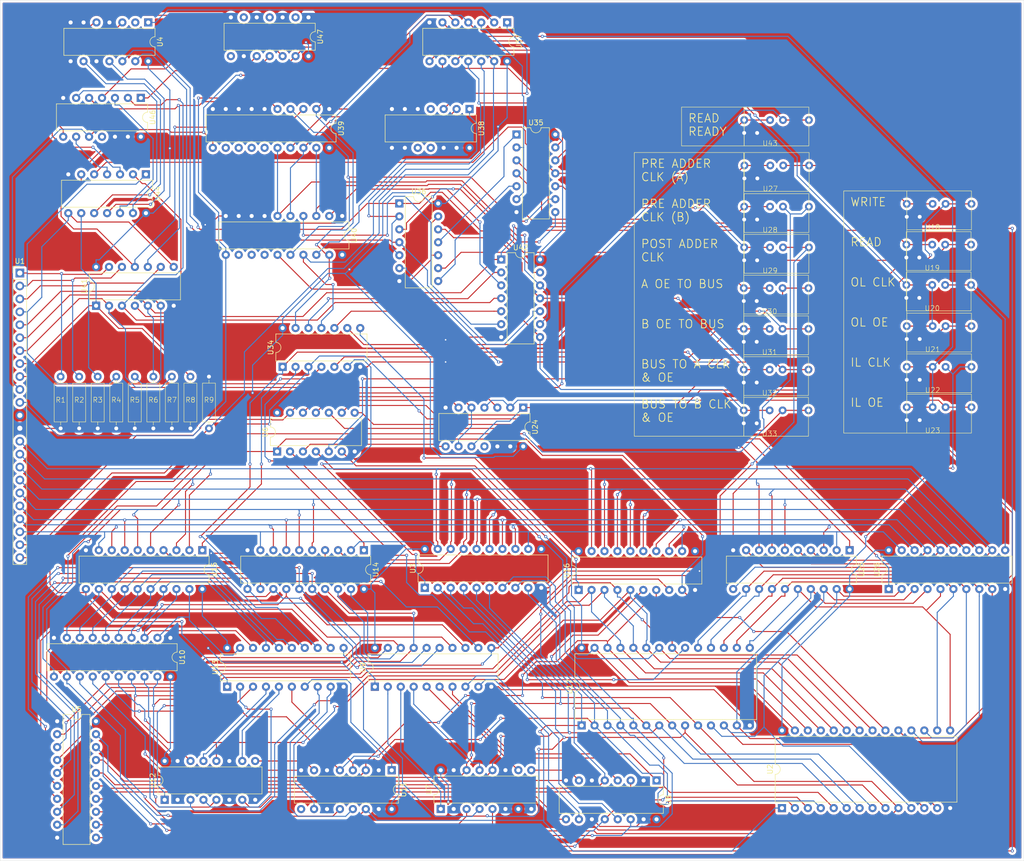
<source format=kicad_pcb>
(kicad_pcb (version 20240108) (generator "pcbnew") (generator_version "8.0")
  (layers (0 "F.Cu" signal) (31 "B.Cu" signal) (34 "B.Paste" user) (35 "F.Paste" user) (36 "B.SilkS" user "B.Silkscreen") (37 "F.SilkS" user "F.Silkscreen") (38 "B.Mask" user) (39 "F.Mask" user) (44 "Edge.Cuts" user))
  (net 0 "")
  (net 1 "Net-(U1-READ_0)")
  (net 2 "Net-(U1-GND)")
  (net 3 "Net-(U1-READ_1)")
  (net 4 "Net-(U1-READ_2)")
  (net 5 "Net-(U1-READ_3)")
  (net 6 "Net-(U1-WRITE_0)")
  (net 7 "Net-(U1-WRITE_1)")
  (net 8 "Net-(U41-0B)")
  (net 9 "Net-(U41-0A)")
  (net 10 "Net-(U1-ENABLE)")
  (net 11 "Net-(U1-V+)")
  (net 12 "Net-(U1-D7)")
  (net 13 "Net-(U1-D5)")
  (net 14 "Net-(U1-D4)")
  (net 15 "Net-(U1-CLK_B)")
  (net 16 "Net-(U1-D1)")
  (net 17 "Net-(U1-D0)")
  (net 18 "Net-(U1-FAULT)")
  (net 19 "Net-(U1-D2)")
  (net 20 "Net-(U1-D3)")
  (net 21 "Net-(U1-D6)")
  (net 22 "Net-(U1-READ_READY)")
  (net 23 "Net-(U1-CLK_A)")
  (net 24 "Net-(U17-D1)")
  (net 25 "Net-(U10-Q2)")
  (net 26 "Net-(U17-D6)")
  (net 27 "Net-(U17-A7)")
  (net 28 "Net-(U17-D3)")
  (net 29 "Net-(U17-A5)")
  (net 30 "Net-(U17-A2)")
  (net 31 "Net-(U10-Q6)")
  (net 32 "Net-(U17-D4)")
  (net 33 "Net-(U10-Q0)")
  (net 34 "Net-(U10-Q1)")
  (net 35 "Net-(U10-Q3)")
  (net 36 "Net-(U17-D0)")
  (net 37 "Net-(U17-A3)")
  (net 38 "Net-(U17-A1)")
  (net 39 "Net-(U17-D7)")
  (net 40 "Net-(U17-OE#)")
  (net 41 "Net-(U10-Q5)")
  (net 42 "Net-(U17-WE#)")
  (net 43 "Net-(U17-A4)")
  (net 44 "Net-(U10-Q7)")
  (net 45 "Net-(U17-D5)")
  (net 46 "Net-(U17-A6)")
  (net 47 "Net-(U10-Q4)")
  (net 48 "Net-(U17-D2)")
  (net 49 "Net-(U17-A0)")
  (net 50 "Net-(U3-OE#)")
  (net 52 "Net-(U4-0D)")
  (net 53 "Net-(U37-1B)")
  (net 54 "Net-(U36-2A)")
  (net 55 "Net-(U4-0CLK)")
  (net 56 "Net-(U36-1A)")
  (net 57 "Net-(U4-1D)")
  (net 58 "Net-(U4-1CLK)")
  (net 59 "Net-(U14-Q2)")
  (net 60 "Net-(U14-Q5)")
  (net 61 "Net-(U14-Q0)")
  (net 62 "Net-(U14-Q4)")
  (net 63 "Net-(U14-Q7)")
  (net 64 "Net-(U14-Q6)")
  (net 65 "Net-(U14-Q3)")
  (net 66 "Net-(U27-OUT)")
  (net 67 "Net-(U14-Q1)")
  (net 68 "Net-(U18-OUT)")
  (net 69 "Net-(U24-2Q)")
  (net 70 "Net-(U24-4Q)")
  (net 71 "Net-(U26-OE#)")
  (net 72 "Net-(U17-CE#)")
  (net 73 "Net-(U24-2B)")
  (net 74 "Net-(U21-OUT)")
  (net 75 "Net-(U25-OE#)")
  (net 76 "Net-(U7-Σ3)")
  (net 77 "Net-(U7-Σ2)")
  (net 78 "Net-(U7-C_OUT)")
  (net 79 "Net-(U7-Σ1)")
  (net 80 "Net-(U7-Σ0)")
  (net 81 "Net-(U8-Σ3)")
  (net 82 "Net-(U8-Σ2)")
  (net 83 "Net-(U8-Σ1)")
  (net 84 "Net-(U8-Σ0)")
  (net 85 "Net-(U12-C_IN)")
  (net 86 "Net-(U13-CLK)")
  (net 87 "Net-(U14-CLK)")
  (net 88 "Net-(U10-D6)")
  (net 89 "Net-(U10-D3)")
  (net 90 "Net-(U10-D7)")
  (net 91 "Net-(U10-D4)")
  (net 92 "Net-(U10-D5)")
  (net 93 "Net-(U10-CLK)")
  (net 94 "Net-(U10-D2)")
  (net 95 "Net-(U10-D1)")
  (net 96 "Net-(U10-D0)")
  (net 98 "Net-(U11-C_IN)")
  (net 99 "Net-(U11-Σ1)")
  (net 100 "Net-(U11-Σ2)")
  (net 101 "Net-(U11-Σ3)")
  (net 102 "Net-(U11-Σ0)")
  (net 103 "Net-(U12-Σ2)")
  (net 104 "Net-(U12-Σ1)")
  (net 105 "Net-(U12-Σ3)")
  (net 106 "Net-(U12-Σ0)")
  (net 107 "Net-(U13-OE#)")
  (net 108 "Net-(U14-OE#)")
  (net 109 "Net-(U15-OE#)")
  (net 110 "Net-(U16-OE#)")
  (net 111 "Net-(U18-IN)")
  (net 112 "Net-(U19-OUT)")
  (net 113 "Net-(U19-IN)")
  (net 114 "Net-(U20-OUT)")
  (net 115 "Net-(U20-IN)")
  (net 116 "Net-(U22-OUT)")
  (net 117 "Net-(U22-IN)")
  (net 118 "Net-(U23-OUT)")
  (net 120 "Net-(U27-IN)")
  (net 121 "Net-(U28-IN)")
  (net 122 "Net-(U29-IN)")
  (net 123 "Net-(U30-OUT)")
  (net 124 "Net-(U30-IN)")
  (net 125 "Net-(U31-IN)")
  (net 126 "Net-(U31-OUT)")
  (net 127 "Net-(U32-IN)")
  (net 128 "Net-(U33-IN)")
  (net 129 "Net-(U34-I5)")
  (net 130 "Net-(U34-O5)")
  (net 131 "Net-(U34-O4)")
  (net 132 "Net-(U34-I4)")
  (net 133 "Net-(U35-2B)")
  (net 134 "Net-(U35-2A)")
  (net 135 "Net-(U35-1A)")
  (net 136 "Net-(U35-0B)")
  (net 137 "Net-(U35-0A)")
  (net 138 "Net-(U35-Q3)")
  (net 139 "Net-(U35-3B)")
  (net 140 "Net-(U36-3A)")
  (net 141 "Net-(U37-1A)")
  (net 142 "Net-(U38-0A)")
  (net 144 "Net-(U38-0B)")
  (net 150 "Net-(U39-D3)")
  (net 151 "Net-(U39-D1)")
  (net 152 "Net-(U39-Q3)")
  (net 154 "Net-(U40-D0)")
  (net 156 "Net-(U40-D2)")
  (net 159 "Net-(U41-Q0)")
  (net 160 "Net-(U44-Q1)")
  (net 161 "Net-(U44-3A)")
  (net 162 "Net-(U44-3B)")
  (net 164 "Net-(U46-2A)")
  (net 165 "Net-(U46-1A)")
  (footprint "Package_DIP:DIP-20_W7.62mm" (layer "F.Cu") (at 413.575 418.8 90)
    (property "Reference" "U13")
    (property "Value" "~")
  )
  (footprint "Package_DIP:DIP-14_W7.62mm" (layer "F.Cu") (at 397.625 318.2 -90)
    (property "Reference" "U44")
    (property "Value" "~")
  )
  (footprint "Package_DIP:DIP-20_W7.62mm" (layer "F.Cu") (at 436.16 326.38 -90)
    (property "Reference" "U40")
    (property "Value" "~")
  )
  (footprint "Package_DIP:DIP-16_W7.62mm" (layer "F.Cu") (at 445.875 435.2 -90)
    (property "Reference" "U11")
    (property "Value" "~")
  )
  (footprint "Package_DIP:DIP-14_W7.62mm" (layer "F.Cu") (at 396.625 303.2 -90)
    (property "Reference" "U46")
    (property "Value" "~")
  )
  (footprint "custom_footprint_library:0.4_pitch_resistor" (layer "F.Cu") (at 380.88 363)
    (property "Reference" "R1")
    (property "Value" "10k")
  )
  (footprint "Package_DIP:DIP-20_W7.62mm" (layer "F.Cu") (at 442.575 418.8 90)
    (property "Reference" "U9")
    (property "Value" "~")
  )
  (footprint "Package_DIP:DIP-14_W7.62mm" (layer "F.Cu") (at 424.46 356 90)
    (property "Reference" "U34")
    (property "Value" "~")
  )
  (footprint "custom_footprint_library:jumper" (layer "F.Cu") (at 520.08 361.62)
    (property "Reference" "U32")
    (property "Value" "~")
  )
  (footprint "Package_DIP:DIP-20_W7.62mm" (layer "F.Cu") (at 452.38 399.38 90)
    (property "Reference" "U3")
    (property "Value" "~")
  )
  (footprint "custom_footprint_library:jumper" (layer "F.Cu") (at 552.08 329.08)
    (property "Reference" "U18")
    (property "Value" "~")
  )
  (footprint "custom_footprint_library:0.4_pitch_resistor" (layer "F.Cu") (at 402.72 363)
    (property "Reference" "R7")
    (property "Value" "10k")
  )
  (footprint "custom_footprint_library:0.4_pitch_resistor" (layer "F.Cu") (at 391.8 363)
    (property "Reference" "R4")
    (property "Value" "10k")
  )
  (footprint "Package_DIP:DIP-28_W15.24mm" (layer "F.Cu") (at 483.16 426.405 90)
    (property "Reference" "U17")
    (property "Value" "~")
  )
  (footprint "custom_footprint_library:jumper" (layer "F.Cu") (at 520.16 312.62)
    (property "Reference" "U43")
    (property "Value" "~")
  )
  (footprint "custom_footprint_library:jumper" (layer "F.Cu") (at 520.08 369.62)
    (property "Reference" "U33")
    (property "Value" "~")
  )
  (footprint "Package_DIP:DIP-20_W7.62mm" (layer "F.Cu") (at 482.575 399.8 90)
    (property "Reference" "U16")
    (property "Value" "~")
  )
  (footprint "Package_DIP:DIP-14_W7.62mm" (layer "F.Cu") (at 398.08 288.38 -90)
    (property "Reference" "U4")
    (property "Value" "~")
  )
  (footprint "Package_DIP:DIP-20_W7.62mm" (layer "F.Cu") (at 543.46 399.62 90)
    (property "Reference" "U26")
    (property "Value" "~")
  )
  (footprint "custom_footprint_library:jumper" (layer "F.Cu") (at 520.08 345.62)
    (property "Reference" "U30")
    (property "Value" "~")
  )
  (footprint "Package_DIP:DIP-14_W7.62mm" (layer "F.Cu") (at 467.38 334.92)
    (property "Reference" "U42")
    (property "Value" "~")
  )
  (footprint "custom_footprint_library:jumper" (layer "F.Cu") (at 552 337.08)
    (property "Reference" "U19")
    (property "Value" "~")
  )
  (footprint "custom_footprint_library:0.4_pitch_resistor" (layer "F.Cu") (at 388.16 363)
    (property "Reference" "R3")
    (property "Value" "10k")
  )
  (footprint "custom_footprint_library:jumper" (layer "F.Cu") (at 552.08 361.08)
    (property "Reference" "U22")
    (property "Value" "~")
  )
  (footprint "Package_DIP:DIP-14_W7.62mm" (layer "F.Cu") (at 471.7 364 -90)
    (property "Reference" "U24")
    (property "Value" "~")
  )
  (footprint "custom_footprint_library:0.4_pitch_resistor" (layer "F.Cu") (at 406.36 363)
    (property "Reference" "R8")
    (property "Value" "10k")
  )
  (footprint "custom_footprint_library:jumper" (layer "F.Cu") (at 552.08 353.08)
    (property "Reference" "U21")
    (property "Value" "~")
  )
  (footprint "custom_footprint_library:0.4_pitch_resistor" (layer "F.Cu") (at 395.44 363)
    (property "Reference" "R5")
    (property "Value" "10k")
  )
  (footprint "custom_footprint_library:jumper" (layer "F.Cu") (at 520.206 321.54)
    (property "Reference" "U27")
    (property "Value" "~")
  )
  (footprint "Package_DIP:DIP-20_W7.62mm" (layer "F.Cu") (at 380.2 425.575)
    (property "Reference" "U5")
    (property "Value" "~")
  )
  (footprint "Package_DIP:DIP-16_W7.62mm" (layer "F.Cu") (at 497.875 437.2 -90)
    (property "Reference" "U8")
    (property "Value" "~")
  )
  (footprint "Package_DIP:DIP-14_W7.62mm" (layer "F.Cu") (at 429.54 287.38 -90)
    (property "Reference" "U47")
    (property "Value" "~")
  )
  (footprint "Package_DIP:DIP-14_W7.62mm" (layer "F.Cu") (at 447.38 323.92)
    (property "Reference" "U36")
    (property "Value" "~")
  )
  (footprint "Package_DIP:DIP-20_W7.62mm" (layer "F.Cu") (at 440.425 392 -90)
    (property "Reference" "U14")
    (property "Value" "~")
  )
  (footprint "Package_DIP:DIP-14_W7.62mm" (layer "F.Cu") (at 387.84 344 90)
    (property "Reference" "U41")
    (property "Value" "~")
  )
  (footprint "Package_DIP:DIP-16_W7.62mm" (layer "F.Cu") (at 455.505 442.8 90)
    (property "Reference" "U7")
    (property "Value" "~")
  )
  (footprint "custom_footprint_library:jumper" (layer "F.Cu") (at 520.16 329.62)
    (property "Reference" "U28")
    (property "Value" "~")
  )
  (footprint "Package_DIP:DIP-20_W7.62mm" (layer "F.Cu") (at 408.7 392 -90)
    (property "Reference" "U15")
    (property "Value" "~")
  )
  (footprint "custom_footprint_library:jumper" (layer "F.Cu") (at 552.08 369)
    (property "Reference" "U23")
    (property "Value" "~")
  )
  (footprint "Package_DIP:DIP-28_W15.24mm" (layer "F.Cu") (at 522.5 442.625 90)
    (property "Reference" "U2")
    (property "Value" "~")
  )
  (footprint "Package_DIP:DIP-14_W7.62mm" (layer "F.Cu") (at 423.375 372.62 90)
    (property "Reference" "U6")
    (property "Value" "~")
  )
  (footprint "custom_footprint_library:0.4_pitch_resistor" (layer "F.Cu") (at 399.08 363)
    (property "Reference" "R6")
    (property "Value" "10k")
  )
  (footprint "Package_DIP:DIP-20_W7.62mm" (layer "F.Cu") (at 433.62 305.38 -90)
    (property "Reference" "U39")
    (property "Value" "~")
  )
  (footprint "Package_DIP:DIP-14_W7.62mm" (layer "F.Cu") (at 470.38 310.38)
    (property "Reference" "U35")
    (property "Value" "~")
  )
  (footprint "Package_DIP:DIP-14_W7.62mm" (layer "F.Cu") (at 468.54 288.38 -90)
    (property "Reference" "U37")
    (property "Value" "~")
  )
  (footprint "custom_footprint_library:0.4_pitch_resistor" (layer "F.Cu") (at 410 363)
    (property "Reference" "R9")
    (property "Value" "10k")
  )
  (footprint "Connector_PinHeader_2.54mm:PinHeader_1x23_P2.54mm_Vertical" (layer "F.Cu") (at 372.87 337.58)
    (property "Reference" "U1")
    (property "Value" "~")
  )
  (footprint "custom_footprint_library:jumper" (layer "F.Cu") (at 552 345)
    (property "Reference" "U20")
    (property "Value" "~")
  )
  (footprint "Package_DIP:DIP-20_W7.62mm" (layer "F.Cu") (at 535.78 392 -90)
    (property "Reference" "U25")
    (property "Value" "~")
  )
  (footprint "Package_DIP:DIP-14_W7.62mm" (layer "F.Cu") (at 461.16 305.38 -90)
    (property "Reference" "U38")
    (property "Value" "~")
  )
  (footprint "Package_DIP:DIP-20_W7.62mm" (layer "F.Cu") (at 402.425 409.2 -90)
    (property "Reference" "U10")
    (property "Value" "~")
  )
  (footprint "Package_DIP:DIP-16_W7.62mm" (layer "F.Cu") (at 401.3 441 90)
    (property "Reference" "U12")
    (property "Value" "~")
  )
  (footprint "custom_footprint_library:jumper" (layer "F.Cu") (at 520.08 353.62)
    (property "Reference" "U31")
    (property "Value" "~")
  )
  (footprint "custom_footprint_library:jumper" (layer "F.Cu") (at 520.16 337.62)
    (property "Reference" "U29")
    (property "Value" "~")
  )
  (footprint "custom_footprint_library:0.4_pitch_resistor" (layer "F.Cu") (at 384.52 363)
    (property "Reference" "R2")
    (property "Value" "10k")
  )
  (gr_rect (start 369 284) (end 570 453) (stroke (width 0.05)) (fill none) (layer "Edge.Cuts"))
  (gr_text_box "WRITE\n\n\nREAD\n\n\nOL CLK\n\n\nOL OE\n\n\nIL CLK\n\n\nIL OE" (start 534.62 321.46) (end 547 369) (layer "F.SilkS") (effects (font (size 1.63 1.63) (thickness 0.163)) (justify left top)) (border yes) (stroke (width 0.1)))
  (gr_text_box "READ\nREADY" (start 502.78 305) (end 515.08 312.62) (layer "F.SilkS") (effects (font (size 1.63 1.63) (thickness 0.163)) (justify left top)) (border yes) (stroke (width 0.1)))
  (gr_text_box "PRE ADDER\nCLK (A)\n\nPRE ADDER\nCLK (B)\n\nPOST ADDER\nCLK\n\nA OE TO BUS\n\n\nB OE TO BUS\n\n\nBUS TO A CLK\n& OE\n\nBUS TO B CLK\n& OE" (start 493.51 313.92) (end 515 369.62) (layer "F.SilkS") (effects (font (size 1.63 1.63) (thickness 0.163)) (justify left top)) (border yes) (stroke (width 0.1)))
  (segment (start 381.2027 337.8389) (end 381.0607 337.6969) (width 0.2) (layer "F.Cu") (net 1))
  (segment (start 390.38 336.38) (end 388.9211 337.8389) (width 0.2) (layer "F.Cu") (net 1))
  (segment (start 372.87 337.58) (end 374.3217 337.58) (width 0.2) (layer "F.Cu") (net 1))
  (segment (start 374.4386 337.6969) (end 381.0607 337.6969) (width 0.2) (layer "F.Cu") (net 1))
  (segment (start 374.3217 337.58) (end 374.4386 337.6969) (width 0.2) (layer "F.Cu") (net 1))
  (segment (start 388.9211 337.8389) (end 381.2027 337.8389) (width 0.2) (layer "F.Cu") (net 1))
  (via (at 381.0607 337.6969) (size 0.6) (drill 0.3) (layers "F.Cu" "B.Cu") (net 1))
  (segment (start 380.88 357.92) (end 381.0607 357.7393) (width 0.2) (layer "B.Cu") (net 1))
  (segment (start 381.0607 357.7393) (end 381.0607 337.6969) (width 0.2) (layer "B.Cu") (net 1))
  (segment (start 414.3 287.38) (end 412.8983 287.38) (width 0.2) (layer "F.Cu") (net 2))
  (segment (start 415.84 326.38) (end 413.3 326.38) (width 0.2) (layer "F.Cu") (net 2))
  (segment (start 434.7496 327.7904) (end 436.16 326.38) (width 0.2) (layer "F.Cu") (net 2))
  (segment (start 413.3 305.38) (end 415.84 305.38) (width 0.2) (layer "F.Cu") (net 2))
  (segment (start 380.2 425.575) (end 380.2 424.1733) (width 0.2) (layer "F.Cu") (net 2))
  (segment (start 466.62 371.62) (end 467.7583 371.62) (width 0.2) (layer "F.Cu") (net 2))
  (segment (start 517.54 367.08) (end 515 367.08) (width 0.2) (layer "F.Cu") (net 2))
  (segment (start 549.46 342.46) (end 546.92 342.46) (width 0.2) (layer "F.Cu") (net 2))
  (segment (start 374.3417 368.08) (end 374.3217 368.06) (width 0.2) (layer "F.Cu") (net 2))
  (segment (start 385.7367 316.6283) (end 391.545 310.82) (width 0.2) (layer "F.Cu") (net 2))
  (segment (start 378.1624 422.1357) (end 380.2 424.1733) (width 0.2) (layer "F.Cu") (net 2))
  (segment (start 509.1542 419.3792) (end 516.18 426.405) (width 0.2) (layer "F.Cu") (net 2))
  (segment (start 469.16 371.62) (end 467.7583 371.62) (width 0.2) (layer "F.Cu") (net 2))
  (segment (start 428.095 435.2) (end 415.82 435.2) (width 0.2) (layer "F.Cu") (net 2))
  (segment (start 424.46 287.38) (end 424.46 288.7817) (width 0.2) (layer "F.Cu") (net 2))
  (segment (start 439.7 356) (end 441.1017 356) (width 0.2) (layer "F.Cu") (net 2))
  (segment (start 420.7817 288.7817) (end 419.38 287.38) (width 0.2) (layer "F.Cu") (net 2))
  (segment (start 415.84 305.38) (end 418.38 305.38) (width 0.2) (layer "F.Cu") (net 2))
  (segment (start 567.7285 384.6485) (end 567.7285 396.8098) (width 0.2) (layer "F.Cu") (net 2))
  (segment (start 384.2766 294.5634) (end 382.84 296) (width 0.2) (layer "F.Cu") (net 2))
  (segment (start 428.1383 288.7817) (end 424.46 288.7817) (width 0.2) (layer "F.Cu") (net 2))
  (segment (start 566.32 399.62) (end 566.32 398.2183) (width 0.2) (layer "F.Cu") (net 2))
  (segment (start 474.6489 328.4872) (end 513.6728 328.4872) (width 0.2) (layer "F.Cu") (net 2))
  (segment (start 517.62 327.08) (end 515.08 327.08) (width 0.2) (layer "F.Cu") (net 2))
  (segment (start 441.1017 356) (end 442.0586 355.0431) (width 0.2) (layer "F.Cu") (net 2))
  (segment (start 514.6506 371.7631) (end 513.9966 371.7631) (width 0.2) (layer "F.Cu") (net 2))
  (segment (start 517.6008 374.7133) (end 514.6506 371.7631) (width 0.2) (layer "F.Cu") (net 2))
  (segment (start 475.24 399.38) (end 476.6417 399.38) (width 0.2) (layer "F.Cu") (net 2))
  (segment (start 380.88 368.08) (end 374.3417 368.08) (width 0.2) (layer "F.Cu") (net 2))
  (segment (start 387.92 296) (end 386.4834 294.5634) (width 0.2) (layer "F.Cu") (net 2))
  (segment (start 549.46 334.54) (end 546.92 334.54) (width 0.2) (layer "F.Cu") (net 2))
  (segment (start 399.08 368.08) (end 395.44 368.08) (width 0.2) (layer "F.Cu") (net 2))
  (segment (start 410.76 305.38) (end 413.3 305.38) (width 0.2) (layer "F.Cu") (net 2))
  (segment (start 458.045 435.18) (end 456.6233 436.6017) (width 0.2) (layer "F.Cu") (net 2))
  (segment (start 379.565 409.2) (end 379.565 410.6017) (width 0.2) (layer "F.Cu") (net 2))
  (segment (start 390.46 288.38) (end 391.8617 286.9783) (width 0.2) (layer "F.Cu") (net 2))
  (segment (start 424.46 288.7817) (end 420.7817 288.7817) (width 0.2) (layer "F.Cu") (net 2))
  (segment (start 442.0586 355.0431) (end 456.46 355.0431) (width 0.2) (layer "F.Cu") (net 2))
  (segment (start 467.38 350.16) (end 456.9913 350.16) (width 0.2) (layer "F.Cu") (net 2))
  (segment (start 372.87 368.06) (end 374.3217 368.06) (width 0.2) (layer "F.Cu") (net 2))
  (segment (start 420.92 326.38) (end 422.3304 327.7904) (width 0.2) (layer "F.Cu") (net 2))
  (segment (start 391.545 310.82) (end 392.6833 310.82) (width 0.2) (layer "F.Cu") (net 2))
  (segment (start 458.62 313) (end 456.08 313) (width 0.2) (layer "F.Cu") (net 2))
  (segment (start 476.6417 399.38) (end 479.9306 396.0911) (width 0.2) (layer "F.Cu") (net 2))
  (segment (start 412.4966 286.9783) (end 412.8983 287.38) (width 0.2) (layer "F.Cu") (net 2))
  (segment (start 456.6233 436.6017) (end 444.7367 436.6017) (width 0.2) (layer "F.Cu") (net 2))
  (segment (start 549.54 350.54) (end 547 350.54) (width 0.2) (layer "F.Cu") (net 2))
  (segment (start 382.84 288.38) (end 385.38 288.38) (width 0.2) (layer "F.Cu") (net 2))
  (segment (start 386.4834 294.5634) (end 384.2766 294.5634) (width 0.2) (layer "F.Cu") (net 2))
  (segment (start 517.62 335.08) (end 546.38 335.08) (width 0.2) (layer "F.Cu") (net 2))
  (segment (start 410.4371 392.5995) (end 415.5638 392.5995) (width 0.2) (layer "F.Cu") (net 2))
  (segment (start 470.225 437.2) (end 480.095 437.2) (width 0.2) (layer "F.Cu") (net 2))
  (segment (start 456.9913 350.16) (end 456.46 350.6913) (width 0.2) (layer "F.Cu") (net 2))
  (segment (start 391.8617 286.9783) (end 412.4966 286.9783) (width 0.2) (layer "F.Cu") (net 2))
  (segment (start 517.62 310.08) (end 515.08 310.08) (width 0.2) (layer "F.Cu") (net 2))
  (segment (start 417.565 392) (end 416.1633 392) (width 0.2) (layer "F.Cu") (net 2))
  (segment (start 517.6008 376.176) (end 517.6008 374.7133) (width 0.2) (layer "F.Cu") (net 2))
  (segment (start 445.92 305.38) (end 448.46 305.38) (width 0.2) (layer "F.Cu") (net 2))
  (segment (start 418.38 326.38) (end 420.92 326.38) (width 0.2) (layer "F.Cu") (net 2))
  (segment (start 471.7817 325.62) (end 474.6489 328.4872) (width 0.2) (layer "F.Cu") (net 2))
  (segment (start 493.9283 446.2267) (end 486.7234 446.2267) (width 0.2) (layer "F.Cu") (net 2))
  (segment (start 468.205 435.18) (end 470.225 437.2) (width 0.2) (layer "F.Cu") (net 2))
  (segment (start 394.085 310.82) (end 392.6833 310.82) (width 0.2) (layer "F.Cu") (net 2))
  (segment (start 409.2695 328.1013) (end 410.177 328.1013) (width 0.2) (layer "F.Cu") (net 2))
  (segment (start 410 357.92) (end 411.3944 359.3144) (width 0.2) (layer "F.Cu") (net 2))
  (segment (start 413.3 326.38) (end 411.8983 326.38) (width 0.2) (layer "F.Cu") (net 2))
  (segment (start 549.54 358.54) (end 547 358.54) (width 0.2) (layer "F.Cu") (net 2))
  (segment (start 549.54 366.46) (end 567.7285 384.6485) (width 0.2) (layer "F.Cu") (net 2))
  (segment (start 567.7285 396.8098) (end 566.32 398.2183) (width 0.2) (layer "F.Cu") (net 2))
  (segment (start 546.38 335.08) (end 546.92 334.54) (width 0.2) (layer "F.Cu") (net 2))
  (segment (start 517.54 359.08) (end 515 359.08) (width 0.2) (layer "F.Cu") (net 2))
  (segment (start 433.62 305.38) (end 445.92 305.38) (width 0.2) (layer "F.Cu") (net 2))
  (segment (start 378.1624 412.0043) (end 378.1624 422.1357) (width 0.2) (layer "F.Cu") (net 2))
  (segment (start 418.38 305.38) (end 420.92 305.38) (width 0.2) (layer "F.Cu") (net 2))
  (segment (start 388.16 368.08) (end 391.8 368.08) (width 0.2) (layer "F.Cu") (net 2))
  (segment (start 415.84 326.38) (end 418.38 326.38) (width 0.2) (layer "F.Cu") (net 2))
  (segment (start 512.92 380.8568) (end 517.6008 376.176) (width 0.2) (layer "F.Cu") (net 2))
  (segment (start 465.435 418.8) (end 466.8367 418.8) (width 0.2) (layer "F.Cu") (net 2))
  (segment (start 411.3944 359.3144) (end 436.3856 359.3144) (width 0.2) (layer "F.Cu") (net 2))
  (segment (start 549.54 366.46) (end 547 366.46) (width 0.2) (layer "F.Cu") (net 2))
  (segment (start 379.565 410.6017) (end 378.1624 412.0043) (width 0.2) (layer "F.Cu") (net 2))
  (segment (start 399.08 368.08) (end 402.72 368.08) (width 0.2) (layer "F.Cu") (net 2))
  (segment (start 402.72 368.08) (end 406.36 368.08) (width 0.2) (layer "F.Cu") (net 2))
  (segment (start 448.46 313) (end 445.92 313) (width 0.2) (layer "F.Cu") (net 2))
  (segment (start 383.9567 316.6283) (end 385.7367 316.6283) (width 0.2) (layer "F.Cu") (net 2))
  (segment (start 495.335 444.82) (end 493.9283 446.2267) (width 0.2) (layer "F.Cu") (net 2))
  (segment (start 466.8367 418.8) (end 467.4159 419.3792) (width 0.2) (layer "F.Cu") (net 2))
  (segment (start 517.54 351.08) (end 515 351.08) (width 0.2) (layer "F.Cu") (net 2))
  (segment (start 513.6728 328.4872) (end 515.08 327.08) (width 0.2) (layer "F.Cu") (net 2))
  (segment (start 444.7367 436.6017) (end 443.335 435.2) (width 0.2) (layer "F.Cu") (net 2))
  (segment (start 485.3167 444.82) (end 485.175 444.82) (width 0.2) (layer "F.Cu") (net 2))
  (segment (start 436.3856 359.3144) (end 439.7 356) (width 0.2) (layer "F.Cu") (net 2))
  (segment (start 410.177 328.1013) (end 411.8983 326.38) (width 0.2) (layer "F.Cu") (net 2))
  (segment (start 382.385 318.2) (end 383.9567 316.6283) (width 0.2) (layer "F.Cu") (net 2))
  (segment (start 512.92 392) (end 512.92 380.8568) (width 0.2) (layer "F.Cu") (net 2))
  (segment (start 384.52 368.08) (end 388.16 368.08) (width 0.2) (layer "F.Cu") (net 2))
  (segment (start 422.3304 327.7904) (end 434.7496 327.7904) (width 0.2) (layer "F.Cu") (net 2))
  (segment (start 448.46 305.38) (end 451 305.38) (width 0.2) (layer "F.Cu") (net 2))
  (segment (start 415.5638 392.5995) (end 416.1633 392) (width 0.2) (layer "F.Cu") (net 2))
  (segment (start 415.82 435.2) (end 414 433.38) (width 0.2) (layer "F.Cu") (net 2))
  (segment (start 384.52 368.08) (end 380.88 368.08) (width 0.2) (layer "F.Cu") (net 2))
  (segment (start 429.54 287.38) (end 428.1383 288.7817) (width 0.2) (layer "F.Cu") (net 2))
  (segment (start 470.38 325.62) (end 471.7817 325.62) (width 0.2) (layer "F.Cu") (net 2))
  (segment (start 517.54 343.08) (end 515 343.08) (width 0.2) (layer "F.Cu") (net 2))
  (segment (start 479.9306 396.0911) (end 506.3091 396.0911) (width 0.2) (layer "F.Cu") (net 2))
  (segment (start 486.7234 446.2267) (end 485.3167 444.82) (width 0.2) (layer "F.Cu") (net 2))
  (segment (start 467.4159 419.3792) (end 509.1542 419.3792) (width 0.2) (layer "F.Cu") (net 2))
  (via (at 410.4371 392.5995) (size 0.6) (drill 0.3) (layers "F.Cu" "B.Cu") (net 2))
  (via (at 409.2695 328.1013) (size 0.6) (drill 0.3) (layers "F.Cu" "B.Cu") (net 2))
  (via (at 456.46 355.0431) (size 0.6) (drill 0.3) (layers "F.Cu" "B.Cu") (net 2))
  (via (at 456.46 350.6913) (size 0.6) (drill 0.3) (layers "F.Cu" "B.Cu") (net 2))
  (via (at 506.3091 396.0911) (size 0.6) (drill 0.3) (layers "F.Cu" "B.Cu") (net 2))
  (via (at 513.9966 371.7631) (size 0.6) (drill 0.3) (layers "F.Cu" "B.Cu") (net 2))
  (segment (start 416.84 291.3217) (end 419.38 288.7817) (width 0.2) (layer "B.Cu") (net 2))
  (segment (start 403.84 433.38) (end 403.84 431.9783) (width 0.2) (layer "B.Cu") (net 2))
  (segment (start 456.46 350.6913) (end 456.46 355.0431) (width 0.2) (layer "B.Cu") (net 2))
  (segment (start 386.6369 389.3801) (end 384.8266 389.3801) (width 0.2) (layer "B.Cu") (net 2))
  (segment (start 438.615 371.2183) (end 441.046 368.7873) (width 0.2) (layer "B.Cu") (net 2))
  (segment (start 549.46 334.54) (end 549.46 326.62) (width 0.2) (layer "B.Cu") (net 2))
  (segment (start 517.54 343.08) (end 517.2053 343.4147) (width 0.2) (layer "B.Cu") (net 2))
  (segment (start 433.175 435.2) (end 433.175 433.7983) (width 0.2) (layer "B.Cu") (net 2))
  (segment (start 547.08 326.62) (end 547 326.54) (width 0.2) (layer "B.Cu") (net 2))
  (segment (start 378.7873 447.0223) (end 378.7873 426.9877) (width 0.2) (layer "B.Cu") (net 2))
  (segment (start 385.84 393.4017) (end 409.8054 393.4017) (width 0.2) (layer "B.Cu") (net 2))
  (segment (start 438.615 372.62) (end 438.615 371.2183) (width 0.2) (layer "B.Cu") (net 2))
  (segment (start 468.205 435.18) (end 468.205 433.7783) (width 0.2) (layer "B.Cu") (net 2))
  (segment (start 505.435 396.9652) (end 506.3091 396.0911) (width 0.2) (layer "B.Cu") (net 2))
  (segment (start 447.38 340.5617) (end 456.46 349.6417) (width 0.2) (layer "B.Cu") (net 2))
  (segment (start 419.08 441) (end 417.6097 439.5297) (width 0.2) (layer "B.Cu") (net 2))
  (segment (start 494.5801 439.3566) (end 495.335 438.6017) (width 0.2) (layer "B.Cu") (net 2))
  (segment (start 433.175 439.01) (end 433.175 435.2) (width 0.2) (layer "B.Cu") (net 2))
  (segment (start 549.46 342.46) (end 549.54 342.54) (width 0.2) (layer "B.Cu") (net 2))
  (segment (start 401.7115 410.6143) (end 380.9793 410.6143) (width 0.2) (layer "B.Cu") (net 2))
  (segment (start 443.335 442.82) (end 443.335 439.01) (width 0.2) (layer "B.Cu") (net 2))
  (segment (start 549.54 342.54) (end 549.54 350.54) (width 0.2) (layer "B.Cu") (net 2))
  (segment (start 515 367.08) (end 513.9966 368.0834) (width 0.2) (layer "B.Cu") (net 2))
  (segment (start 409.2695 338.5113) (end 409.2695 328.1013) (width 0.2) (layer "B.Cu") (net 2))
  (segment (start 517.62 319.046) (end 517.666 319) (width 0.2) (layer "B.Cu") (net 2))
  (segment (start 403.08 344) (end 403.08 344.7008) (width 0.2) (layer "B.Cu") (net 2))
  (segment (start 420.92 305.38) (end 422.3277 303.9723) (width 0.2) (layer "B.Cu") (net 2))
  (segment (start 467.38 350.16) (end 470.7322 346.8078) (width 0.2) (layer "B.Cu") (net 2))
  (segment (start 386.3348 308.1498) (end 388.8748 308.1498) (width 0.2) (layer "B.Cu") (net 2))
  (segment (start 410.76 309.6077) (end 410.76 306.7817) (width 0.2) (layer "B.Cu") (net 2))
  (segment (start 387.92 292.3217) (end 385.38 289.7817) (width 0.2) (layer "B.Cu") (net 2))
  (segment (start 495.335 440.1116) (end 494.5801 439.3566) (width 0.2) (layer "B.Cu") (net 2))
  (segment (start 549.46 326.62) (end 547.08 326.62) (width 0.2) (layer "B.Cu") (net 2))
  (segment (start 443.335 439.01) (end 443.335 435.2) (width 0.2) (layer "B.Cu") (net 2))
  (segment (start 495.335 437.2) (end 495.335 438.6017) (width 0.2) (layer "B.Cu") (net 2))
  (segment (start 455.0533 366.8084) (end 455.0533 372.2565) (width 0.2) (layer "B.Cu") (net 2))
  (segment (start 451 292.0817) (end 451 305.38) (width 0.2) (layer "B.Cu") (net 2))
  (segment (start 455.0533 372.2565) (end 455.8459 373.0491) (width 0.2) (layer "B.Cu") (net 2))
  (segment (start 416.84 295) (end 416.84 291.3217) (width 0.2) (layer "B.Cu") (net 2))
  (segment (start 403.84 431.9783) (end 403.84 411.3158) (width 0.2) (layer "B.Cu") (net 2))
  (segment (start 443.335 439.01) (end 433.175 439.01) (width 0.2) (layer "B.Cu") (net 2))
  (segment (start 517.666 310.126) (end 517.62 310.08) (width 0.2) (layer "B.Cu") (net 2))
  (segment (start 409.3383 321.0166) (end 409.3383 311.0294) (width 0.2) (layer "B.Cu") (net 2))
  (segment (start 371.4156 369.5144) (end 372.87 368.06) (width 0.2) (layer "B.Cu") (net 2))
  (segment (start 379.565 409.2) (end 379.565 407.7983) (width 0.2) (layer "B.Cu") (net 2))
  (segment (start 455.8166 311.5983) (end 456.08 311.5983) (width 0.2) (layer "B.Cu") (net 2))
  (segment (start 384.4383 402.925) (end 379.565 407.7983) (width 0.2) (layer "B.Cu") (net 2))
  (segment (start 402.425 409.9008) (end 401.7115 410.6143) (width 0.2) (layer "B.Cu") (net 2))
  (segment (start 406.36 368.08) (end 410 364.44) (width 0.2) (layer "B.Cu") (net 2))
  (segment (start 410.76 305.38) (end 410.76 306.7817) (width 0.2) (layer "B.Cu") (net 2))
  (segment (start 470.38 325.62) (end 470.38 327.0217) (width 0.2) (layer "B.Cu") (net 2))
  (segment (start 410.4371 392.77) (end 410.4371 392.5995) (width 0.2) (layer "B.Cu") (net 2))
  (segment (start 549.46 342.46) (end 549.46 334.54) (width 0.2) (layer "B.Cu") (net 2))
  (segment (start 414 439.5297) (end 414 441) (width 0.2) (layer "B.Cu") (net 2))
  (segment (start 387.1982 389.9414) (end 386.6369 389.3801) (width 0.2) (layer "B.Cu") (net 2))
  (segment (start 441.046 357.9055) (end 440.5422 357.4017) (width 0.2) (layer "B.Cu") (net 2))
  (segment (start 451 306.7817) (end 455.8166 311.5983) (width 0.2) (layer "B.Cu") (net 2))
  (segment (start 380.2 448.435) (end 378.7873 447.0223) (width 0.2) (layer "B.Cu") (net 2))
  (segment (start 517.54 359.08) (end 517.54 367.08) (width 0.2) (layer "B.Cu") (net 2))
  (segment (start 468.205 438.99) (end 468.205 441.3777) (width 0.2) (layer "B.Cu") (net 2))
  (segment (start 505.435 398.3983) (end 505.435 396.9652) (width 0.2) (layer "B.Cu") (net 2))
  (segment (start 441.046 368.7873) (end 441.046 357.9055) (width 0.2) (layer "B.Cu") (net 2))
  (segment (start 517.58 335.12) (end 517.54 335.12) (width 0.2) (layer "B.Cu") (net 2))
  (segment (start 486.6308 438.6558) (end 485.175 437.2) (width 0.2) (layer "B.Cu") (net 2))
  (segment (start 483.7733 438.6017) (end 485.175 437.2) (width 0.2) (layer "B.Cu") (net 2))
  (segment (start 372.2844 394.9309) (end 371.4156 394.0621) (width 0.2) (layer "B.Cu") (net 2))
  (segment (start 413.3 326.38) (end 413.3 324.9783) (width 0.2) (layer "B.Cu") (net 2))
  (segment (start 403.84 441) (end 403.84 439.5297) (width 0.2) (layer "B.Cu") (net 2))
  (segment (start 385.8871 392) (end 387.1982 390.6889) (width 0.2) (layer "B.Cu") (net 2))
  (segment (start 413.3 324.9783) (end 409.3383 321.0166) (width 0.2) (layer "B.Cu") (net 2))
  (segment (start 493.8792 438.6558) (end 486.6308 438.6558) (width 0.2) (layer "B.Cu") (net 2))
  (segment (start 517.54 335.12) (end 517.54 343.08) (width 0.2) (layer "B.Cu") (net 2))
  (segment (start 385.84 392) (end 385.8871 392) (width 0.2) (layer "B.Cu") (net 2))
  (segment (start 495.335 444.82) (end 495.335 440.1116) (width 0.2) (layer "B.Cu") (net 2))
  (segment (start 422.3277 303.9723) (end 432.2123 303.9723) (width 0.2) (layer "B.Cu") (net 2))
  (segment (start 384.8266 389.3801) (end 379.2758 394.9309) (width 0.2) (layer "B.Cu") (net 2))
  (segment (start 409.8054 393.4017) (end 410.4371 392.77) (width 0.2) (layer "B.Cu") (net 2))
  (segment (start 468.205 422.9717) (end 465.435 420.2017) (width 0.2) (layer "B.Cu") (net 2))
  (segment (start 458.045 438.99) (end 458.045 442.8) (width 0.2) (layer "B.Cu") (net 2))
  (segment (start 385.84 393.4017) (end 384.4383 394.8034) (width 0.2) (layer "B.Cu") (net 2))
  (segment (start 440.5422 357.4017) (end 439.7 357.4017) (width 0.2) (layer "B.Cu") (net 2))
  (segment (start 517.62 327.08) (end 517.62 319.046) (width 0.2) (layer "B.Cu") (net 2))
  (segment (start 470.7322 327.3739) (end 470.38 327.0217) (width 0.2) (layer "B.Cu") (net 2))
  (segment (start 456.46 364) (end 456.46 365.4017) (width 0.2) (layer "B.Cu") (net 2))
  (segment (start 512.92 392) (end 511.5183 392) (width 0.2) (layer "B.Cu") (net 2))
  (segment (start 416.84 295) (end 416.84 296.4017) (width 0.2) (layer "B.Cu") (net 2))
  (segment (start 517.62 335.08) (end 517.62 327.08) (width 0.2) (layer "B.Cu") (net 2))
  (segment (start 481.4967 438.6017) (end 483.7733 438.6017) (width 0.2) (layer "B.Cu") (net 2))
  (segment (start 456.46 349.6417) (end 456.46 350.6913) (width 0.2) (layer "B.Cu") (net 2))
  (segment (start 380.9793 410.6143) (end 379.565 409.2) (width 0.2) (layer "B.Cu") (net 2))
  (segment (start 517.2053 350.7453) (end 517.54 351.08) (width 0.2) (layer "B.Cu") (net 2))
  (segment (start 465.435 418.8) (end 465.435 420.2017) (width 0.2) (layer "B.Cu") (net 2))
  (segment (start 403.08 344.7008) (end 409.2695 338.5113) (width 0.2) (layer "B.Cu") (net 2))
  (segment (start 390.46 288.38) (end 390.46 289.7817) (width 0.2) (layer "B.Cu") (net 2))
  (segment (start 390.46 289.7817) (end 387.92 292.3217) (width 0.2) (layer "B.Cu") (net 2))
  (segment (start 379.2758 394.9309) (end 372.2844 394.9309) (width 0.2) (layer "B.Cu") (net 2))
  (segment (start 417.138 302.6803) (end 417.138 296.6997) (width 0.2) (layer "B.Cu") (net 2))
  (segment (start 429.4967 433.7983) (end 433.175 433.7983) (width 0.2) (layer "B.Cu") (net 2))
  (segment (start 456.08 313) (end 456.08 311.5983) (width 0.2) (layer "B.Cu") (net 2))
  (segment (start 517.2053 343.4147) (end 517.2053 350.7453) (width 0.2) (layer "B.Cu") (net 2))
  (segment (start 566.32 430.4233) (end 555.52 441.2233) (width 0.2) (layer "B.Cu") (net 2))
  (segment (start 384.4383 394.8034) (end 384.4383 402.925) (width 0.2) (layer "B.Cu") (net 2))
  (segment (start 388.8748 308.1498) (end 391.545 310.82) (width 0.2) (layer "B.Cu") (net 2))
  (segment (start 387.1982 390.6889) (end 387.1982 389.9414) (width 0.2) (layer "B.Cu") (net 2))
  (segment (start 416.84 291.3217) (end 414.3 288.7817) (width 0.2) (layer "B.Cu") (net 2))
  (segment (start 428.095 435.2) (end 429.4967 433.7983) (width 0.2) (layer "B.Cu") (net 2))
  (segment (start 433.175 433.7983) (end 436.435 430.5383) (width 0.2) (layer "B.Cu") (net 2))
  (segment (start 453.3 289.7817) (end 451 292.0817) (width 0.2) (layer "B.Cu") (net 2))
  (segment (start 381.385 302.6725) (end 381.385 303.2) (width 0.2) (layer "B.Cu") (net 2))
  (segment (start 387.92 292.3217) (end 387.92 296) (width 0.2) (layer "B.Cu") (net 2))
  (segment (start 415.84 303.9783) (end 417.138 302.6803) (width 0.2) (layer "B.Cu") (net 2))
  (segment (start 410 357.92) (end 410 352.3217) (width 0.2) (layer "B.Cu") (net 2))
  (segment (start 403.84 411.3158) (end 402.425 409.9008) (width 0.2) (layer "B.Cu") (net 2))
  (segment (start 456.46 365.4017) (end 455.0533 366.8084) (width 0.2) (layer "B.Cu") (net 2))
  (segment (start 371.4156 394.0621) (end 371.4156 369.5144) (width 0.2) (layer "B.Cu") (net 2))
  (segment (start 455.8459 373.0491) (end 465.1909 373.0491) (width 0.2) (layer "B.Cu") (net 2))
  (segment (start 507.4272 396.0911) (end 506.3091 396.0911) (width 0.2) (layer "B.Cu") (net 2))
  (segment (start 517.62 335.08) (end 517.58 335.12) (width 0.2) (layer "B.Cu") (net 2))
  (segment (start 494.5801 439.3566) (end 493.8792 438.6558) (width 0.2) (layer "B.Cu") (net 2))
  (segment (start 381.385 303.2) (end 386.3348 308.1498) (width 0.2) (layer "B.Cu") (net 2))
  (segment (start 439.7 356) (end 439.7 357.4017) (width 0.2) (layer "B.Cu") (net 2))
  (segment (start 453.3 288.38) (end 453.3 289.7817) (width 0.2) (layer "B.Cu") (net 2))
  (segment (start 381.385 302.6725) (end 381.385 301.7983) (width 0.2) (layer "B.Cu") (net 2))
  (segment (start 513.9966 368.0834) (end 513.9966 371.7631) (width 0.2) (layer "B.Cu") (net 2))
  (segment (start 555.52 442.625) (end 555.52 441.2233) (width 0.2) (layer "B.Cu") (net 2))
  (segment (start 465.1909 373.0491) (end 466.62 371.62) (width 0.2) (layer "B.Cu") (net 2))
  (segment (start 382.84 300.3433) (end 382.84 297.4017) (width 0.2) (layer "B.Cu") (net 2))
  (segment (start 385.38 288.38) (end 385.38 289.7817) (width 0.2) (layer "B.Cu") (net 2))
  (segment (start 417.6097 439.5297) (end 414 439.5297) (width 0.2) (layer "B.Cu") (net 2))
  (segment (start 432.2123 303.9723) (end 433.62 305.38) (width 0.2) (layer "B.Cu") (net 2))
  (segment (start 549.46 326.62) (end 549.54 326.54) (width 0.2) (layer "B.Cu") (net 2))
  (segment (start 468.205 441.3777) (end 468.205 442.8) (width 0.2) (layer "B.Cu") (net 2))
  (segment (start 415.84 305.38) (end 415.84 303.9783) (width 0.2) (layer "B.Cu") (net 2))
  (segment (start 468.205 438.99) (end 458.045 438.99) (width 0.2) (layer "B.Cu") (net 2))
  (segment (start 515.172 319.046) (end 515.126 319) (width 0.2) (layer "B.Cu") (net 2))
  (segment (start 517.54 351.08) (end 517.54 359.08) (width 0.2) (layer "B.Cu") (net 2))
  (segment (start 414.3 287.38) (end 414.3 288.7817) (width 0.2) (layer "B.Cu") (net 2))
  (segment (start 378.7873 426.9877) (end 380.2 425.575) (width 0.2) (layer "B.Cu") (net 2))
  (segment (start 517.62 319.046) (end 515.172 319.046) (width 0.2) (layer "B.Cu") (net 2))
  (segment (start 403.84 439.5297) (end 403.84 433.38) (width 0.2) (layer "B.Cu") (net 2))
  (segment (start 419.38 287.38) (end 419.38 288.7817) (width 0.2) (layer "B.Cu") (net 2))
  (segment (start 549.54 350.54) (end 549.54 358.54) (width 0.2) (layer "B.Cu") (net 2))
  (segment (start 473.285 442.8) (end 471.8627 441.3777) (width 0.2) (layer "B.Cu") (net 2))
  (segment (start 385.84 392) (end 385.84 393.4017) (width 0.2) (layer "B.Cu") (net 2))
  (segment (start 410 364.44) (end 410 357.92) (width 0.2) (layer "B.Cu") (net 2))
  (segment (start 417.138 296.6997) (end 416.84 296.4017) (width 0.2) (layer "B.Cu") (net 2))
  (segment (start 436.435 430.5383) (end 436.435 418.8) (width 0.2) (layer "B.Cu") (net 2))
  (segment (start 517.54 335.12) (end 515.12 335.12) (width 0.2) (layer "B.Cu") (net 2))
  (segment (start 511.5183 392) (end 507.4272 396.0911) (width 0.2) (layer "B.Cu") (net 2))
  (segment (start 505.435 399.8) (end 505.435 398.3983) (width 0.2) (layer "B.Cu") (net 2))
  (segment (start 403.84 439.5297) (end 414 439.5297) (width 0.2) (layer "B.Cu") (net 2))
  (segment (start 382.84 296) (end 382.84 297.4017) (width 0.2) (layer "B.Cu") (net 2))
  (segment (start 566.32 399.62) (end 566.32 430.4233) (width 0.2) (layer "B.Cu") (net 2))
  (segment (start 515.12 335.12) (end 515.08 335.08) (width 0.2) (layer "B.Cu") (net 2))
  (segment (start 409.3383 311.0294) (end 410.76 309.6077) (width 0.2) (layer "B.Cu") (net 2))
  (segment (start 471.8627 441.3777) (end 468.205 441.3777) (width 0.2) (layer "B.Cu") (net 2))
  (segment (start 433.175 442.82) (end 433.175 439.01) (width 0.2) (layer "B.Cu") (net 2))
  (segment (start 451 305.38) (end 451 306.7817) (width 0.2) (layer "B.Cu") (net 2))
  (segment (start 402.425 409.2) (end 402.425 409.9008) (width 0.2) (layer "B.Cu") (net 2))
  (segment (start 410 352.3217) (end 403.08 345.4017) (width 0.2) (layer "B.Cu") (net 2))
  (segment (start 470.7322 346.8078) (end 470.7322 327.3739) (width 0.2) (layer "B.Cu") (net 2))
  (segment (start 517.666 319) (end 517.666 310.126) (width 0.2) (layer "B.Cu") (net 2))
  (segment (start 447.38 339.16) (end 447.38 340.5617) (width 0.2) (layer "B.Cu") (net 2))
  (segment (start 549.54 358.54) (end 549.54 366.46) (width 0.2) (layer "B.Cu") (net 2))
  (segment (start 403.08 344.7008) (end 403.08 345.4017) (width 0.2) (layer "B.Cu") (net 2))
  (segment (start 381.385 301.7983) (end 382.84 300.3433) (width 0.2) (layer "B.Cu") (net 2))
  (segment (start 480.095 437.2) (end 481.4967 438.6017) (width 0.2) (layer "B.Cu") (net 2))
  (segment (start 445.92 313) (end 445.92 305.38) (width 0.2) (layer "B.Cu") (net 2))
  (segment (start 456.46 355.0431) (end 456.46 364) (width 0.2) (layer "B.Cu") (net 2))
  (segment (start 414 433.38) (end 414 439.5297) (width 0.2) (layer "B.Cu") (net 2))
  (segment (start 468.205 433.7783) (end 468.205 422.9717) (width 0.2) (layer "B.Cu") (net 2))
  (segment (start 458.045 435.18) (end 458.045 438.99) (width 0.2) (layer "B.Cu") (net 2))
  (segment (start 391.8 368.08) (end 395.44 368.08) (width 0.2) (layer "B.Cu") (net 2))
  (segment (start 468.205 435.18) (end 468.205 438.99) (width 0.2) (layer "B.Cu") (net 2))
  (segment (start 383.2352 339.0317) (end 383.7041 338.5628) (width 0.2) (layer "F.Cu") (net 3))
  (segment (start 375.41 339.0317) (end 383.2352 339.0317) (width 0.2) (layer "F.Cu") (net 3))
  (segment (start 374.3217 340.12) (end 375.41 339.0317) (width 0.2) (layer "F.Cu") (net 3))
  (segment (start 390.7372 338.5628) (end 392.92 336.38) (width 0.2) (layer "F.Cu") (net 3))
  (segment (start 372.87 340.12) (end 374.3217 340.12) (width 0.2) (layer "F.Cu") (net 3))
  (segment (start 383.7041 338.5628) (end 390.7372 338.5628) (width 0.2) (layer "F.Cu") (net 3))
  (via (at 383.2352 339.0317) (size 0.6) (drill 0.3) (layers "F.Cu" "B.Cu") (net 3))
  (segment (start 374.3217 331.8762) (end 386.0567 320.1412) (width 0.2) (layer "B.Cu") (net 3))
  (segment (start 374.3217 340.12) (end 374.3217 331.8762) (width 0.2) (layer "B.Cu") (net 3))
  (segment (start 383.2352 356.6352) (end 383.2352 339.0317) (width 0.2) (layer "B.Cu") (net 3))
  (segment (start 372.87 340.12) (end 374.3217 340.12) (width 0.2) (layer "B.Cu") (net 3))
  (segment (start 395.6838 320.1412) (end 397.625 318.2) (width 0.2) (layer "B.Cu") (net 3))
  (segment (start 386.0567 320.1412) (end 395.6838 320.1412) (width 0.2) (layer "B.Cu") (net 3))
  (segment (start 384.52 357.92) (end 383.2352 356.6352) (width 0.2) (layer "B.Cu") (net 3))
  (segment (start 385.844 340.0818) (end 386.3737 339.5521) (width 0.2) (layer "F.Cu") (net 4))
  (segment (start 374.3217 342.66) (end 376.8999 340.0818) (width 0.2) (layer "F.Cu") (net 4))
  (segment (start 376.8999 340.0818) (end 385.844 340.0818) (width 0.2) (layer "F.Cu") (net 4))
  (segment (start 372.87 342.66) (end 374.3217 342.66) (width 0.2) (layer "F.Cu") (net 4))
  (segment (start 400.54 336.38) (end 397.3679 339.5521) (width 0.2) (layer "F.Cu") (net 4))
  (segment (start 397.3679 339.5521) (end 386.3737 339.5521) (width 0.2) (layer "F.Cu") (net 4))
  (via (at 386.3737 339.5521) (size 0.6) (drill 0.3) (layers "F.Cu" "B.Cu") (net 4))
  (segment (start 386.3737 356.1337) (end 386.3737 339.5521) (width 0.2) (layer "B.Cu") (net 4))
  (segment (start 388.16 357.92) (end 386.3737 356.1337) (width 0.2) (layer "B.Cu") (net 4))
  (segment (start 394.263 327.563) (end 384.128 327.563) (width 0.2) (layer "F.Cu") (net 5))
  (segment (start 403.08 336.38) (end 394.263 327.563) (width 0.2) (layer "F.Cu") (net 5))
  (segment (start 384.128 327.563) (end 382.385 325.82) (width 0.2) (layer "F.Cu") (net 5))
  (segment (start 390.4349 359.2851) (end 380.2863 359.2851) (width 0.2) (layer "B.Cu") (net 5))
  (segment (start 374.3217 353.3205) (end 374.3217 345.2) (width 0.2) (layer "B.Cu") (net 5))
  (segment (start 372.87 345.2) (end 374.3217 345.2) (width 0.2) (layer "B.Cu") (net 5))
  (segment (start 380.2863 359.2851) (end 374.3217 353.3205) (width 0.2) (layer "B.Cu") (net 5))
  (segment (start 377.1768 342.3449) (end 377.1768 332.4299) (width 0.2) (layer "B.Cu") (net 5))
  (segment (start 391.8 357.92) (end 390.4349 359.2851) (width 0.2) (layer "B.Cu") (net 5))
  (segment (start 382.385 325.82) (end 382.385 327.2217) (width 0.2) (layer "B.Cu") (net 5))
  (segment (start 377.1768 332.4299) (end 382.385 327.2217) (width 0.2) (layer "B.Cu") (net 5))
  (segment (start 374.3217 345.2) (end 377.1768 342.3449) (width 0.2) (layer "B.Cu") (net 5))
  (segment (start 380.8853 341.1764) (end 397.7164 341.1764) (width 0.2) (layer "F.Cu") (net 6))
  (segment (start 397.7164 341.1764) (end 400.54 344) (width 0.2) (layer "F.Cu") (net 6))
  (segment (start 374.3217 347.74) (end 380.8853 341.1764) (width 0.2) (layer "F.Cu") (net 6))
  (segment (start 372.87 347.74) (end 374.3217 347.74) (width 0.2) (layer "F.Cu") (net 6))
  (segment (start 400.54 344) (end 400.54 358.4589) (width 0.2) (layer "B.Cu") (net 6))
  (segment (start 396.8103 359.2903) (end 395.44 357.92) (width 0.2) (layer "B.Cu") (net 6))
  (segment (start 399.7086 359.2903) (end 396.8103 359.2903) (width 0.2) (layer "B.Cu") (net 6))
  (segment (start 400.54 358.4589) (end 399.7086 359.2903) (width 0.2) (layer "B.Cu") (net 6))
  (segment (start 404.4971 327.0462) (end 404.4971 344.5675) (width 0.2) (layer "F.Cu") (net 7))
  (segment (start 396.9073 320.0223) (end 397.4732 320.0223) (width 0.2) (layer "F.Cu") (net 7))
  (segment (start 399.4083 345.4083) (end 398 344) (width 0.2) (layer "F.Cu") (net 7))
  (segment (start 374.3217 350.28) (end 382.7152 341.8865) (width 0.2) (layer "F.Cu") (net 7))
  (segment (start 395.8865 341.8865) (end 398 344) (width 0.2) (layer "F.Cu") (net 7))
  (segment (start 395.085 318.2) (end 396.9073 320.0223) (width 0.2) (layer "F.Cu") (net 7))
  (segment (start 372.87 350.28) (end 374.3217 350.28) (width 0.2) (layer "F.Cu") (net 7))
  (segment (start 397.4732 320.0223) (end 404.4971 327.0462) (width 0.2) (layer "F.Cu") (net 7))
  (segment (start 382.7152 341.8865) (end 395.8865 341.8865) (width 0.2) (layer "F.Cu") (net 7))
  (segment (start 404.4971 344.5675) (end 403.6563 345.4083) (width 0.2) (layer "F.Cu") (net 7))
  (segment (start 403.6563 345.4083) (end 399.4083 345.4083) (width 0.2) (layer "F.Cu") (net 7))
  (segment (start 398 344.5275) (end 398 345.4017) (width 0.2) (layer "B.Cu") (net 7))
  (segment (start 399.08 346.4817) (end 398 345.4017) (width 0.2) (layer "B.Cu") (net 7))
  (segment (start 398 344.5275) (end 398 344) (width 0.2) (layer "B.Cu") (net 7))
  (segment (start 399.08 357.92) (end 399.08 346.4817) (width 0.2) (layer "B.Cu") (net 7))
  (segment (start 390.38 344) (end 388.9783 342.5983) (width 0.2) (layer "F.Cu") (net 8))
  (segment (start 388.9783 342.5983) (end 384.5434 342.5983) (width 0.2) (layer "F.Cu") (net 8))
  (segment (start 372.87 352.82) (end 374.3217 352.82) (width 0.2) (layer "F.Cu") (net 8))
  (segment (start 384.5434 342.5983) (end 374.3217 352.82) (width 0.2) (layer "F.Cu") (net 8))
  (segment (start 395.5969 360.019) (end 393.62 358.0421) (width 0.2) (layer "B.Cu") (net 8))
  (segment (start 390.38 344) (end 390.38 345.4017) (width 0.2) (layer "B.Cu") (net 8))
  (segment (start 402.72 357.92) (end 400.621 360.019) (width 0.2) (layer "B.Cu") (net 8))
  (segment (start 393.62 348.6417) (end 390.38 345.4017) (width 0.2) (layer "B.Cu") (net 8))
  (segment (start 400.621 360.019) (end 395.5969 360.019) (width 0.2) (layer "B.Cu") (net 8))
  (segment (start 393.62 358.0421) (end 393.62 348.6417) (width 0.2) (layer "B.Cu") (net 8))
  (segment (start 406.36 357.92) (end 396.8952 348.4552) (width 0.2) (layer "F.Cu") (net 9))
  (segment (start 372.87 355.36) (end 375.0783 355.36) (width 0.2) (layer "F.Cu") (net 9))
  (segment (start 387.84 344) (end 386.4383 344) (width 0.2) (layer "F.Cu") (net 9))
  (segment (start 375.0783 355.36) (end 386.4383 344) (width 0.2) (layer "F.Cu") (net 9))
  (segment (start 396.8952 348.4552) (end 392.2952 348.4552) (width 0.2) (layer "F.Cu") (net 9))
  (segment (start 392.2952 348.4552) (end 387.84 344) (width 0.2) (layer "F.Cu") (net 9))
  (segment (start 387.84 344) (end 387.84 339.6348) (width 0.2) (layer "B.Cu") (net 9))
  (segment (start 387.84 339.6348) (end 384.925 336.7198) (width 0.2) (layer "B.Cu") (net 9))
  (segment (start 384.925 336.7198) (end 384.925 325.82) (width 0.2) (layer "B.Cu") (net 9))
  (segment (start 401.2515 376.8285) (end 390.9532 376.8285) (width 0.2) (layer "F.Cu") (net 10))
  (segment (start 459.8074 294.5726) (end 458.38 296) (width 0.2) (layer "F.Cu") (net 10))
  (segment (start 410 368.08) (end 401.2515 376.8285) (width 0.2) (layer "F.Cu") (net 10))
  (segment (start 464.5726 294.5726) (end 459.8074 294.5726) (width 0.2) (layer "F.Cu") (net 10))
  (segment (start 372.87 393.46) (end 374.3217 393.46) (width 0.2) (layer "F.Cu") (net 10))
  (segment (start 390.9532 376.8285) (end 374.3217 393.46) (width 0.2) (layer "F.Cu") (net 10))
  (segment (start 466 296) (end 464.5726 294.5726) (width 0.2) (layer "F.Cu") (net 10))
  (segment (start 410 368.08) (end 416.9583 361.1217) (width 0.2) (layer "B.Cu") (net 10))
  (segment (start 443.418 329.7418) (end 443.418 323.4335) (width 0.2) (layer "B.Cu") (net 10))
  (segment (start 416.9583 353.0692) (end 433.351 336.6765) (width 0.2) (layer "B.Cu") (net 10))
  (segment (start 465.8625 313.3269) (end 465.8625 297.5392) (width 0.2) (layer "B.Cu") (net 10))
  (segment (start 448.5451 318.3064) (end 460.883 318.3064) (width 0.2) (layer "B.Cu") (net 10))
  (segment (start 436.4833 336.6765) (end 443.418 329.7418) (width 0.2) (layer "B.Cu") (net 10))
  (segment (start 465.8625 297.5392) (end 466 297.4017) (width 0.2) (layer "B.Cu") (net 10))
  (segment (start 433.351 336.6765) (end 436.4833 336.6765) (width 0.2) (layer "B.Cu") (net 10))
  (segment (start 466 296) (end 466 297.4017) (width 0.2) (layer "B.Cu") (net 10))
  (segment (start 443.418 323.4335) (end 448.5451 318.3064) (width 0.2) (layer "B.Cu") (net 10))
  (segment (start 416.9583 361.1217) (end 416.9583 353.0692) (width 0.2) (layer "B.Cu") (net 10))
  (segment (start 460.883 318.3064) (end 465.8625 313.3269) (width 0.2) (layer "B.Cu") (net 10))
  (segment (start 401.3 433.38) (end 399.8983 433.38) (width 0.2) (layer "F.Cu") (net 11))
  (segment (start 436.9119 413.9772) (end 436.0727 413.9772) (width 0.2) (layer "F.Cu") (net 11))
  (segment (start 440.425 399.62) (end 441.8267 399.62) (width 0.2) (layer "F.Cu") (net 11))
  (segment (start 479.6365 394.7548) (end 482.4226 394.7548) (width 0.2) (layer "F.Cu") (net 11))
  (segment (start 413.575 411.18) (end 409.8843 411.18) (width 0.2) (layer "F.Cu") (net 11))
  (segment (start 512.3908 418.6775) (end 491.9942 418.6775) (width 0.2) (layer "F.Cu") (net 11))
  (segment (start 396.625 310.82) (end 398.0267 310.82) (width 0.2) (layer "F.Cu") (net 11))
  (segment (start 436.16 335.451) (end 437.5774 336.8684) (width 0.2) (layer "F.Cu") (net 11))
  (segment (start 423.375 365) (end 421.9733 365) (width 0.2) (layer "F.Cu") (net 11))
  (segment (start 448.7055 441.3912) (end 456.9822 441.3912) (width 0.2) (layer "F.Cu") (net 11))
  (segment (start 436.4376 314.4159) (end 459.7441 314.4159) (width 0.2) (layer "F.Cu") (net 11))
  (segment (start 387.82 425.575) (end 389.2217 425.575) (width 0.2) (layer "F.Cu") (net 11))
  (segment (start 474.3447 446.3997) (end 470.745 442.8) (width 0.2) (layer "F.Cu") (net 11))
  (segment (start 433.62 313) (end 435.0217 313) (width 0.2) (layer "F.Cu") (net 11))
  (segment (start 378.7292 361.1125) (end 418.5632 361.1125) (width 0.2) (layer "F.Cu") (net 11))
  (segment (start 402.3197 313.0962) (end 400.3029 313.0962) (width 0.2) (layer "F.Cu") (net 11))
  (segment (start 522.5 427.385) (end 521.0983 427.385) (width 0.2) (layer "F.Cu") (net 11))
  (segment (start 466.7223 308.8394) (end 462.5617 313) (width 0.2) (layer "F.Cu") (net 11))
  (segment (start 456.9822 441.3912) (end 469.3362 441.3912) (width 0.2) (layer "F.Cu") (net 11))
  (segment (start 398.08 296) (end 399.4817 296) (width 0.2) (layer "F.Cu") (net 11))
  (segment (start 488.5081 416.5131) (end 483.16 411.165) (width 0.2) (layer "F.Cu") (net 11))
  (segment (start 478 310.38) (end 476.5983 310.38) (width 0.2) (layer "F.Cu") (net 11))
  (segment (start 495.7601 446.9349) (end 486.4393 446.9349) (width 0.2) (layer "F.Cu") (net 11))
  (segment (start 399.8983 433.1347) (end 392.3386 425.575) (width 0.2) (layer "F.Cu") (net 11))
  (segment (start 399.4817 296) (end 403.2065 292.2752) (width 0.2) (layer "F.Cu") (net 11))
  (segment (start 475.24 391.76) (end 476.6417 391.76) (width 0.2) (layer "F.Cu") (net 11))
  (segment (start 486.4393 446.9349) (end 485.9041 446.3997) (width 0.2) (layer "F.Cu") (net 11))
  (segment (start 469.8463 397.1537) (end 475.24 391.76) (width 0.2) (layer "F.Cu") (net 11))
  (segment (start 489.8298 416.5131) (end 488.5081 416.5131) (width 0.2) (layer "F.Cu") (net 11))
  (segment (start 443.5289 399.62) (end 445.9952 397.1537) (width 0.2) (layer "F.Cu") (net 11))
  (segment (start 445.9952 397.1537) (end 469.8463 397.1537) (width 0.2) (layer "F.Cu") (net 11))
  (segment (start 421.9733 365) (end 421.9733 364.5226) (width 0.2) (layer "F.Cu") (net 11))
  (segment (start 503.9995 393.6155) (end 484.0105 393.6155) (width 0.2) (layer "F.Cu") (net 11))
  (segment (start 433.5821 314.4396) (end 403.6631 314.4396) (width 0.2) (layer "F.Cu") (net 11))
  (segment (start 403.6631 314.4396) (end 402.3197 313.0962) (width 0.2) (layer "F.Cu") (net 11))
  (segment (start 421.9733 364.5226) (end 418.5632 361.1125) (width 0.2) (layer "F.Cu") (net 11))
  (segment (start 442.575 411.18) (end 439.7091 411.18) (width 0.2) (layer "F.Cu") (net 11))
  (segment (start 476.6417 391.76) (end 479.6365 394.7548) (width 0.2) (layer "F.Cu") (net 11))
  (segment (start 467.4659 308.1377) (end 466.7642 308.8394) (width 0.2) (layer "F.Cu") (net 11))
  (segment (start 482.575 392.18) (end 482.575 390.7783) (width 0.2) (layer "F.Cu") (net 11))
  (segment (start 474.356 308.1377) (end 467.4659 308.1377) (width 0.2) (layer "F.Cu") (net 11))
  (segment (start 399.8983 433.38) (end 399.8983 433.1347) (width 0.2) (layer "F.Cu") (net 11))
  (segment (start 461.16 313) (end 462.5617 313) (width 0.2) (layer "F.Cu") (net 11))
  (segment (start 409.8507 411.2136) (end 409.4331 411.2136) (width 0.2) (layer "F.Cu") (net 11))
  (segment (start 439.7091 411.18) (end 436.9119 413.9772) (width 0.2) (layer "F.Cu") (net 11))
  (segment (start 484.0105 393.6155) (end 483.7862 393.3912) (width 0.2) (layer "F.Cu") (net 11))
  (segment (start 521.0983 427.385) (end 512.3908 418.6775) (width 0.2) (layer "F.Cu") (net 11))
  (segment (start 409.8843 411.18) (end 409.8507 411.2136) (width 0.2) (layer "F.Cu") (net 11))
  (segment (start 435.0217 313) (end 433.5821 314.4396) (width 0.2) (layer "F.Cu") (net 11))
  (segment (start 476.5983 310.38) (end 474.356 308.1377) (width 0.2) (layer "F.Cu") (net 11))
  (segment (start 505.435 392.18) (end 503.9995 393.6155) (width 0.2) (layer "F.Cu") (net 11))
  (segment (start 447.2767 442.82) (end 448.7055 441.3912) (width 0.2) (layer "F.Cu") (net 11))
  (segment (start 445.875 442.82) (end 447.2767 442.82) (width 0.2) (layer "F.Cu") (net 11))
  (segment (start 466.7642 308.8394) (end 466.7223 308.8394) (width 0.2) (layer "F.Cu") (net 11))
  (segment (start 409.4331 411.2136) (end 403.8267 416.82) (width 0.2) (layer "F.Cu") (net 11))
  (segment (start 485.9041 446.3997) (end 474.3447 446.3997) (width 0.2) (layer "F.Cu") (net 11))
  (segment (start 491.9942 418.6775) (end 489.8298 416.5131) (width 0.2) (layer "F.Cu") (net 11))
  (segment (start 469.3362 441.3912) (end 470.745 442.8) (width 0.2) (layer "F.Cu") (net 11))
  (segment (start 459.7441 314.4159) (end 461.16 313) (width 0.2) (layer "F.Cu") (net 11))
  (segment (start 471.7 379.9033) (end 482.575 390.7783) (width 0.2) (layer "F.Cu") (net 11))
  (segment (start 436.16 334) (end 436.16 335.451) (width 0.2) (layer "F.Cu") (net 11))
  (segment (start 482.4226 394.7548) (end 483.7862 393.3912) (width 0.2) (layer "F.Cu") (net 11))
  (segment (start 435.0217 313) (end 436.4376 314.4159) (width 0.2) (layer "F.Cu") (net 11))
  (segment (start 497.875 444.82) (end 495.7601 446.9349) (width 0.2) (layer "F.Cu") (net 11))
  (segment (start 483.7862 393.3912) (end 482.575 392.18) (width 0.2) (layer "F.Cu") (net 11))
  (segment (start 441.8267 399.62) (end 443.5289 399.62) (width 0.2) (layer "F.Cu") (net 11))
  (segment (start 392.3386 425.575) (end 389.2217 425.575) (width 0.2) (layer "F.Cu") (net 11))
  (segment (start 471.7 371.62) (end 471.7 379.9033) (width 0.2) (layer "F.Cu") (net 11))
  (segment (start 400.3029 313.0962) (end 398.0267 310.82) (width 0.2) (layer "F.Cu") (net 11))
  (segment (start 374.3217 365.52) (end 378.7292 361.1125) (width 0.2) (layer "F.Cu") (net 11))
  (segment (start 402.425 416.82) (end 403.8267 416.82) (width 0.2) (layer "F.Cu") (net 11))
  (segment (start 372.87 365.52) (end 374.3217 365.52) (width 0.2) (layer "F.Cu") (net 11))
  (segment (start 403.2065 292.2752) (end 429.0466 292.2752) (width 0.2) (layer "F.Cu") (net 11))
  (via (at 436.0727 413.9772) (size 0.6) (drill 0.3) (layers "F.Cu" "B.Cu") (net 11))
  (via (at 418.5632 361.1125) (size 0.6) (drill 0.3) (layers "F.Cu" "B.Cu") (net 11))
  (via (at 466.7642 308.8394) (size 0.6) (drill 0.3) (layers "F.Cu" "B.Cu") (net 11))
  (via (at 409.8507 411.2136) (size 0.6) (drill 0.3) (layers "F.Cu" "B.Cu") (net 11))
  (via (at 402.3197 313.0962) (size 0.6) (drill 0.3) (layers "F.Cu" "B.Cu") (net 11))
  (via (at 437.5774 336.8684) (size 0.6) (drill 0.3) (layers "F.Cu" "B.Cu") (net 11))
  (via (at 456.9822 441.3912) (size 0.6) (drill 0.3) (layers "F.Cu" "B.Cu") (net 11))
  (via (at 429.0466 292.2752) (size 0.6) (drill 0.3) (layers "F.Cu" "B.Cu") (net 11))
  (segment (start 466.7642 313.5575) (end 466.7642 308.8394) (width 0.2) (layer "B.Cu") (net 11))
  (segment (start 412.6143 413.9772) (end 409.8507 411.2136) (width 0.2) (layer "B.Cu") (net 11))
  (segment (start 444.1197 323.7261) (end 446.0361 321.8097) (width 0.2) (layer "B.Cu") (net 11))
  (segment (start 442.575 411.18) (end 442.575 409.7783) (width 0.2) (layer "B.Cu") (net 11))
  (segment (start 466.1225 373.5808) (end 469.7392 373.5808) (width 0.2) (layer "B.Cu") (net 11))
  (segment (start 453.4636 354.4659) (end 453.4636 371.7201) (width 0.2) (layer "B.Cu") (net 11))
  (segment (start 440.3413 418.2458) (end 436.0727 413.9772) (width 0.2) (layer "B.Cu") (net 11))
  (segment (start 446.0361 321.8097) (end 451.488 321.8097) (width 0.2) (layer "B.Cu") (net 11))
  (segment (start 436.6488 337.6511) (end 433.3688 337.6511) (width 0.2) (layer "B.Cu") (net 11))
  (segment (start 402.3197 301.6414) (end 402.3197 313.0962) (width 0.2) (layer "B.Cu") (net 11))
  (segment (start 387.84 334.9783) (end 388.4667 334.9783) (width 0.2) (layer "B.Cu") (net 11))
  (segment (start 456.4017 323.92) (end 466.7642 313.5575) (width 0.2) (layer "B.Cu") (net 11))
  (segment (start 481.1733 400.915) (end 481.1733 392.18) (width 0.2) (layer "B.Cu") (net 11))
  (segment (start 413.575 409.7783) (end 408.7 404.9033) (width 0.2) (layer "B.Cu") (net 11))
  (segment (start 429.54 295) (end 429.54 292.7686) (width 0.2) (layer "B.Cu") (net 11))
  (segment (start 402.425 418.2217) (end 402.425 430.8533) (width 0.2) (layer "B.Cu") (net 11))
  (segment (start 522.5 427.385) (end 522.5 414.3017) (width 0.2) (layer "B.Cu") (net 11))
  (segment (start 444.1197 330.3261) (end 444.1197 323.7261) (width 0.2) (layer "B.Cu") (net 11))
  (segment (start 535.78 399.62) (end 535.78 401.0217) (width 0.2) (layer "B.Cu") (net 11))
  (segment (start 479.4229 329.0954) (end 479.4229 311.8029) (width 0.2) (layer "B.Cu") (net 11))
  (segment (start 402.425 430.8533) (end 401.3 431.9783) (width 0.2) (layer "B.Cu") (net 11))
  (segment (start 465.9252 373.7781) (end 466.1225 373.5808) (width 0.2) (layer "B.Cu") (net 11))
  (segment (start 447.2767 434.1195) (end 440.3413 427.1841) (width 0.2) (layer "B.Cu") (net 11))
  (segment (start 398.08 297.4017) (end 402.3197 301.6414) (width 0.2) (layer "B.Cu") (net 11))
  (segment (start 398.08 296) (end 398.08 297.4017) (width 0.2) (layer "B.Cu") (net 11))
  (segment (start 445.875 441.4183) (end 447.2767 440.0166) (width 0.2) (layer "B.Cu") (net 11))
  (segment (start 469.7392 373.5808) (end 471.7 371.62) (width 0.2) (layer "B.Cu") (net 11))
  (segment (start 424.46 348.38) (end 424.46 349.7817) (width 0.2) (layer "B.Cu") (net 11))
  (segment (start 468.54 307.0636) (end 468.54 296) (width 0.2) (layer "B.Cu") (net 11))
  (segment (start 455.505 435.18) (end 455.505 436.5817) (width 0.2) (layer "B.Cu") (net 11))
  (segment (start 399.0267 325.82) (end 402.3197 322.527) (width 0.2) (layer "B.Cu") (net 11))
  (segment (start 535.78 399.62) (end 535.78 397.0661) (width 0.2) (layer "B.Cu") (net 11))
  (segment (start 440.425 399.62) (end 441.8267 399.62) (width 0.2) (layer "B.Cu") (net 11))
  (segment (start 433.3688 337.6511) (end 424.46 346.5599) (width 0.2) (layer "B.Cu") (net 11))
  (segment (start 455 323.92) (end 453.5983 323.92) (width 0.2) (layer "B.Cu") (net 11))
  (segment (start 543.46 392) (end 542.0583 392) (width 0.2) (layer "B.Cu") (net 11))
  (segment (start 436.7218 337.724) (end 453.4636 354.4659) (width 0.2) (layer "B.Cu") (net 11))
  (segment (start 401.3 433.38) (end 401.3 431.9783) (width 0.2) (layer "B.Cu") (net 11))
  (segment (start 447.2767 440.0166) (end 447.2767 434.1195) (width 0.2) (layer "B.Cu") (net 11))
  (segment (start 436.7218 337.724) (end 437.5774 336.8684) (width 0.2) (layer "B.Cu") (net 11))
  (segment (start 442.575 400.3683) (end 442.575 409.7783) (width 0.2) (layer "B.Cu") (net 11))
  (segment (start 451.488 321.8097) (end 453.5983 323.92) (width 0.2) (layer "B.Cu") (net 11))
  (segment (start 535.78 397.0661) (end 540.8461 392) (width 0.2) (layer "B.Cu") (net 11))
  (segment (start 436.0727 413.9772) (end 412.6143 413.9772) (width 0.2) (layer "B.Cu") (net 11))
  (segment (start 402.3197 322.527) (end 402.3197 313.0962) (width 0.2) (layer "B.Cu") (net 11))
  (segment (start 424.46 349.7817) (end 418.5632 355.6785) (width 0.2) (layer "B.Cu") (net 11))
  (segment (start 448.6837 391.76) (end 441.8267 398.617) (width 0.2) (layer "B.Cu") (net 11))
  (segment (start 452.38 391.76) (end 450.9783 391.76) (width 0.2) (layer "B.Cu") (net 11))
  (segment (start 475 334.92) (end 475 333.5183) (width 0.2) (layer "B.Cu") (net 11))
  (segment (start 540.8461 392) (end 542.0583 392) (width 0.2) (layer "B.Cu") (net 11))
  (segment (start 445.875 442.82) (end 445.875 441.4183) (width 0.2) (layer "B.Cu") (net 11))
  (segment (start 479.4229 311.8029) (end 478 310.38) (width 0.2) (layer "B.Cu") (net 11))
  (segment (start 437.5774 336.8684) (end 444.1197 330.3261) (width 0.2) (layer "B.Cu") (net 11))
  (segment (start 440.3413 427.1841) (end 440.3413 418.2458) (width 0.2) (layer "B.Cu") (net 11))
  (segment (start 453.4636 371.7201) (end 455.5216 373.7781) (width 0.2) (layer "B.Cu") (net 11))
  (segment (start 441.8267 399.62) (end 442.575 400.3683) (width 0.2) (layer "B.Cu") (net 11))
  (segment (start 466.7642 308.8394) (end 468.54 307.0636) (width 0.2) (layer "B.Cu") (net 11))
  (segment (start 424.46 346.5599) (end 424.46 348.38) (width 0.2) (layer "B.Cu") (net 11))
  (segment (start 429.54 292.7686) (end 429.0466 292.2752) (width 0.2) (layer "B.Cu") (net 11))
  (segment (start 387.84 336.38) (end 387.84 334.9783) (width 0.2) (layer "B.Cu") (net 11))
  (segment (start 455.505 436.5817) (end 456.9822 438.0589) (width 0.2) (layer "B.Cu") (net 11))
  (segment (start 413.575 411.18) (end 413.575 409.7783) (width 0.2) (layer "B.Cu") (net 11))
  (segment (start 388.4667 334.9783) (end 397.625 325.82) (width 0.2) (layer "B.Cu") (net 11))
  (segment (start 397.625 325.82) (end 399.0267 325.82) (width 0.2) (layer "B.Cu") (net 11))
  (segment (start 483.16 402.9017) (end 481.1733 400.915) (width 0.2) (layer "B.Cu") (net 11))
  (segment (start 441.8267 398.617) (end 441.8267 399.62) (width 0.2) (layer "B.Cu") (net 11))
  (segment (start 522.5 414.3017) (end 535.78 401.0217) (width 0.2) (layer "B.Cu") (net 11))
  (segment (start 436.7218 337.724) (end 436.6488 337.6511) (width 0.2) (layer "B.Cu") (net 11))
  (segment (start 402.425 416.82) (end 402.425 418.2217) (width 0.2) (layer "B.Cu") (net 11))
  (segment (start 455 323.92) (end 456.4017 323.92) (width 0.2) (layer "B.Cu") (net 11))
  (segment (start 475 333.5183) (end 479.4229 329.0954) (width 0.2) (layer "B.Cu") (net 11))
  (segment (start 483.16 411.165) (end 483.16 402.9017) (width 0.2) (layer "B.Cu") (net 11))
  (segment (start 450.9783 391.76) (end 448.6837 391.76) (width 0.2) (layer "B.Cu") (net 11))
  (segment (start 455.5216 373.7781) (end 465.9252 373.7781) (width 0.2) (layer "B.Cu") (net 11))
  (segment (start 418.5632 355.6785) (end 418.5632 361.1125) (width 0.2) (layer "B.Cu") (net 11))
  (segment (start 456.9822 438.0589) (end 456.9822 441.3912) (width 0.2) (layer "B.Cu") (net 11))
  (segment (start 408.7 404.9033) (end 408.7 399.62) (width 0.2) (layer "B.Cu") (net 11))
  (segment (start 482.575 392.18) (end 481.1733 392.18) (width 0.2) (layer "B.Cu") (net 11))
  (segment (start 389.5121 388.38) (end 420.105 388.38) (width 0.2) (layer "B.Cu") (net 12))
  (segment (start 372.87 388.38) (end 389.5121 388.38) (width 0.2) (layer "B.Cu") (net 12))
  (segment (start 389.5121 389.4662) (end 388.38 390.5983) (width 0.2) (layer "B.Cu") (net 12))
  (segment (start 533.24 388.38) (end 542.38 388.38) (width 0.2) (layer "B.Cu") (net 12))
  (segment (start 472.7 388.38) (end 472.7 390.3583) (width 0.2) (layer "B.Cu") (net 12))
  (segment (start 472.7 388.38) (end 502.895 388.38) (width 0.2) (layer "B.Cu") (net 12))
  (segment (start 420.105 388.38) (end 420.105 392) (width 0.2) (layer "B.Cu") (net 12))
  (segment (start 388.38 392) (end 388.38 390.5983) (width 0.2) (layer "B.Cu") (net 12))
  (segment (start 542.38 388.38) (end 546 392) (width 0.2) (layer "B.Cu") (net 12))
  (segment (start 389.5121 388.38) (end 389.5121 389.4662) (width 0.2) (layer "B.Cu") (net 12))
  (segment (start 420.105 388.38) (end 472.7 388.38) (width 0.2) (layer "B.Cu") (net 12))
  (segment (start 533.24 388.38) (end 533.24 392) (width 0.2) (layer "B.Cu") (net 12))
  (segment (start 502.895 388.38) (end 502.895 392.18) (width 0.2) (layer "B.Cu") (net 12))
  (segment (start 472.7 391.76) (end 472.7 390.3583) (width 0.2) (layer "B.Cu") (net 12))
  (segment (start 502.895 388.38) (end 533.24 388.38) (width 0.2) (layer "B.Cu") (net 12))
  (segment (start 425.185 386.0699) (end 425.185 392) (width 0.2) (layer "F.Cu") (net 13))
  (segment (start 497.815 392.18) (end 497.815 390.7783) (width 0.2) (layer "F.Cu") (net 13))
  (segment (start 530.1307 393.9707) (end 549.1093 393.9707) (width 0.2) (layer "F.Cu") (net 13))
  (segment (start 393.46 386.0632) (end 393.46 392) (width 0.2) (layer "F.Cu") (net 13))
  (segment (start 549.1093 393.9707) (end 551.08 392) (width 0.2) (layer "F.Cu") (net 13))
  (segment (start 528.16 392) (end 530.1307 393.9707) (width 0.2) (layer "F.Cu") (net 13))
  (segment (start 467.62 386.0786) (end 467.62 391.76) (width 0.2) (layer "F.Cu") (net 13))
  (segment (start 502.5442 386.0491) (end 497.815 390.7783) (width 0.2) (layer "F.Cu") (net 13))
  (via (at 393.46 386.0632) (size 0.6) (drill 0.3) (layers "F.Cu" "B.Cu") (net 13))
  (via (at 502.5442 386.0491) (size 0.6) (drill 0.3) (layers "F.Cu" "B.Cu") (net 13))
  (via (at 467.62 386.0786) (size 0.6) (drill 0.3) (layers "F.Cu" "B.Cu") (net 13))
  (via (at 425.185 386.0699) (size 0.6) (drill 0.3) (layers "F.Cu" "B.Cu") (net 13))
  (segment (start 502.5933 386) (end 502.5442 386.0491) (width 0.2) (layer "B.Cu") (net 13))
  (segment (start 393.46 386) (end 393.46 386.0632) (width 0.2) (layer "B.Cu") (net 13))
  (segment (start 425.185 386) (end 467.62 386) (width 0.2) (layer "B.Cu") (net 13))
  (segment (start 467.62 386) (end 502.5933 386) (width 0.2) (layer "B.Cu") (net 13))
  (segment (start 545.08 386) (end 551.08 392) (width 0.2) (layer "B.Cu") (net 13))
  (segment (start 375.57 386) (end 393.46 386) (width 0.2) (layer "B.Cu") (net 13))
  (segment (start 467.62 386) (end 467.62 386.0786) (width 0.2) (layer "B.Cu") (net 13))
  (segment (start 502.5933 386) (end 545.08 386) (width 0.2) (layer "B.Cu") (net 13))
  (segment (start 425.185 386) (end 425.185 386.0699) (width 0.2) (layer "B.Cu") (net 13))
  (segment (start 393.46 386) (end 425.185 386) (width 0.2) (layer "B.Cu") (net 13))
  (segment (start 372.87 383.3) (end 375.57 386) (width 0.2) (layer "B.Cu") (net 13))
  (segment (start 395.2338 385.0491) (end 396 385.8153) (width 0.2) (layer "F.Cu") (net 14))
  (segment (start 465.08 385.7689) (end 465.08 391.76) (width 0.2) (layer "F.Cu") (net 14))
  (segment (start 525.62 392) (end 528.2924 394.6724) (width 0.2) (layer "F.Cu") (net 14))
  (segment (start 550.9476 394.6724) (end 553.62 392) (width 0.2) (layer "F.Cu") (net 14))
  (segment (start 528.2924 394.6724) (end 550.9476 394.6724) (width 0.2) (layer "F.Cu") (net 14))
  (segment (start 396 385.8153) (end 396 392) (width 0.2) (layer "F.Cu") (net 14))
  (segment (start 495.275 385.3342) (end 495.275 392.18) (width 0.2) (layer "F.Cu") (net 14))
  (segment (start 495.5601 385.0491) (end 495.275 385.3342) (width 0.2) (layer "F.Cu") (net 14))
  (segment (start 465.7998 385.0491) (end 465.08 385.7689) (width 0.2) (layer "F.Cu") (net 14))
  (segment (start 427.725 385.0943) (end 427.725 392) (width 0.2) (layer "F.Cu") (net 14))
  (via (at 465.7998 385.0491) (size 0.6) (drill 0.3) (layers "F.Cu" "B.Cu") (net 14))
  (via (at 395.2338 385.0491) (size 0.6) (drill 0.3) (layers "F.Cu" "B.Cu") (net 14))
  (via (at 427.725 385.0943) (size 0.6) (drill 0.3) (layers "F.Cu" "B.Cu") (net 14))
  (via (at 495.5601 385.0491) (size 0.6) (drill 0.3) (layers "F.Cu" "B.Cu") (net 14))
  (segment (start 427.5268 384) (end 396.1213 384) (width 0.2) (layer "B.Cu") (net 14))
  (segment (start 496.6092 384) (end 495.5601 385.0491) (width 0.2) (layer "B.Cu") (net 14))
  (segment (start 553.62 392) (end 545.62 384) (width 0.2) (layer "B.Cu") (net 14))
  (segment (start 396.1213 384) (end 376 384) (width 0.2) (layer "B.Cu") (net 14))
  (segment (start 375 383) (end 375 382.89) (width 0.2) (layer "B.Cu") (net 14))
  (segment (start 395.2338 384.8875) (end 395.2338 385.0491) (width 0.2) (layer "B.Cu") (net 14))
  (segment (start 496.6092 384) (end 466.2091 384) (width 0.2) (layer "B.Cu") (net 14))
  (segment (start 427.725 384.1982) (end 427.725 385.0943) (width 0.2) (layer "B.Cu") (net 14))
  (segment (start 466.2091 384) (end 466.2091 384.6398) (width 0.2) (layer "B.Cu") (net 14))
  (segment (start 466.2091 384.6398) (end 465.7998 385.0491) (width 0.2) (layer "B.Cu") (net 14))
  (segment (start 396.1213 384) (end 395.2338 384.8875) (width 0.2) (layer "B.Cu") (net 14))
  (segment (start 376 384) (end 375 383) (width 0.2) (layer "B.Cu") (net 14))
  (segment (start 427.5268 384) (end 427.725 384.1982) (width 0.2) (layer "B.Cu") (net 14))
  (segment (start 466.2091 384) (end 427.5268 384) (width 0.2) (layer "B.Cu") (net 14))
  (segment (start 545.62 384) (end 496.6092 384) (width 0.2) (layer "B.Cu") (net 14))
  (segment (start 375 382.89) (end 372.87 380.76) (width 0.2) (layer "B.Cu") (net 14))
  (segment (start 428.7734 293.2266) (end 446.4711 293.2266) (width 0.2) (layer "F.Cu") (net 15))
  (segment (start 427 295) (end 428.7734 293.2266) (width 0.2) (layer "F.Cu") (net 15))
  (segment (start 456.9758 286.9758) (end 458.38 288.38) (width 0.2) (layer "F.Cu") (net 15))
  (segment (start 407.941 303.2223) (end 418.7777 303.2223) (width 0.2) (layer "F.Cu") (net 15))
  (segment (start 446.4711 293.2266) (end 452.7219 286.9758) (width 0.2) (layer "F.Cu") (net 15))
  (segment (start 418.7777 303.2223) (end 427 295) (width 0.2) (layer "F.Cu") (net 15))
  (segment (start 452.7219 286.9758) (end 456.9758 286.9758) (width 0.2) (layer "F.Cu") (net 15))
  (via (at 407.941 303.2223) (size 0.6) (drill 0.3) (layers "F.Cu" "B.Cu") (net 15))
  (segment (start 374.3217 362.98) (end 374.3217 363.5244) (width 0.2) (layer "B.Cu") (net 15))
  (segment (start 407.941 321.7283) (end 407.941 303.2223) (width 0.2) (layer "B.Cu") (net 15))
  (segment (start 380.3136 369.5163) (end 406.8615 369.5163) (width 0.2) (layer "B.Cu") (net 15))
  (segment (start 406.8615 369.5163) (end 408.18 368.1978) (width 0.2) (layer "B.Cu") (net 15))
  (segment (start 411.8983 331.1966) (end 411.8983 325.6856) (width 0.2) (layer "B.Cu") (net 15))
  (segment (start 408.18 367.935) (end 413.3 362.815) (width 0.2) (layer "B.Cu") (net 15))
  (segment (start 411.8983 325.6856) (end 407.941 321.7283) (width 0.2) (layer "B.Cu") (net 15))
  (segment (start 413.3 362.815) (end 413.3 334) (width 0.2) (layer "B.Cu") (net 15))
  (segment (start 413.3 332.5983) (end 411.8983 331.1966) (width 0.2) (layer "B.Cu") (net 15))
  (segment (start 408.18 368.1978) (end 408.18 367.935) (width 0.2) (layer "B.Cu") (net 15))
  (segment (start 372.87 362.98) (end 374.3217 362.98) (width 0.2) (layer "B.Cu") (net 15))
  (segment (start 374.3217 363.5244) (end 380.3136 369.5163) (width 0.2) (layer "B.Cu") (net 15))
  (segment (start 413.3 334) (end 413.3 332.5983) (width 0.2) (layer "B.Cu") (net 15))
  (segment (start 437.2454 393.9004) (end 455.3196 393.9004) (width 0.2) (layer "F.Cu") (net 16))
  (segment (start 457.607 379.0745) (end 457.607 390.2113) (width 0.2) (layer "F.Cu") (net 16))
  (segment (start 435.345 392) (end 437.2454 393.9004) (width 0.2) (layer "F.Cu") (net 16))
  (segment (start 405.3993 388.819) (end 403.62 390.5983) (width 0.2) (layer "F.Cu") (net 16))
  (segment (start 487.655 379.0781) (end 487.655 392.18) (width 0.2) (layer "F.Cu") (net 16))
  (segment (start 403.62 392) (end 403.62 390.5983) (width 0.2) (layer "F.Cu") (net 16))
  (segment (start 406.8111 379.0491) (end 405.3993 380.4609) (width 0.2) (layer "F.Cu") (net 16))
  (segment (start 518 392) (end 518 379.3098) (width 0.2) (layer "F.Cu") (net 16))
  (segment (start 455.3196 393.9004) (end 457.46 391.76) (width 0.2) (layer "F.Cu") (net 16))
  (segment (start 518 379.3098) (end 517.7393 379.0491) (width 0.2) (layer "F.Cu") (net 16))
  (segment (start 405.3993 380.4609) (end 405.3993 388.819) (width 0.2) (layer "F.Cu") (net 16))
  (segment (start 457.607 390.2113) (end 457.46 390.3583) (width 0.2) (layer "F.Cu") (net 16))
  (segment (start 457.46 391.76) (end 457.46 390.3583) (width 0.2) (layer "F.Cu") (net 16))
  (via (at 406.8111 379.0491) (size 0.6) (drill 0.3) (layers "F.Cu" "B.Cu") (net 16))
  (via (at 487.655 379.0781) (size 0.6) (drill 0.3) (layers "F.Cu" "B.Cu") (net 16))
  (via (at 517.7393 379.0491) (size 0.6) (drill 0.3) (layers "F.Cu" "B.Cu") (net 16))
  (via (at 457.607 379.0745) (size 0.6) (drill 0.3) (layers "F.Cu" "B.Cu") (net 16))
  (segment (start 406.6458 378) (end 406.8111 378.1653) (width 0.2) (layer "B.Cu") (net 16))
  (segment (start 517.4902 378.8) (end 517.7393 379.0491) (width 0.2) (layer "B.Cu") (net 16))
  (segment (start 406.8111 378.1653) (end 406.8111 379.0491) (width 0.2) (layer "B.Cu") (net 16))
  (segment (start 487.7502 378) (end 487.655 378.0952) (width 0.2) (layer "B.Cu") (net 16))
  (segment (start 547.24 378) (end 561.24 392) (width 0.2) (layer "B.Cu") (net 16))
  (segment (start 517.4902 378) (end 517.4902 378.8) (width 0.2) (layer "B.Cu") (net 16))
  (segment (start 517.4902 378) (end 547.24 378) (width 0.2) (layer "B.Cu") (net 16))
  (segment (start 487.655 378.0952) (end 487.655 379.0781) (width 0.2) (layer "B.Cu") (net 16))
  (segment (start 457.607 378.4032) (end 457.607 379.0745) (width 0.2) (layer "B.Cu") (net 16))
  (segment (start 372.87 373.14) (end 377.73 378) (width 0.2) (layer "B.Cu") (net 16))
  (segment (start 377.73 378) (end 406.6458 378) (width 0.2) (layer "B.Cu") (net 16))
  (segment (start 487.7502 378) (end 517.4902 378) (width 0.2) (layer "B.Cu") (net 16))
  (segment (start 406.6458 378) (end 458.0102 378) (width 0.2) (layer "B.Cu") (net 16))
  (segment (start 458.0102 378) (end 457.607 378.4032) (width 0.2) (layer "B.Cu") (net 16))
  (segment (start 458.0102 378) (end 487.7502 378) (width 0.2) (layer "B.Cu") (net 16))
  (segment (start 485.115 376.1767) (end 485.115 392.18) (width 0.2) (layer "F.Cu") (net 17))
  (segment (start 410.303 377.0509) (end 406.16 381.1939) (width 0.2) (layer "F.Cu") (net 17))
  (segment (start 515.46 392) (end 518.8341 395.3741) (width 0.2) (layer "F.Cu") (net 17))
  (segment (start 454.633 390.0713) (end 454.92 390.3583) (width 0.2) (layer "F.Cu") (net 17))
  (segment (start 454.92 391.76) (end 454.92 390.3583) (width 0.2) (layer "F.Cu") (net 17))
  (segment (start 518.8341 395.3741) (end 560.4059 395.3741) (width 0.2) (layer "F.Cu") (net 17))
  (segment (start 406.16 381.1939) (end 406.16 392) (width 0.2) (layer "F.Cu") (net 17))
  (segment (start 454.633 377.0969) (end 454.633 390.0713) (width 0.2) (layer "F.Cu") (net 17))
  (segment (start 484.9383 376) (end 485.115 376.1767) (width 0.2) (layer "F.Cu") (net 17))
  (segment (start 560.4059 395.3741) (end 563.78 392) (width 0.2) (layer "F.Cu") (net 17))
  (via (at 454.633 377.0969) (size 0.6) (drill 0.3) (layers "F.Cu" "B.Cu") (net 17))
  (via (at 484.9383 376) (size 0.6) (drill 0.3) (layers "F.Cu" "B.Cu") (net 17))
  (via (at 410.303 377.0509) (size 0.6) (drill 0.3) (layers "F.Cu" "B.Cu") (net 17))
  (segment (start 484.9383 376) (end 454.961 376) (width 0.2) (layer "B.Cu") (net 17))
  (segment (start 454.633 376.328) (end 454.633 377.0969) (width 0.2) (layer "B.Cu") (net 17))
  (segment (start 410.0177 376) (end 378.27 376) (width 0.2) (layer "B.Cu") (net 17))
  (segment (start 454.961 376) (end 454.633 376.328) (width 0.2) (layer "B.Cu") (net 17))
  (segment (start 454.961 376) (end 410.303 376) (width 0.2) (layer "B.Cu") (net 17))
  (segment (start 410.303 376) (end 410.0177 376) (width 0.2) (layer "B.Cu") (net 17))
  (segment (start 453.4871 390.3271) (end 439.5579 390.3271) (width 0.2) (layer "B.Cu") (net 17))
  (segment (start 378.27 376) (end 372.87 370.6) (width 0.2) (layer "B.Cu") (net 17))
  (segment (start 439.5579 390.3271) (end 437.885 392) (width 0.2) (layer "B.Cu") (net 17))
  (segment (start 547.78 376) (end 484.9383 376) (width 0.2) (layer "B.Cu") (net 17))
  (segment (start 454.92 391.76) (end 453.4871 390.3271) (width 0.2) (layer "B.Cu") (net 17))
  (segment (start 410.303 376) (end 410.303 377.0509) (width 0.2) (layer "B.Cu") (net 17))
  (segment (start 563.78 392) (end 547.78 376) (width 0.2) (layer "B.Cu") (net 17))
  (segment (start 429.7888 361.1262) (end 463.7462 361.1262) (width 0.2) (layer "F.Cu") (net 18))
  (segment (start 422.2776 366.312) (end 409.8272 366.312) (width 0.2) (layer "F.Cu") (net 18))
  (segment (start 406.9249 369.4437) (end 395.798 369.4437) (width 0.2) (layer "F.Cu") (net 18))
  (segment (start 422.3867 366.4211) (end 422.2776 366.312) (width 0.2) (layer "F.Cu") (net 18))
  (segment (start 463.7462 361.1262) (end 466.62 364) (width 0.2) (layer "F.Cu") (net 18))
  (segment (start 409.8272 366.312) (end 408.3782 367.761) (width 0.2) (layer "F.Cu") (net 18))
  (segment (start 408.3782 367.9904) (end 406.9249 369.4437) (width 0.2) (layer "F.Cu") (net 18))
  (segment (start 425.915 365) (end 429.7888 361.1262) (width 0.2) (layer "F.Cu") (net 18))
  (segment (start 372.87 390.92) (end 374.3217 390.92) (width 0.2) (layer "F.Cu") (net 18))
  (segment (start 425.915 365) (end 424.4939 366.4211) (width 0.2) (layer "F.Cu") (net 18))
  (segment (start 424.4939 366.4211) (end 422.3867 366.4211) (width 0.2) (layer "F.Cu") (net 18))
  (segment (start 408.3782 367.761) (end 408.3782 367.9904) (width 0.2) (layer "F.Cu") (net 18))
  (segment (start 395.798 369.4437) (end 374.3217 390.92) (width 0.2) (layer "F.Cu") (net 18))
  (segment (start 460.581 381.096) (end 460.581 389.7773) (width 0.2) (layer "F.Cu") (net 19))
  (segment (start 460.581 389.7773) (end 460 390.3583) (width 0.2) (layer "F.Cu") (net 19))
  (segment (start 432.7055 393.5012) (end 432.805 393.4017) (width 0.2) (layer "F.Cu") (net 19))
  (segment (start 520.2164 381.0491) (end 520.54 381.3727) (width 0.2) (layer "F.Cu") (net 19))
  (segment (start 490.195 381.0893) (end 490.195 392.18) (width 0.2) (layer "F.Cu") (net 19))
  (segment (start 401.08 392) (end 402.5812 393.5012) (width 0.2) (layer "F.Cu") (net 19))
  (segment (start 460 391.76) (end 460 390.3583) (width 0.2) (layer "F.Cu") (net 19))
  (segment (start 402.5812 393.5012) (end 432.7055 393.5012) (width 0.2) (layer "F.Cu") (net 19))
  (segment (start 432.805 392) (end 432.805 393.4017) (width 0.2) (layer "F.Cu") (net 19))
  (segment (start 457.1579 394.6021) (end 460 391.76) (width 0.2) (layer "F.Cu") (net 19))
  (segment (start 434.0054 394.6021) (end 457.1579 394.6021) (width 0.2) (layer "F.Cu") (net 19))
  (segment (start 520.54 381.3727) (end 520.54 392) (width 0.2) (layer "F.Cu") (net 19))
  (segment (start 432.805 393.4017) (end 434.0054 394.6021) (width 0.2) (layer "F.Cu") (net 19))
  (via (at 460.581 381.096) (size 0.6) (drill 0.3) (layers "F.Cu" "B.Cu") (net 19))
  (via (at 520.2164 381.0491) (size 0.6) (drill 0.3) (layers "F.Cu" "B.Cu") (net 19))
  (via (at 490.195 381.0893) (size 0.6) (drill 0.3) (layers "F.Cu" "B.Cu") (net 19))
  (segment (start 520.2164 380.7383) (end 520.2164 381.0491) (width 0.2) (layer "B.Cu") (net 19))
  (segment (start 520.9547 380) (end 491.2147 380) (width 0.2) (layer "B.Cu") (net 19))
  (segment (start 520.9547 380) (end 520.2164 380.7383) (width 0.2) (layer "B.Cu") (net 19))
  (segment (start 491.2147 380) (end 461.0302 380) (width 0.2) (layer "B.Cu") (net 19))
  (segment (start 461.0302 380) (end 460.581 380.4492) (width 0.2) (layer "B.Cu") (net 19))
  (segment (start 377.19 380) (end 372.87 375.68) (width 0.2) (layer "B.Cu") (net 19))
  (segment (start 461.0302 380) (end 377.19 380) (width 0.2) (layer "B.Cu") (net 19))
  (segment (start 490.195 381.0197) (end 490.195 381.0893) (width 0.2) (layer "B.Cu") (net 19))
  (segment (start 460.581 380.4492) (end 460.581 381.096) (width 0.2) (layer "B.Cu") (net 19))
  (segment (start 546.7 380) (end 520.9547 380) (width 0.2) (layer "B.Cu") (net 19))
  (segment (start 558.7 392) (end 546.7 380) (width 0.2) (layer "B.Cu") (net 19))
  (segment (start 491.2147 380) (end 490.195 381.0197) (width 0.2) (layer "B.Cu") (net 19))
  (segment (start 398.54 388.6221) (end 398.54 390.5983) (width 0.2) (layer "F.Cu") (net 20))
  (segment (start 398.54 392) (end 398.54 390.5983) (width 0.2) (layer "F.Cu") (net 20))
  (segment (start 462.54 391.76) (end 462.54 390.3583) (width 0.2) (layer "F.Cu") (net 20))
  (segment (start 430.5232 383.0635) (end 430.5232 390.3401) (width 0.2) (layer "F.Cu") (net 20))
  (segment (start 430.5232 390.3401) (end 430.265 390.5983) (width 0.2) (layer "F.Cu") (net 20))
  (segment (start 430.265 392) (end 430.265 390.5983) (width 0.2) (layer "F.Cu") (net 20))
  (segment (start 404.075 383.0871) (end 398.54 388.6221) (width 0.2) (layer "F.Cu") (net 20))
  (segment (start 462.6812 390.2171) (end 462.54 390.3583) (width 0.2) (layer "F.Cu") (net 20))
  (segment (start 462.6812 382) (end 462.6812 390.2171) (width 0.2) (layer "F.Cu") (net 20))
  (segment (start 523.08 392) (end 523.08 383.078) (width 0.2) (layer "F.Cu") (net 20))
  (segment (start 492.735 383.062) (end 492.735 392.18) (width 0.2) (layer "F.Cu") (net 20))
  (via (at 492.735 383.062) (size 0.6) (drill 0.3) (layers "F.Cu" "B.Cu") (net 20))
  (via (at 462.6812 382) (size 0.6) (drill 0.3) (layers "F.Cu" "B.Cu") (net 20))
  (via (at 430.5232 383.0635) (size 0.6) (drill 0.3) (layers "F.Cu" "B.Cu") (net 20))
  (via (at 523.08 383.078) (size 0.6) (drill 0.3) (layers "F.Cu" "B.Cu") (net 20))
  (via (at 404.075 383.0871) (size 0.6) (drill 0.3) (layers "F.Cu" "B.Cu") (net 20))
  (segment (start 523.08 382) (end 546.16 382) (width 0.2) (layer "B.Cu") (net 20))
  (segment (start 430.5232 382) (end 462.6812 382) (width 0.2) (layer "B.Cu") (net 20))
  (segment (start 492.735 382.038) (end 492.735 383.062) (width 0.2) (layer "B.Cu") (net 20))
  (segment (start 462.6812 382) (end 492.773 382) (width 0.2) (layer "B.Cu") (net 20))
  (segment (start 546.16 382) (end 556.16 392) (width 0.2) (layer "B.Cu") (net 20))
  (segment (start 376.65 382) (end 404.075 382) (width 0.2) (layer "B.Cu") (net 20))
  (segment (start 372.87 378.22) (end 376.65 382) (width 0.2) (layer "B.Cu") (net 20))
  (segment (start 492.773 382) (end 492.735 382.038) (width 0.2) (layer "B.Cu") (net 20))
  (segment (start 404.075 382) (end 404.075 383.0871) (width 0.2) (layer "B.Cu") (net 20))
  (segment (start 523.08 382) (end 523.08 383.078) (width 0.2) (layer "B.Cu") (net 20))
  (segment (start 492.773 382) (end 523.08 382) (width 0.2) (layer "B.Cu") (net 20))
  (segment (start 404.075 382) (end 430.5232 382) (width 0.2) (layer "B.Cu") (net 20))
  (segment (start 430.5232 382) (end 430.5232 383.0635) (width 0.2) (layer "B.Cu") (net 20))
  (segment (start 530.7 392) (end 530.7 388.4977) (width 0.2) (layer "F.Cu") (net 21))
  (segment (start 503.2495 387.8838) (end 500.355 390.7783) (width 0.2) (layer "F.Cu") (net 21))
  (segment (start 503.2495 387.4509) (end 503.2495 387.8838) (width 0.2) (layer "F.Cu") (net 21))
  (segment (start 391.825 387.4291) (end 390.92 388.3341) (width 0.2) (layer "F.Cu") (net 21))
  (segment (start 500.355 392.18) (end 500.355 390.7783) (width 0.2) (layer "F.Cu") (net 21))
  (segment (start 422.645 387.916) (end 422.645 392) (width 0.2) (layer "F.Cu") (net 21))
  (segment (start 390.92 388.3341) (end 390.92 392) (width 0.2) (layer "F.Cu") (net 21))
  (segment (start 470.16 387.847) (end 470.16 391.76) (width 0.2) (layer "F.Cu") (net 21))
  (segment (start 530.7 388.4977) (end 531.767 387.4307) (width 0.2) (layer "F.Cu") (net 21))
  (segment (start 422.1581 387.4291) (end 422.645 387.916) (width 0.2) (layer "F.Cu") (net 21))
  (segment (start 469.7421 387.4291) (end 470.16 387.847) (width 0.2) (layer "F.Cu") (net 21))
  (via (at 469.7421 387.4291) (size 0.6) (drill 0.3) (layers "F.Cu" "B.Cu") (net 21))
  (via (at 503.2495 387.4509) (size 0.6) (drill 0.3) (layers "F.Cu" "B.Cu") (net 21))
  (via (at 531.767 387.4307) (size 0.6) (drill 0.3) (layers "F.Cu" "B.Cu") (net 21))
  (via (at 391.825 387.4291) (size 0.6) (drill 0.3) (layers "F.Cu" "B.Cu") (net 21))
  (via (at 422.1581 387.4291) (size 0.6) (drill 0.3) (layers "F.Cu" "B.Cu") (net 21))
  (segment (start 374.03 387) (end 372.87 385.84) (width 0.2) (layer "B.Cu") (net 21))
  (segment (start 543.54 387) (end 531.767 387) (width 0.2) (layer "B.Cu") (net 21))
  (segment (start 421.729 387) (end 422.1581 387.4291) (width 0.2) (layer "B.Cu") (net 21))
  (segment (start 502.935 387) (end 503.2495 387.3145) (width 0.2) (layer "B.Cu") (net 21))
  (segment (start 502.935 387) (end 469.693 387) (width 0.2) (layer "B.Cu") (net 21))
  (segment (start 531.767 387) (end 502.935 387) (width 0.2) (layer "B.Cu") (net 21))
  (segment (start 503.2495 387.3145) (end 503.2495 387.4509) (width 0.2) (layer "B.Cu") (net 21))
  (segment (start 391.7189 387) (end 374.03 387) (width 0.2) (layer "B.Cu") (net 21))
  (segment (start 391.7189 387) (end 391.825 387.1061) (width 0.2) (layer "B.Cu") (net 21))
  (segment (start 469.693 387) (end 469.693 387.38) (width 0.2) (layer "B.Cu") (net 21))
  (segment (start 391.825 387.1061) (end 391.825 387.4291) (width 0.2) (layer "B.Cu") (net 21))
  (segment (start 469.693 387) (end 421.729 387) (width 0.2) (layer "B.Cu") (net 21))
  (segment (start 548.54 392) (end 543.54 387) (width 0.2) (layer "B.Cu") (net 21))
  (segment (start 421.729 387) (end 391.7189 387) (width 0.2) (layer "B.Cu") (net 21))
  (segment (start 469.693 387.38) (end 469.7421 387.4291) (width 0.2) (layer "B.Cu") (net 21))
  (segment (start 531.767 387) (end 531.767 387.4307) (width 0.2) (layer "B.Cu") (net 21))
  (segment (start 372.87 357.9) (end 374.3217 357.9) (width 0.2) (layer "F.Cu") (net 22))
  (segment (start 376.4702 360.0485) (end 374.3217 357.9) (width 0.2) (layer "F.Cu") (net 22))
  (segment (start 478.5233 360.0485) (end 376.4702 360.0485) (width 0.2) (layer "F.Cu") (net 22))
  (segment (start 527.78 307.54) (end 522.7 307.54) (width 0.2) (layer "F.Cu") (net 22))
  (segment (start 479.2875 359.2843) (end 478.5233 360.0485) (width 0.2) (layer "F.Cu") (net 22))
  (via (at 479.2875 359.2843) (size 0.6) (drill 0.3) (layers "F.Cu" "B.Cu") (net 22))
  (segment (start 514.9909 305.6331) (end 479.2875 341.3365) (width 0.2) (layer "B.Cu") (net 22))
  (segment (start 522.7 307.54) (end 520.7931 305.6331) (width 0.2) (layer "B.Cu") (net 22))
  (segment (start 479.2875 341.3365) (end 479.2875 359.2843) (width 0.2) (layer "B.Cu") (net 22))
  (segment (start 520.7931 305.6331) (end 514.9909 305.6331) (width 0.2) (layer "B.Cu") (net 22))
  (segment (start 386.465 310.82) (end 387.8722 309.4128) (width 0.2) (layer "F.Cu") (net 23))
  (segment (start 408.9579 309.9475) (end 410.6087 311.5983) (width 0.2) (layer "F.Cu") (net 23))
  (segment (start 387.8722 309.4128) (end 402.0411 309.4128) (width 0.2) (layer "F.Cu") (net 23))
  (segment (start 402.0411 309.4128) (end 402.5758 309.9475) (width 0.2) (layer "F.Cu") (net 23))
  (segment (start 416.2305 298.7517) (end 418.1683 298.7517) (width 0.2) (layer "F.Cu") (net 23))
  (segment (start 402.5758 309.9475) (end 408.9579 309.9475) (width 0.2) (layer "F.Cu") (net 23))
  (segment (start 418.1683 298.7517) (end 421.92 295) (width 0.2) (layer "F.Cu") (net 23))
  (segment (start 410.76 313) (end 410.76 311.5983) (width 0.2) (layer "F.Cu") (net 23))
  (segment (start 410.6087 311.5983) (end 410.76 311.5983) (width 0.2) (layer "F.Cu") (net 23))
  (via (at 408.9579 309.9475) (size 0.6) (drill 0.3) (layers "F.Cu" "B.Cu") (net 23))
  (via (at 416.2305 298.7517) (size 0.6) (drill 0.3) (layers "F.Cu" "B.Cu") (net 23))
  (segment (start 384.9937 309.3487) (end 386.465 310.82) (width 0.2) (layer "B.Cu") (net 23))
  (segment (start 371.4122 358.9822) (end 371.4122 318.7423) (width 0.2) (layer "B.Cu") (net 23))
  (segment (start 371.4122 318.7423) (end 380.8058 309.3487) (width 0.2) (layer "B.Cu") (net 23))
  (segment (start 415.3205 298.7517) (end 416.2305 298.7517) (width 0.2) (layer "B.Cu") (net 23))
  (segment (start 372.87 360.44) (end 371.4122 358.9822) (width 0.2) (layer "B.Cu") (net 23))
  (segment (start 408.9579 305.1143) (end 415.3205 298.7517) (width 0.2) (layer "B.Cu") (net 23))
  (segment (start 380.8058 309.3487) (end 384.9937 309.3487) (width 0.2) (layer "B.Cu") (net 23))
  (segment (start 408.9579 309.9475) (end 408.9579 305.1143) (width 0.2) (layer "B.Cu") (net 23))
  (segment (start 530.7 399.62) (end 532.8038 401.7238) (width 0.2) (layer "F.Cu") (net 24))
  (segment (start 537.9348 430.1198) (end 514.8148 430.1198) (width 0.2) (layer "F.Cu") (net 24))
  (segment (start 550.44 442.625) (end 537.9348 430.1198) (width 0.2) (layer "F.Cu") (net 24))
  (segment (start 546.4362 401.7238) (end 548.54 399.62) (width 0.2) (layer "F.Cu") (net 24))
  (segment (start 532.8038 401.7238) (end 546.4362 401.7238) (width 0.2) (layer "F.Cu") (net 24))
  (segment (start 514.8148 430.1198) (end 511.1 426.405) (width 0.2) (layer "F.Cu") (net 24))
  (segment (start 511.1 426.405) (end 512.5017 427.8067) (width 0.2) (layer "B.Cu") (net 24))
  (segment (start 512.5017 427.8067) (end 516.8292 427.8067) (width 0.2) (layer "B.Cu") (net 24))
  (segment (start 530.7 401.9592) (end 530.7 399.62) (width 0.2) (layer "B.Cu") (net 24))
  (segment (start 517.5817 415.0775) (end 530.7 401.9592) (width 0.2) (layer "B.Cu") (net 24))
  (segment (start 516.8292 427.8067) (end 517.5817 427.0542) (width 0.2) (layer "B.Cu") (net 24))
  (segment (start 517.5817 427.0542) (end 517.5817 415.0775) (width 0.2) (layer "B.Cu") (net 24))
  (segment (start 480.6795 399.2139) (end 480.6795 400.3103) (width 0.2) (layer "F.Cu") (net 25))
  (segment (start 412.6494 416.2824) (end 408.3703 420.5615) (width 0.2) (layer "F.Cu") (net 25))
  (segment (start 481.5077 398.3857) (end 480.6795 399.2139) (width 0.2) (layer "F.Cu") (net 25))
  (segment (start 499.2062 409.7633) (end 495.0754 405.6325) (width 0.2) (layer "F.Cu") (net 25))
  (segment (start 490.195 399.8) (end 488.7807 398.3857) (width 0.2) (layer "F.Cu") (net 25))
  (segment (start 404.9783 431.9783) (end 406.38 433.38) (width 0.2) (layer "F.Cu") (net 25))
  (segment (start 500.94 409.7633) (end 499.2062 409.7633) (width 0.2) (layer "F.Cu") (net 25))
  (segment (start 465.7208 415.269) (end 440.6743 415.269) (width 0.2) (layer "F.Cu") (net 25))
  (segment (start 525.4635 412.5685) (end 502.3435 412.5685) (width 0.2) (layer "F.Cu") (net 25))
  (segment (start 500.94 411.165) (end 500.94 409.7633) (width 0.2) (layer "F.Cu") (net 25))
  (segment (start 502.3435 412.5685) (end 500.94 411.165) (width 0.2) (layer "F.Cu") (net 25))
  (segment (start 408.3703 420.5615) (end 395.5727 420.5615) (width 0.2) (layer "F.Cu") (net 25))
  (segment (start 480.6795 400.3103) (end 465.7208 415.269) (width 0.2) (layer "F.Cu") (net 25))
  (segment (start 402.8583 431.9783) (end 404.9783 431.9783) (width 0.2) (layer "F.Cu") (net 25))
  (segment (start 488.7807 398.3857) (end 481.5077 398.3857) (width 0.2) (layer "F.Cu") (net 25))
  (segment (start 395.5712 420.563) (end 395.4195 420.7147) (width 0.2) (layer "F.Cu") (net 25))
  (segment (start 395.4195 424.5395) (end 402.8583 431.9783) (width 0.2) (layer "F.Cu") (net 25))
  (segment (start 439.6609 416.2824) (end 412.6494 416.2824) (width 0.2) (layer "F.Cu") (net 25))
  (segment (start 395.4195 420.7147) (end 395.4195 424.5395) (width 0.2) (layer "F.Cu") (net 25))
  (segment (start 540.28 427.385) (end 525.4635 412.5685) (width 0.2) (layer "F.Cu") (net 25))
  (segment (start 395.5727 420.5615) (end 395.5712 420.563) (width 0.2) (layer "F.Cu") (net 25))
  (segment (start 440.6743 415.269) (end 439.6609 416.2824) (width 0.2) (layer "F.Cu") (net 25))
  (via (at 395.5712 420.563) (size 0.6) (drill 0.3) (layers "F.Cu" "B.Cu") (net 25))
  (via (at 495.0754 405.6325) (size 0.6) (drill 0.3) (layers "F.Cu" "B.Cu") (net 25))
  (segment (start 490.195 399.8) (end 490.195 401.2017) (width 0.2) (layer "B.Cu") (net 25))
  (segment (start 395.5712 420.563) (end 395.5712 418.9879) (width 0.2) (layer "B.Cu") (net 25))
  (segment (start 490.195 401.2017) (end 490.6446 401.2017) (width 0.2) (layer "B.Cu") (net 25))
  (segment (start 490.6446 401.2017) (end 495.0754 405.6325) (width 0.2) (layer "B.Cu") (net 25))
  (segment (start 394.805 416.82) (end 394.805 418.2217) (width 0.2) (layer "B.Cu") (net 25))
  (segment (start 395.5712 418.9879) (end 394.805 418.2217) (width 0.2) (layer "B.Cu") (net 25))
  (segment (start 520.8056 396.8144) (end 518 399.62) (width 0.2) (layer "F.Cu") (net 26))
  (segment (start 561.24 399.62) (end 558.4344 396.8144) (width 0.2) (layer "F.Cu") (net 26))
  (segment (start 558.4344 396.8144) (end 520.8056 396.8144) (width 0.2) (layer "F.Cu") (net 26))
  (segment (start 508.56 411.165) (end 508.56 409.7633) (width 0.2) (layer "B.Cu") (net 26))
  (segment (start 518 399.62) (end 518 401.0217) (width 0.2) (layer "B.Cu") (net 26))
  (segment (start 561.24 399.62) (end 561.24 401.0217) (width 0.2) (layer "B.Cu") (net 26))
  (segment (start 556.3275 429.5933) (end 561.24 424.6808) (width 0.2) (layer "B.Cu") (net 26))
  (segment (start 550.1083 429.5933) (end 556.3275 429.5933) (width 0.2) (layer "B.Cu") (net 26))
  (segment (start 518 401.0217) (end 517.1162 401.0217) (width 0.2) (layer "B.Cu") (net 26))
  (segment (start 561.24 424.6808) (end 561.24 401.0217) (width 0.2) (layer "B.Cu") (net 26))
  (segment (start 547.9 427.385) (end 550.1083 429.5933) (width 0.2) (layer "B.Cu") (net 26))
  (segment (start 508.56 409.5779) (end 508.56 409.7633) (width 0.2) (layer "B.Cu") (net 26))
  (segment (start 517.1162 401.0217) (end 508.56 409.5779) (width 0.2) (layer "B.Cu") (net 26))
  (segment (start 525.4597 440.5047) (end 527.58 442.625) (width 0.2) (layer "F.Cu") (net 27))
  (segment (start 393.4553 450.1286) (end 481.8165 450.1286) (width 0.2) (layer "F.Cu") (net 27))
  (segment (start 389.2217 445.895) (end 393.4553 450.1286) (width 0.2) (layer "F.Cu") (net 27))
  (segment (start 499.0785 441.0131) (end 499.5869 440.5047) (width 0.2) (layer "F.Cu") (net 27))
  (segment (start 387.82 445.895) (end 389.2217 445.895) (width 0.2) (layer "F.Cu") (net 27))
  (segment (start 487.715 444.82) (end 491.5219 441.0131) (width 0.2) (layer "F.Cu") (net 27))
  (segment (start 491.5219 441.0131) (end 499.0785 441.0131) (width 0.2) (layer "F.Cu") (net 27))
  (segment (start 499.5869 440.5047) (end 525.4597 440.5047) (width 0.2) (layer "F.Cu") (net 27))
  (via (at 499.0785 441.0131) (size 0.6) (drill 0.3) (layers "F.Cu" "B.Cu") (net 27))
  (via (at 481.8165 450.1286) (size 0.6) (drill 0.3) (layers "F.Cu" "B.Cu") (net 27))
  (segment (start 496.5229 434.1993) (end 498.3364 434.1993) (width 0.2) (layer "B.Cu") (net 27))
  (segment (start 488.24 425.0604) (end 488.24 426.405) (width 0.2) (layer "B.Cu") (net 27))
  (segment (start 488.24 425.9164) (end 496.5229 434.1993) (width 0.2) (layer "B.Cu") (net 27))
  (segment (start 487.715 444.82) (end 485.4336 447.1014) (width 0.2) (layer "B.Cu") (net 27))
  (segment (start 488.24 425.0604) (end 488.24 425.9164) (width 0.2) (layer "B.Cu") (net 27))
  (segment (start 488.2399 423.5372) (end 488.2399 425.0604) (width 0.2) (layer "B.Cu") (net 27))
  (segment (start 500.0058 435.8687) (end 500.0058 440.0858) (width 0.2) (layer "B.Cu") (net 27))
  (segment (start 478.184 413.4813) (end 488.2399 423.5372) (width 0.2) (layer "B.Cu") (net 27))
  (segment (start 472.7 399.38) (end 472.7 400.7817) (width 0.2) (layer "B.Cu") (net 27))
  (segment (start 500.0058 440.0858) (end 499.0785 441.0131) (width 0.2) (layer "B.Cu") (net 27))
  (segment (start 488.2399 425.0604) (end 488.24 425.0604) (width 0.2) (layer "B.Cu") (net 27))
  (segment (start 484.8437 447.1014) (end 481.8165 450.1286) (width 0.2) (layer "B.Cu") (net 27))
  (segment (start 478.184 406.2657) (end 478.184 413.4813) (width 0.2) (layer "B.Cu") (net 27))
  (segment (start 485.4336 447.1014) (end 484.8437 447.1014) (width 0.2) (layer "B.Cu") (net 27))
  (segment (start 498.3364 434.1993) (end 500.0058 435.8687) (width 0.2) (layer "B.Cu") (net 27))
  (segment (start 472.7 400.7817) (end 478.184 406.2657) (width 0.2) (layer "B.Cu") (net 27))
  (segment (start 550.8137 403.828) (end 550.1128 403.1272) (width 0.2) (layer "F.Cu") (net 28))
  (segment (start 550.8137 403.828) (end 553.62 401.0217) (width 0.2) (layer "F.Cu") (net 28))
  (segment (start 553.62 399.62) (end 553.62 401.0217) (width 0.2) (layer "F.Cu") (net 28))
  (segment (start 555.52 427.385) (end 555.52 408.5344) (width 0.2) (layer "F.Cu") (net 28))
  (segment (start 550.1128 403.1272) (end 529.1272 403.1272) (width 0.2) (layer "F.Cu") (net 28))
  (segment (start 529.1272 403.1272) (end 525.62 399.62) (width 0.2) (layer "F.Cu") (net 28))
  (segment (start 555.52 408.5344) (end 550.8137 403.828) (width 0.2) (layer "F.Cu") (net 28))
  (segment (start 525.62 399.62) (end 525.62 401.0217) (width 0.2) (layer "B.Cu") (net 28))
  (segment (start 516.18 411.165) (end 516.18 409.7633) (width 0.2) (layer "B.Cu") (net 28))
  (segment (start 516.18 409.7633) (end 516.8784 409.7633) (width 0.2) (layer "B.Cu") (net 28))
  (segment (start 516.8784 409.7633) (end 525.62 401.0217) (width 0.2) (layer "B.Cu") (net 28))
  (segment (start 498.9662 438.6017) (end 499.2767 438.2912) (width 0.2) (layer "F.Cu") (net 29))
  (segment (start 387.82 440.815) (end 389.2217 440.815) (width 0.2) (layer "F.Cu") (net 29))
  (segment (start 500.53 439.5445) (end 499.2767 438.2912) (width 0.2) (layer "F.Cu") (net 29))
  (segment (start 390.5805 439.4562) (end 389.2217 440.815) (width 0.2) (layer "F.Cu") (net 29))
  (segment (start 492.795 437.2) (end 492.795 438.6017) (width 0.2) (layer "F.Cu") (net 29))
  (segment (start 491.9405 439.4562) (end 390.5805 439.4562) (width 0.2) (layer "F.Cu") (net 29))
  (segment (start 532.66 442.625) (end 529.5795 439.5445) (width 0.2) (layer "F.Cu") (net 29))
  (segment (start 492.795 438.6017) (end 491.9405 439.4562) (width 0.2) (layer "F.Cu") (net 29))
  (segment (start 529.5795 439.5445) (end 500.53 439.5445) (width 0.2) (layer "F.Cu") (net 29))
  (segment (start 492.795 438.6017) (end 498.9662 438.6017) (width 0.2) (layer "F.Cu") (net 29))
  (segment (start 499.2767 438.2912) (end 499.2767 432.775) (width 0.2) (layer "F.Cu") (net 29))
  (via (at 499.2767 432.775) (size 0.6) (drill 0.3) (layers "F.Cu" "B.Cu") (net 29))
  (segment (start 499.2767 432.3617) (end 499.2767 432.775) (width 0.2) (layer "B.Cu") (net 29))
  (segment (start 478.015 399.1005) (end 476.1473 397.2328) (width 0.2) (layer "B.Cu") (net 29))
  (segment (start 492.9696 425.0033) (end 479.9375 411.9712) (width 0.2) (layer "B.Cu") (net 29))
  (segment (start 469.7672 397.2328) (end 467.62 399.38) (width 0.2) (layer "B.Cu") (net 29))
  (segment (start 479.9375 411.9712) (end 479.9375 404.0206) (width 0.2) (layer "B.Cu") (net 29))
  (segment (start 476.1473 397.2328) (end 469.7672 397.2328) (width 0.2) (layer "B.Cu") (net 29))
  (segment (start 493.32 426.405) (end 493.32 425.0033) (width 0.2) (layer "B.Cu") (net 29))
  (segment (start 493.32 425.0033) (end 492.9696 425.0033) (width 0.2) (layer "B.Cu") (net 29))
  (segment (start 479.9375 404.0206) (end 478.015 402.0981) (width 0.2) (layer "B.Cu") (net 29))
  (segment (start 493.32 426.405) (end 499.2767 432.3617) (width 0.2) (layer "B.Cu") (net 29))
  (segment (start 478.015 402.0981) (end 478.015 399.1005) (width 0.2) (layer "B.Cu") (net 29))
  (segment (start 393.3584 437.3317) (end 458.4333 437.3317) (width 0.2) (layer "F.Cu") (net 30))
  (segment (start 479.0292 422.0931) (end 496.6281 422.0931) (width 0.2) (layer "F.Cu") (net 30))
  (segment (start 460.585 433.7783) (end 461.5336 432.8297) (width 0.2) (layer "F.Cu") (net 30))
  (segment (start 496.6281 422.0931) (end 500.94 426.405) (width 0.2) (layer "F.Cu") (net 30))
  (segment (start 387.82 433.195) (end 389.2217 433.195) (width 0.2) (layer "F.Cu") (net 30))
  (segment (start 460.585 435.18) (end 460.585 433.7783) (width 0.2) (layer "F.Cu") (net 30))
  (segment (start 479.0292 422.0931) (end 461.5336 422.0931) (width 0.2) (layer "F.Cu") (net 30))
  (segment (start 461.5336 432.8297) (end 461.5336 432.2046) (width 0.2) (layer "F.Cu") (net 30))
  (segment (start 458.4333 437.3317) (end 460.585 435.18) (width 0.2) (layer "F.Cu") (net 30))
  (segment (start 389.2217 433.195) (end 393.3584 437.3317) (width 0.2) (layer "F.Cu") (net 30))
  (via (at 461.5336 432.2046) (size 0.6) (drill 0.3) (layers "F.Cu" "B.Cu") (net 30))
  (via (at 461.5336 422.0931) (size 0.6) (drill 0.3) (layers "F.Cu" "B.Cu") (net 30))
  (via (at 479.0292 422.0931) (size 0.6) (drill 0.3) (layers "F.Cu" "B.Cu") (net 30))
  (segment (start 461.5336 422.0931) (end 461.5336 432.2046) (width 0.2) (layer "B.Cu") (net 30))
  (segment (start 500.94 426.405) (end 506.5541 432.0191) (width 0.2) (layer "B.Cu") (net 30))
  (segment (start 506.5541 432.0191) (end 529.6741 432.0191) (width 0.2) (layer "B.Cu") (net 30))
  (segment (start 529.6741 432.0191) (end 540.28 442.625) (width 0.2) (layer "B.Cu") (net 30))
  (segment (start 479.0292 419.5839) (end 479.0292 422.0931) (width 0.2) (layer "B.Cu") (net 30))
  (segment (start 460 400.7817) (end 460.227 400.7817) (width 0.2) (layer "B.Cu") (net 30))
  (segment (start 460 399.38) (end 460 400.7817) (width 0.2) (layer "B.Cu") (net 30))
  (segment (start 460.227 400.7817) (end 479.0292 419.5839) (width 0.2) (layer "B.Cu") (net 30))
  (segment (start 500.355 399.8) (end 498.2265 397.6715) (width 0.2) (layer "F.Cu") (net 31))
  (segment (start 476.1736 426.405) (end 483.16 426.405) (width 0.2) (layer "F.Cu") (net 31))
  (segment (start 481.2296 397.6715) (end 475.1406 403.7605) (width 0.2) (layer "F.Cu") (net 31))
  (segment (start 475.1406 403.7605) (end 475.1406 404.5374) (width 0.2) (layer "F.Cu") (net 31))
  (segment (start 397.4824 440.4155) (end 397.4823 440.4155) (width 0.2) (layer "F.Cu") (net 31))
  (segment (start 397.4824 440.8301) (end 397.4824 440.4155) (width 0.2) (layer "F.Cu") (net 31))
  (segment (start 438.6446 444.9704) (end 401.6227 444.9704) (width 0.2) (layer "F.Cu") (net 31))
  (segment (start 440.795 442.82) (end 438.6446 444.9704) (width 0.2) (layer "F.Cu") (net 31))
  (segment (start 498.2265 397.6715) (end 481.2296 397.6715) (width 0.2) (layer "F.Cu") (net 31))
  (segment (start 474.9685 427.6101) (end 476.1736 426.405) (width 0.2) (layer "F.Cu") (net 31))
  (segment (start 401.6227 444.9704) (end 397.4824 440.8301) (width 0.2) (layer "F.Cu") (net 31))
  (via (at 397.4823 440.4155) (size 0.6) (drill 0.3) (layers "F.Cu" "B.Cu") (net 31))
  (via (at 474.9685 427.6101) (size 0.6) (drill 0.3) (layers "F.Cu" "B.Cu") (net 31))
  (via (at 475.1406 404.5374) (size 0.6) (drill 0.3) (layers "F.Cu" "B.Cu") (net 31))
  (segment (start 393.5887 427.1653) (end 393.5886 427.1653) (width 0.2) (layer "B.Cu") (net 31))
  (segment (start 443.0107 445.0357) (end 475.7134 445.0357) (width 0.2) (layer "B.Cu") (net 31))
  (segment (start 475.7134 445.0357) (end 475.7134 428.355) (width 0.2) (layer "B.Cu") (net 31))
  (segment (start 475.7134 428.355) (end 474.9685 427.6101) (width 0.2) (layer "B.Cu") (net 31))
  (segment (start 384.645 416.82) (end 384.645 418.2217) (width 0.2) (layer "B.Cu") (net 31))
  (segment (start 483.16 426.405) (end 483.16 425.0033) (width 0.2) (layer "B.Cu") (net 31))
  (segment (start 522.5 442.625) (end 521.0983 442.625) (width 0.2) (layer "B.Cu") (net 31))
  (segment (start 397.4823 440.4155) (end 393.5887 436.5219) (width 0.2) (layer "B.Cu") (net 31))
  (segment (start 393.5887 436.5219) (end 393.5887 427.1653) (width 0.2) (layer "B.Cu") (net 31))
  (segment (start 475.1406 412.4225) (end 475.1406 404.5374) (width 0.2) (layer "B.Cu") (net 31))
  (segment (start 483.16 420.4419) (end 475.1406 412.4225) (width 0.2) (layer "B.Cu") (net 31))
  (segment (start 481.5028 451.09) (end 512.6333 451.09) (width 0.2) (layer "B.Cu") (net 31))
  (segment (start 475.7134 445.0357) (end 475.7134 445.3006) (width 0.2) (layer "B.Cu") (net 31))
  (segment (start 475.7134 445.3006) (end 481.5028 451.09) (width 0.2) (layer "B.Cu") (net 31))
  (segment (start 393.5886 427.1653) (end 384.645 418.2217) (width 0.2) (layer "B.Cu") (net 31))
  (segment (start 440.795 442.82) (end 443.0107 445.0357) (width 0.2) (layer "B.Cu") (net 31))
  (segment (start 483.16 425.0033) (end 483.16 420.4419) (width 0.2) (layer "B.Cu") (net 31))
  (segment (start 512.6333 451.09) (end 521.0983 442.625) (width 0.2) (layer "B.Cu") (net 31))
  (segment (start 522.3816 401.0217) (end 523.08 401.0217) (width 0.2) (layer "F.Cu") (net 32))
  (segment (start 523.08 399.62) (end 523.08 401.0217) (width 0.2) (layer "F.Cu") (net 32))
  (segment (start 524.4822 398.2178) (end 523.08 399.62) (width 0.2) (layer "F.Cu") (net 32))
  (segment (start 513.64 411.165) (end 513.64 409.7633) (width 0.2) (layer "F.Cu") (net 32))
  (segment (start 556.16 399.62) (end 554.7578 398.2178) (width 0.2) (layer "F.Cu") (net 32))
  (segment (start 513.64 409.7633) (end 522.3816 401.0217) (width 0.2) (layer "F.Cu") (net 32))
  (segment (start 554.7578 398.2178) (end 524.4822 398.2178) (width 0.2) (layer "F.Cu") (net 32))
  (segment (start 556.16 399.62) (end 556.16 401.0217) (width 0.2) (layer "B.Cu") (net 32))
  (segment (start 552.98 427.385) (end 552.98 404.2017) (width 0.2) (layer "B.Cu") (net 32))
  (segment (start 552.98 404.2017) (end 556.16 401.0217) (width 0.2) (layer "B.Cu") (net 32))
  (segment (start 400.2507 442.432) (end 399.5446 441.7259) (width 0.2) (layer "F.Cu") (net 33))
  (segment (start 485.115 399.8) (end 482.8225 402.0925) (width 0.2) (layer "F.Cu") (net 33))
  (segment (start 480.21 402.0925) (end 466.3318 415.9707) (width 0.2) (layer "F.Cu") (net 33))
  (segment (start 466.3318 415.9707) (end 440.965 415.9707) (width 0.2) (layer "F.Cu") (net 33))
  (segment (start 411.46 441) (end 410.028 442.432) (width 0.2) (layer "F.Cu") (net 33))
  (segment (start 495.6935 416.0785) (end 518.8135 416.0785) (width 0.2) (layer "F.Cu") (net 33))
  (segment (start 400.3292 421.2632) (end 399.1212 422.4712) (width 0.2) (layer "F.Cu") (net 33))
  (segment (start 440.965 415.9707) (end 439.9516 416.9841) (width 0.2) (layer "F.Cu") (net 33))
  (segment (start 518.8135 416.0785) (end 530.12 427.385) (width 0.2) (layer "F.Cu") (net 33))
  (segment (start 482.8225 402.0925) (end 480.21 402.0925) (width 0.2) (layer "F.Cu") (net 33))
  (segment (start 412.94 416.9841) (end 408.6609 421.2632) (width 0.2) (layer "F.Cu") (net 33))
  (segment (start 439.9516 416.9841) (end 412.94 416.9841) (width 0.2) (layer "F.Cu") (net 33))
  (segment (start 490.78 411.165) (end 495.6935 416.0785) (width 0.2) (layer "F.Cu") (net 33))
  (segment (start 408.6609 421.2632) (end 400.3292 421.2632) (width 0.2) (layer "F.Cu") (net 33))
  (segment (start 410.028 442.432) (end 400.2507 442.432) (width 0.2) (layer "F.Cu") (net 33))
  (segment (start 399.5446 441.7259) (end 399.5446 440.4281) (width 0.2) (layer "F.Cu") (net 33))
  (via (at 399.5446 440.4281) (size 0.6) (drill 0.3) (layers "F.Cu" "B.Cu") (net 33))
  (via (at 399.1212 422.4712) (size 0.6) (drill 0.3) (layers "F.Cu" "B.Cu") (net 33))
  (segment (start 485.115 404.0983) (end 485.115 401.2017) (width 0.2) (layer "B.Cu") (net 33))
  (segment (start 399.885 416.82) (end 399.885 418.2217) (width 0.2) (layer "B.Cu") (net 33))
  (segment (start 399.1212 418.9855) (end 399.885 418.2217) (width 0.2) (layer "B.Cu") (net 33))
  (segment (start 399.1262 440.0097) (end 399.5446 440.4281) (width 0.2) (layer "B.Cu") (net 33))
  (segment (start 485.115 399.8) (end 485.115 401.2017) (width 0.2) (layer "B.Cu") (net 33))
  (segment (start 399.1262 422.4762) (end 399.1262 440.0097) (width 0.2) (layer "B.Cu") (net 33))
  (segment (start 490.78 411.165) (end 490.78 409.7633) (width 0.2) (layer "B.Cu") (net 33))
  (segment (start 399.1212 422.4712) (end 399.1212 418.9855) (width 0.2) (layer "B.Cu") (net 33))
  (segment (start 490.78 409.7633) (end 485.115 404.0983) (width 0.2) (layer "B.Cu") (net 33))
  (segment (start 399.1212 422.4712) (end 399.1262 422.4762) (width 0.2) (layer "B.Cu") (net 33))
  (segment (start 484.6432 402.8118) (end 487.655 399.8) (width 0.2) (layer "F.Cu") (net 34))
  (segment (start 430.689 422.3224) (end 431.4682 421.5432) (width 0.2) (layer "F.Cu") (net 34))
  (segment (start 497.4294 415.2744) (end 520.5494 415.2744) (width 0.2) (layer "F.Cu") (net 34))
  (segment (start 436.3867 421.5432) (end 441.2575 416.6724) (width 0.2) (layer "F.Cu") (net 34))
  (segment (start 480.6432 402.8118) (end 484.6432 402.8118) (width 0.2) (layer "F.Cu") (net 34))
  (segment (start 441.2575 416.6724) (end 466.7826 416.6724) (width 0.2) (layer "F.Cu") (net 34))
  (segment (start 520.5494 415.2744) (end 532.66 427.385) (width 0.2) (layer "F.Cu") (net 34))
  (segment (start 493.32 411.165) (end 497.4294 415.2744) (width 0.2) (layer "F.Cu") (net 34))
  (segment (start 466.7826 416.6724) (end 480.6432 402.8118) (width 0.2) (layer "F.Cu") (net 34))
  (segment (start 431.4682 421.5432) (end 436.3867 421.5432) (width 0.2) (layer "F.Cu") (net 34))
  (via (at 430.689 422.3224) (size 0.6) (drill 0.3) (layers "F.Cu" "B.Cu") (net 34))
  (segment (start 487.655 401.2017) (end 493.32 406.8667) (width 0.2) (layer "B.Cu") (net 34))
  (segment (start 398.4245 424.9942) (end 398.4245 440.6527) (width 0.2) (layer "B.Cu") (net 34))
  (segment (start 398.1525 419.0292) (end 398.1525 424.7222) (width 0.2) (layer "B.Cu") (net 34))
  (segment (start 487.655 399.8) (end 487.655 401.2017) (width 0.2) (layer "B.Cu") (net 34))
  (segment (start 398.4245 440.6527) (end 400.1735 442.4017) (width 0.2) (layer "B.Cu") (net 34))
  (segment (start 406.38 441) (end 406.38 442.4017) (width 0.2) (layer "B.Cu") (net 34))
  (segment (start 422.8942 440.2272) (end 422.8942 430.1172) (width 0.2) (layer "B.Cu") (net 34))
  (segment (start 397.345 418.2217) (end 398.1525 419.0292) (width 0.2) (layer "B.Cu") (net 34))
  (segment (start 406.38 442.4017) (end 407.1687 443.1904) (width 0.2) (layer "B.Cu") (net 34))
  (segment (start 422.8942 430.1172) (end 430.689 422.3224) (width 0.2) (layer "B.Cu") (net 34))
  (segment (start 419.931 443.1904) (end 422.8942 440.2272) (width 0.2) (layer "B.Cu") (net 34))
  (segment (start 407.1687 443.1904) (end 419.931 443.1904) (width 0.2) (layer "B.Cu") (net 34))
  (segment (start 493.32 406.8667) (end 493.32 411.165) (width 0.2) (layer "B.Cu") (net 34))
  (segment (start 397.345 416.82) (end 397.345 418.2217) (width 0.2) (layer "B.Cu") (net 34))
  (segment (start 400.1735 442.4017) (end 406.38 442.4017) (width 0.2) (layer "B.Cu") (net 34))
  (segment (start 398.1525 424.7222) (end 398.4245 424.9942) (width 0.2) (layer "B.Cu") (net 34))
  (segment (start 411.46 429.7451) (end 401.9002 429.7451) (width 0.2) (layer "F.Cu") (net 35))
  (segment (start 535.2 427.385) (end 521.7869 413.9719) (width 0.2) (layer "F.Cu") (net 35))
  (segment (start 486.7964 405.7386) (end 492.735 399.8) (width 0.2) (layer "F.Cu") (net 35))
  (segment (start 434.6485 422.6894) (end 436.2328 422.6894) (width 0.2) (layer "F.Cu") (net 35))
  (segment (start 441.5481 417.3741) (end 467.9338 417.3741) (width 0.2) (layer "F.Cu") (net 35))
  (segment (start 401.9002 429.7451) (end 397.5228 425.3677) (width 0.2) (layer "F.Cu") (net 35))
  (segment (start 411.46 433.38) (end 411.46 431.9783) (width 0.2) (layer "F.Cu") (net 35))
  (segment (start 411.46 431.9783) (end 411.46 429.7451) (width 0.2) (layer "F.Cu") (net 35))
  (segment (start 467.9338 417.3741) (end 479.5693 405.7386) (width 0.2) (layer "F.Cu") (net 35))
  (segment (start 498.6669 413.9719) (end 495.86 411.165) (width 0.2) (layer "F.Cu") (net 35))
  (segment (start 436.2328 422.6894) (end 441.5481 417.3741) (width 0.2) (layer "F.Cu") (net 35))
  (segment (start 479.5693 405.7386) (end 486.7964 405.7386) (width 0.2) (layer "F.Cu") (net 35))
  (segment (start 411.46 429.7451) (end 428.4694 429.7451) (width 0.2) (layer "F.Cu") (net 35))
  (segment (start 521.7869 413.9719) (end 498.6669 413.9719) (width 0.2) (layer "F.Cu") (net 35))
  (via (at 397.5228 425.3677) (size 0.6) (drill 0.3) (layers "F.Cu" "B.Cu") (net 35))
  (via (at 428.4694 429.7451) (size 0.6) (drill 0.3) (layers "F.Cu" "B.Cu") (net 35))
  (via (at 434.6485 422.6894) (size 0.6) (drill 0.3) (layers "F.Cu" "B.Cu") (net 35))
  (segment (start 496.0025 404.4692) (end 496.0025 409.6208) (width 0.2) (layer "B.Cu") (net 35))
  (segment (start 392.265 418.6277) (end 392.265 418.2217) (width 0.2) (layer "B.Cu") (net 35))
  (segment (start 434.6485 423.566) (end 428.4694 429.7451) (width 0.2) (layer "B.Cu") (net 35))
  (segment (start 492.735 399.8) (end 492.735 401.2017) (width 0.2) (layer "B.Cu") (net 35))
  (segment (start 496.0025 409.6208) (end 495.86 409.7633) (width 0.2) (layer "B.Cu") (net 35))
  (segment (start 395.9401 422.3028) (end 392.265 418.6277) (width 0.2) (layer "B.Cu") (net 35))
  (segment (start 392.265 416.82) (end 392.265 418.2217) (width 0.2) (layer "B.Cu") (net 35))
  (segment (start 397.5228 425.3677) (end 397.3948 425.2397) (width 0.2) (layer "B.Cu") (net 35))
  (segment (start 397.3948 425.2397) (end 397.3948 423.3407) (width 0.2) (layer "B.Cu") (net 35))
  (segment (start 397.3948 423.3407) (end 396.3569 422.3028) (width 0.2) (layer "B.Cu") (net 35))
  (segment (start 434.6485 422.6894) (end 434.6485 423.566) (width 0.2) (layer "B.Cu") (net 35))
  (segment (start 492.735 401.2017) (end 496.0025 404.4692) (width 0.2) (layer "B.Cu") (net 35))
  (segment (start 396.3569 422.3028) (end 395.9401 422.3028) (width 0.2) (layer "B.Cu") (net 35))
  (segment (start 495.86 411.165) (end 495.86 409.7633) (width 0.2) (layer "B.Cu") (net 35))
  (segment (start 534.6417 401.0217) (end 533.24 399.62) (width 0.2) (layer "F.Cu") (net 36))
  (segment (start 546 399.62) (end 544.5983 401.0217) (width 0.2) (layer "F.Cu") (net 36))
  (segment (start 544.5983 401.0217) (end 534.6417 401.0217) (width 0.2) (layer "F.Cu") (net 36))
  (segment (start 522.7294 430.4581) (end 518.9851 426.7138) (width 0.2) (layer "B.Cu") (net 36))
  (segment (start 533.24 399.62) (end 533.24 402.3666) (width 0.2) (layer "B.Cu") (net 36))
  (segment (start 510.6974 428.5424) (end 508.56 426.405) (width 0.2) (layer "B.Cu") (net 36))
  (segment (start 533.24 402.3666) (end 518.9851 416.6215) (width 0.2) (layer "B.Cu") (net 36))
  (segment (start 518.9851 426.7138) (end 517.1565 428.5424) (width 0.2) (layer "B.Cu") (net 36))
  (segment (start 518.9851 416.6215) (end 518.9851 426.7138) (width 0.2) (layer "B.Cu") (net 36))
  (segment (start 517.1565 428.5424) (end 510.6974 428.5424) (width 0.2) (layer "B.Cu") (net 36))
  (segment (start 535.7331 430.4581) (end 522.7294 430.4581) (width 0.2) (layer "B.Cu") (net 36))
  (segment (start 547.9 442.625) (end 535.7331 430.4581) (width 0.2) (layer "B.Cu") (net 36))
  (segment (start 387.82 435.735) (end 389.2217 435.735) (width 0.2) (layer "F.Cu") (net 37))
  (segment (start 389.2217 435.735) (end 391.5245 438.0378) (width 0.2) (layer "F.Cu") (net 37))
  (segment (start 498.4 426.405) (end 496.9732 427.8318) (width 0.2) (layer "F.Cu") (net 37))
  (segment (start 477.3806 427.8318) (end 480.803 427.8318) (width 0.2) (layer "F.Cu") (net 37))
  (segment (start 462.8072 438.0378) (end 465.665 435.18) (width 0.2) (layer "F.Cu") (net 37))
  (segment (start 467.3004 428.5267) (end 476.6857 428.5267) (width 0.2) (layer "F.Cu") (net 37))
  (segment (start 391.5245 438.0378) (end 462.8072 438.0378) (width 0.2) (layer "F.Cu") (net 37))
  (segment (start 496.9732 427.8318) (end 480.803 427.8318) (width 0.2) (layer "F.Cu") (net 37))
  (segment (start 476.6857 428.5267) (end 477.3806 427.8318) (width 0.2) (layer "F.Cu") (net 37))
  (via (at 480.803 427.8318) (size 0.6) (drill 0.3) (layers "F.Cu" "B.Cu") (net 37))
  (via (at 467.3004 428.5267) (size 0.6) (drill 0.3) (layers "F.Cu" "B.Cu") (net 37))
  (segment (start 467.3004 432.1429) (end 467.3004 428.5267) (width 0.2) (layer "B.Cu") (net 37))
  (segment (start 480.5515 419.818) (end 462.54 401.8065) (width 0.2) (layer "B.Cu") (net 37))
  (segment (start 480.5515 427.5803) (end 480.5515 419.818) (width 0.2) (layer "B.Cu") (net 37))
  (segment (start 480.803 427.8318) (end 480.5515 427.5803) (width 0.2) (layer "B.Cu") (net 37))
  (segment (start 465.665 435.18) (end 465.665 433.7783) (width 0.2) (layer "B.Cu") (net 37))
  (segment (start 462.54 401.8065) (end 462.54 400.7817) (width 0.2) (layer "B.Cu") (net 37))
  (segment (start 505.0069 433.0119) (end 528.1269 433.0119) (width 0.2) (layer "B.Cu") (net 37))
  (segment (start 528.1269 433.0119) (end 537.74 442.625) (width 0.2) (layer "B.Cu") (net 37))
  (segment (start 498.4 426.405) (end 505.0069 433.0119) (width 0.2) (layer "B.Cu") (net 37))
  (segment (start 462.54 399.38) (end 462.54 400.7817) (width 0.2) (layer "B.Cu") (net 37))
  (segment (start 465.665 433.7783) (end 467.3004 432.1429) (width 0.2) (layer "B.Cu") (net 37))
  (segment (start 460.585 442.8) (end 460.585 444.2017) (width 0.2) (layer "F.Cu") (net 38))
  (segment (start 513.7623 438.089) (end 503.48 427.8067) (width 0.2) (layer "F.Cu") (net 38))
  (segment (start 538.284 438.089) (end 513.7623 438.089) (width 0.2) (layer "F.Cu") (net 38))
  (segment (start 464.5434 444.2017) (end 464.6304 444.1147) (width 0.2) (layer "F.Cu") (net 38))
  (segment (start 503.48 427.8067) (end 502.535 428.7517) (width 0.2) (layer "F.Cu") (net 38))
  (segment (start 460.585 444.2017) (end 464.5434 444.2017) (width 0.2) (layer "F.Cu") (net 38))
  (segment (start 477.4179 431.0766) (end 479.7428 428.7517) (width 0.2) (layer "F.Cu") (net 38))
  (segment (start 398.5825 445.7283) (end 459.0584 445.7283) (width 0.2) (layer "F.Cu") (net 38))
  (segment (start 502.535 428.7517) (end 479.7428 428.7517) (width 0.2) (layer "F.Cu") (net 38))
  (segment (start 503.48 426.405) (end 503.48 427.8067) (width 0.2) (layer "F.Cu") (net 38))
  (segment (start 542.82 442.625) (end 538.284 438.089) (width 0.2) (layer "F.Cu") (net 38))
  (segment (start 474.7744 431.0766) (end 477.4179 431.0766) (width 0.2) (layer "F.Cu") (net 38))
  (segment (start 459.0584 445.7283) (end 460.585 444.2017) (width 0.2) (layer "F.Cu") (net 38))
  (via (at 464.6304 444.1147) (size 0.6) (drill 0.3) (layers "F.Cu" "B.Cu") (net 38))
  (via (at 474.7744 431.0766) (size 0.6) (drill 0.3) (layers "F.Cu" "B.Cu") (net 38))
  (via (at 398.5825 445.7283) (size 0.6) (drill 0.3) (layers "F.Cu" "B.Cu") (net 38))
  (via (at 479.7428 428.7517) (size 0.6) (drill 0.3) (layers "F.Cu" "B.Cu") (net 38))
  (segment (start 389.2217 436.3675) (end 398.5825 445.7283) (width 0.2) (layer "B.Cu") (net 38))
  (segment (start 457.46 399.38) (end 457.46 400.7817) (width 0.2) (layer "B.Cu") (net 38))
  (segment (start 389.2217 432.0567) (end 389.2217 436.3675) (width 0.2) (layer "B.Cu") (net 38))
  (segment (start 387.82 430.655) (end 389.2217 432.0567) (width 0.2) (layer "B.Cu") (net 38))
  (segment (start 474.7744 431.0766) (end 474.7744 443.3065) (width 0.2) (layer "B.Cu") (net 38))
  (segment (start 457.46 400.7817) (end 460.0253 403.347) (width 0.2) (layer "B.Cu") (net 38))
  (segment (start 478.0463 419.6904) (end 478.0463 427.0552) (width 0.2) (layer "B.Cu") (net 38))
  (segment (start 461.7029 403.347) (end 478.0463 419.6904) (width 0.2) (layer "B.Cu") (net 38))
  (segment (start 464.7771 444.2614) (end 464.6304 444.1147) (width 0.2) (layer "B.Cu") (net 38))
  (segment (start 478.0463 427.0552) (end 479.7428 428.7517) (width 0.2) (layer "B.Cu") (net 38))
  (segment (start 474.7744 443.3065) (end 473.8195 444.2614) (width 0.2) (layer "B.Cu") (net 38))
  (segment (start 473.8195 444.2614) (end 464.7771 444.2614) (width 0.2) (layer "B.Cu") (net 38))
  (segment (start 460.0253 403.347) (end 461.7029 403.347) (width 0.2) (layer "B.Cu") (net 38))
  (segment (start 563.78 421.1079) (end 563.78 399.62) (width 0.2) (layer "F.Cu") (net 39))
  (segment (start 556.0334 428.8545) (end 563.78 421.1079) (width 0.2) (layer "F.Cu") (net 39))
  (segment (start 560.2727 396.1127) (end 518.9673 396.1127) (width 0.2) (layer "F.Cu") (net 39))
  (segment (start 546.8295 428.8545) (end 556.0334 428.8545) (width 0.2) (layer "F.Cu") (net 39))
  (segment (start 545.36 427.385) (end 546.8295 428.8545) (width 0.2) (layer "F.Cu") (net 39))
  (segment (start 518.9673 396.1127) (end 515.46 399.62) (width 0.2) (layer "F.Cu") (net 39))
  (segment (start 563.78 399.62) (end 560.2727 396.1127) (width 0.2) (layer "F.Cu") (net 39))
  (segment (start 514.7616 401.0217) (end 515.46 401.0217) (width 0.2) (layer "B.Cu") (net 39))
  (segment (start 506.02 409.7633) (end 514.7616 401.0217) (width 0.2) (layer "B.Cu") (net 39))
  (segment (start 506.02 411.165) (end 506.02 409.7633) (width 0.2) (layer "B.Cu") (net 39))
  (segment (start 515.46 399.62) (end 515.46 401.0217) (width 0.2) (layer "B.Cu") (net 39))
  (segment (start 461.6249 376.128) (end 474.8278 389.3309) (width 0.2) (layer "F.Cu") (net 40))
  (segment (start 434.503 376.128) (end 461.6249 376.128) (width 0.2) (layer "F.Cu") (net 40))
  (segment (start 537.74 427.385) (end 523.6252 413.2702) (width 0.2) (layer "F.Cu") (net 40))
  (segment (start 430.995 372.62) (end 434.503 376.128) (width 0.2) (layer "F.Cu") (net 40))
  (segment (start 523.6252 413.2702) (end 500.5052 413.2702) (width 0.2) (layer "F.Cu") (net 40))
  (segment (start 500.5052 413.2702) (end 498.4 411.165) (width 0.2) (layer "F.Cu") (net 40))
  (via (at 474.8278 389.3309) (size 0.6) (drill 0.3) (layers "F.Cu" "B.Cu") (net 40))
  (segment (start 496.2878 413.2772) (end 482.2576 413.2772) (width 0.2) (layer "B.Cu") (net 40))
  (segment (start 482.2576 413.2772) (end 480.9938 412.0134) (width 0.2) (layer "B.Cu") (net 40))
  (segment (start 480.9938 403.9133) (end 479.4777 402.3972) (width 0.2) (layer "B.Cu") (net 40))
  (segment (start 498.4 411.165) (end 496.2878 413.2772) (width 0.2) (layer "B.Cu") (net 40))
  (segment (start 480.9938 412.0134) (end 480.9938 403.9133) (width 0.2) (layer "B.Cu") (net 40))
  (segment (start 479.4777 402.3972) (end 479.4777 393.9808) (width 0.2) (layer "B.Cu") (net 40))
  (segment (start 479.4777 393.9808) (end 474.8278 389.3309) (width 0.2) (layer "B.Cu") (net 40))
  (segment (start 497.815 399.8) (end 497.815 401.2017) (width 0.2) (layer "F.Cu") (net 41))
  (segment (start 440.795 434.6725) (end 440.795 435.2) (width 0.2) (layer "F.Cu") (net 41))
  (segment (start 440.795 433.5893) (end 440.795 433.7983) (width 0.2) (layer "F.Cu") (net 41))
  (segment (start 439.3799 436.6151) (end 402.0861 436.6151) (width 0.2) (layer "F.Cu") (net 41))
  (segment (start 440.795 435.2) (end 439.3799 436.6151) (width 0.2) (layer "F.Cu") (net 41))
  (segment (start 471.5526 416.5569) (end 474.2376 413.8719) (width 0.2) (layer "F.Cu") (net 41))
  (segment (start 455.0753 425.8159) (end 448.5684 425.8159) (width 0.2) (layer "F.Cu") (net 41))
  (segment (start 460.368 420.5232) (end 471.5526 420.5232) (width 0.2) (layer "F.Cu") (net 41))
  (segment (start 440.795 434.6725) (end 440.795 433.7983) (width 0.2) (layer "F.Cu") (net 41))
  (segment (start 527.58 427.385) (end 517.4691 417.2741) (width 0.2) (layer "F.Cu") (net 41))
  (segment (start 488.24 411.165) (end 488.24 409.9391) (width 0.2) (layer "F.Cu") (net 41))
  (segment (start 517.4691 417.2741) (end 494.3491 417.2741) (width 0.2) (layer "F.Cu") (net 41))
  (segment (start 488.24 409.9391) (end 496.9774 401.2017) (width 0.2) (layer "F.Cu") (net 41))
  (segment (start 496.9774 401.2017) (end 497.815 401.2017) (width 0.2) (layer "F.Cu") (net 41))
  (segment (start 478.251 413.8719) (end 482.3701 409.7528) (width 0.2) (layer "F.Cu") (net 41))
  (segment (start 474.2376 413.8719) (end 478.251 413.8719) (width 0.2) (layer "F.Cu") (net 41))
  (segment (start 448.5684 425.8159) (end 440.795 433.5893) (width 0.2) (layer "F.Cu") (net 41))
  (segment (start 402.0861 436.6151) (end 397.4736 432.0026) (width 0.2) (layer "F.Cu") (net 41))
  (segment (start 494.3491 417.2741) (end 488.24 411.165) (width 0.2) (layer "F.Cu") (net 41))
  (segment (start 488.0537 409.7528) (end 488.24 409.9391) (width 0.2) (layer "F.Cu") (net 41))
  (segment (start 482.3701 409.7528) (end 488.0537 409.7528) (width 0.2) (layer "F.Cu") (net 41))
  (via (at 397.4736 432.0026) (size 0.6) (drill 0.3) (layers "F.Cu" "B.Cu") (net 41))
  (via (at 455.0753 425.8159) (size 0.6) (drill 0.3) (layers "F.Cu" "B.Cu") (net 41))
  (via (at 471.5526 416.5569) (size 0.6) (drill 0.3) (layers "F.Cu" "B.Cu") (net 41))
  (via (at 460.368 420.5232) (size 0.6) (drill 0.3) (layers "F.Cu" "B.Cu") (net 41))
  (via (at 471.5526 420.5232) (size 0.6) (drill 0.3) (layers "F.Cu" "B.Cu") (net 41))
  (segment (start 387.185 418.2217) (end 397.4736 428.5103) (width 0.2) (layer "B.Cu") (net 41))
  (segment (start 397.4736 428.5103) (end 397.4736 432.0026) (width 0.2) (layer "B.Cu") (net 41))
  (segment (start 455.0753 425.8159) (end 460.368 420.5232) (width 0.2) (layer "B.Cu") (net 41))
  (segment (start 471.5526 416.5569) (end 471.5526 420.5232) (width 0.2) (layer "B.Cu") (net 41))
  (segment (start 387.185 416.82) (end 387.185 418.2217) (width 0.2) (layer "B.Cu") (net 41))
  (segment (start 525.04 427.385) (end 515.6308 417.9758) (width 0.2) (layer "F.Cu") (net 42))
  (segment (start 492.5108 417.9758) (end 485.7 411.165) (width 0.2) (layer "F.Cu") (net 42))
  (segment (start 462.2042 375.4263) (end 476.1088 389.3309) (width 0.2) (layer "F.Cu") (net 42))
  (segment (start 515.6308 417.9758) (end 492.5108 417.9758) (width 0.2) (layer "F.Cu") (net 42))
  (segment (start 436.075 372.62) (end 438.8813 375.4263) (width 0.2) (layer "F.Cu") (net 42))
  (segment (start 438.8813 375.4263) (end 462.2042 375.4263) (width 0.2) (layer "F.Cu") (net 42))
  (via (at 476.1088 389.3309) (size 0.6) (drill 0.3) (layers "F.Cu" "B.Cu") (net 42))
  (segment (start 481.7262 411.7325) (end 481.7262 403.208) (width 0.2) (layer "B.Cu") (net 42))
  (segment (start 482.5641 412.5704) (end 481.7262 411.7325) (width 0.2) (layer "B.Cu") (net 42))
  (segment (start 481.7262 403.208) (end 480.2516 401.7334) (width 0.2) (layer "B.Cu") (net 42))
  (segment (start 485.7 411.165) (end 484.2946 412.5704) (width 0.2) (layer "B.Cu") (net 42))
  (segment (start 480.2516 393.4737) (end 476.1088 389.3309) (width 0.2) (layer "B.Cu") (net 42))
  (segment (start 484.2946 412.5704) (end 482.5641 412.5704) (width 0.2) (layer "B.Cu") (net 42))
  (segment (start 480.2516 401.7334) (end 480.2516 393.4737) (width 0.2) (layer "B.Cu") (net 42))
  (segment (start 487.715 437.2) (end 486.1755 438.7395) (width 0.2) (layer "F.Cu") (net 43))
  (segment (start 481.7032 423.0158) (end 492.4708 423.0158) (width 0.2) (layer "F.Cu") (net 43))
  (segment (start 492.4708 423.0158) (end 495.86 426.405) (width 0.2) (layer "F.Cu") (net 43))
  (segment (start 486.1755 438.7395) (end 389.6862 438.7395) (width 0.2) (layer "F.Cu") (net 43))
  (segment (start 387.82 438.275) (end 389.2217 438.275) (width 0.2) (layer "F.Cu") (net 43))
  (segment (start 389.6862 438.7395) (end 389.2217 438.275) (width 0.2) (layer "F.Cu") (net 43))
  (via (at 481.7032 423.0158) (size 0.6) (drill 0.3) (layers "F.Cu" "B.Cu") (net 43))
  (segment (start 481.7032 419.9774) (end 465.08 403.3542) (width 0.2) (layer "B.Cu") (net 43))
  (segment (start 487.715 435.7983) (end 481.7048 429.7881) (width 0.2) (layer "B.Cu") (net 43))
  (segment (start 535.2 442.625) (end 526.4329 433.8579) (width 0.2) (layer "B.Cu") (net 43))
  (segment (start 487.715 437.2) (end 487.715 435.7983) (width 0.2) (layer "B.Cu") (net 43))
  (segment (start 526.4329 433.8579) (end 503.3129 433.8579) (width 0.2) (layer "B.Cu") (net 43))
  (segment (start 465.08 403.3542) (end 465.08 400.7817) (width 0.2) (layer "B.Cu") (net 43))
  (segment (start 503.3129 433.8579) (end 495.86 426.405) (width 0.2) (layer "B.Cu") (net 43))
  (segment (start 481.7048 429.7881) (end 481.7048 423.0174) (width 0.2) (layer "B.Cu") (net 43))
  (segment (start 465.08 399.38) (end 465.08 400.7817) (width 0.2) (layer "B.Cu") (net 43))
  (segment (start 481.7048 423.0174) (end 481.7032 423.0158) (width 0.2) (layer "B.Cu") (net 43))
  (segment (start 481.7032 423.0158) (end 481.7032 419.9774) (width 0.2) (layer "B.Cu") (net 43))
  (segment (start 425.1184 370.1758) (end 472.2746 370.1758) (width 0.2) (layer "F.Cu") (net 44))
  (segment (start 542.82 427.385) (end 523.3978 407.9628) (width 0.2) (layer "F.Cu") (net 44))
  (segment (start 472.2746 370.1758) (end 475.4797 373.3809) (width 0.2) (layer "F.Cu") (net 44))
  (segment (start 423.375 372.62) (end 422.6742 372.62) (width 0.2) (layer "F.Cu") (net 44))
  (segment (start 514.2031 405.2099) (end 508.3049 405.2099) (width 0.2) (layer "F.Cu") (net 44))
  (segment (start 421.9733 372.62) (end 421.9733 372.6201) (width 0.2) (layer "F.Cu") (net 44))
  (segment (start 434.3133 444.2217) (end 402.1491 444.2217) (width 0.2) (layer "F.Cu") (net 44))
  (segment (start 506.9059 389.068) (end 506.9059 389.2969) (width 0.2) (layer "F.Cu") (net 44))
  (segment (start 411.965 372.6201) (end 400.5729 384.0122) (width 0.2) (layer "F.Cu") (net 44))
  (segment (start 435.715 442.82) (end 434.3133 444.2217) (width 0.2) (layer "F.Cu") (net 44))
  (segment (start 421.9733 372.6201) (end 411.965 372.6201) (width 0.2) (layer "F.Cu") (net 44))
  (segment (start 402.1491 444.2217) (end 401.9775 444.0501) (width 0.2) (layer "F.Cu") (net 44))
  (segment (start 475.4797 373.3809) (end 491.2188 373.3809) (width 0.2) (layer "F.Cu") (net 44))
  (segment (start 392.5992 384.0122) (end 386.2965 390.3149) (width 0.2) (layer "F.Cu") (net 44))
  (segment (start 508.3049 405.2099) (end 502.895 399.8) (width 0.2) (layer "F.Cu") (net 44))
  (segment (start 523.3978 407.9628) (end 516.956 407.9628) (width 0.2) (layer "F.Cu") (net 44))
  (segment (start 422.6742 372.62) (end 421.9733 372.62) (width 0.2) (layer "F.Cu") (net 44))
  (segment (start 491.2188 373.3809) (end 506.9059 389.068) (width 0.2) (layer "F.Cu") (net 44))
  (segment (start 400.5729 384.0122) (end 392.5992 384.0122) (width 0.2) (layer "F.Cu") (net 44))
  (segment (start 422.6742 372.62) (end 425.1184 370.1758) (width 0.2) (layer "F.Cu") (net 44))
  (via (at 506.9059 389.2969) (size 0.6) (drill 0.3) (layers "F.Cu" "B.Cu") (net 44))
  (via (at 401.9775 444.0501) (size 0.6) (drill 0.3) (layers "F.Cu" "B.Cu") (net 44))
  (via (at 514.2031 405.2099) (size 0.6) (drill 0.3) (layers "F.Cu" "B.Cu") (net 44))
  (via (at 516.956 407.9628) (size 0.6) (drill 0.3) (layers "F.Cu" "B.Cu") (net 44))
  (via (at 386.2965 390.3149) (size 0.6) (drill 0.3) (layers "F.Cu" "B.Cu") (net 44))
  (segment (start 506.9059 392.7664) (end 506.9059 389.2969) (width 0.2) (layer "B.Cu") (net 44))
  (segment (start 382.105 418.2217) (end 382.4554 418.2217) (width 0.2) (layer "B.Cu") (net 44))
  (segment (start 385.4845 390.3149) (end 386.2965 390.3149) (width 0.2) (layer "B.Cu") (net 44))
  (segment (start 382.4554 418.2217) (end 392.6147 428.381) (width 0.2) (layer "B.Cu") (net 44))
  (segment (start 392.6147 436.8598) (end 399.805 444.0501) (width 0.2) (layer "B.Cu") (net 44))
  (segment (start 502.895 399.8) (end 502.895 396.7773) (width 0.2) (layer "B.Cu") (net 44))
  (segment (start 378.153 411.4663) (end 378.153 403.5549) (width 0.2) (layer "B.Cu") (net 44))
  (segment (start 382.105 415.4183) (end 378.153 411.4663) (width 0.2) (layer "B.Cu") (net 44))
  (segment (start 516.956 407.9628) (end 514.2031 405.2099) (width 0.2) (layer "B.Cu") (net 44))
  (segment (start 382.105 416.82) (end 382.105 418.2217) (width 0.2) (layer "B.Cu") (net 44))
  (segment (start 502.895 396.7773) (end 506.9059 392.7664) (width 0.2) (layer "B.Cu") (net 44))
  (segment (start 383.2242 398.4837) (end 383.2242 392.5752) (width 0.2) (layer "B.Cu") (net 44))
  (segment (start 399.805 444.0501) (end 401.9775 444.0501) (width 0.2) (layer "B.Cu") (net 44))
  (segment (start 378.153 403.5549) (end 383.2242 398.4837) (width 0.2) (layer "B.Cu") (net 44))
  (segment (start 383.2242 392.5752) (end 385.4845 390.3149) (width 0.2) (layer "B.Cu") (net 44))
  (segment (start 392.6147 428.381) (end 392.6147 436.8598) (width 0.2) (layer "B.Cu") (net 44))
  (segment (start 382.105 416.82) (end 382.105 415.4183) (width 0.2) (layer "B.Cu") (net 44))
  (segment (start 519.8416 401.0217) (end 511.1 409.7633) (width 0.2) (layer "F.Cu") (net 45))
  (segment (start 556.5961 397.5161) (end 522.6439 397.5161) (width 0.2) (layer "F.Cu") (net 45))
  (segment (start 558.7 399.62) (end 556.5961 397.5161) (width 0.2) (layer "F.Cu") (net 45))
  (segment (start 520.54 399.62) (end 520.54 401.0217) (width 0.2) (layer "F.Cu") (net 45))
  (segment (start 520.54 401.0217) (end 519.8416 401.0217) (width 0.2) (layer "F.Cu") (net 45))
  (segment (start 511.1 411.165) (end 511.1 409.7633) (width 0.2) (layer "F.Cu") (net 45))
  (segment (start 522.6439 397.5161) (end 520.54 399.62) (width 0.2) (layer "F.Cu") (net 45))
  (segment (start 551.8941 428.8391) (end 556.0558 428.8391) (width 0.2) (layer "B.Cu") (net 45))
  (segment (start 558.7 426.1949) (end 558.7 399.62) (width 0.2) (layer "B.Cu") (net 45))
  (segment (start 550.44 427.385) (end 551.8941 428.8391) (width 0.2) (layer "B.Cu") (net 45))
  (segment (start 556.0558 428.8391) (end 558.7 426.1949) (width 0.2) (layer "B.Cu") (net 45))
  (segment (start 389.2217 443.355) (end 393.8698 448.0031) (width 0.2) (layer "F.Cu") (net 46))
  (segment (start 387.82 443.355) (end 389.2217 443.355) (width 0.2) (layer "F.Cu") (net 46))
  (segment (start 393.8698 448.0031) (end 485.24 448.0031) (width 0.2) (layer "F.Cu") (net 46))
  (via (at 485.24 448.0031) (size 0.6) (drill 0.3) (layers "F.Cu" "B.Cu") (net 46))
  (segment (start 476.9633 402.5583) (end 478.8858 404.4808) (width 0.2) (layer "B.Cu") (net 46))
  (segment (start 478.8858 413.1091) (end 490.78 425.0033) (width 0.2) (layer "B.Cu") (net 46))
  (segment (start 498.4348 446.2768) (end 500.9485 443.7631) (width 0.2) (layer "B.Cu") (net 46))
  (segment (start 528.713 441.218) (end 500.9485 441.218) (width 0.2) (layer "B.Cu") (net 46))
  (segment (start 492.795 446.22) (end 491.0119 448.0031) (width 0.2) (layer "B.Cu") (net 46))
  (segment (start 490.78 426.405) (end 490.78 425.0033) (width 0.2) (layer "B.Cu") (net 46))
  (segment (start 500.9485 435.7915) (end 493.4972 428.3402) (width 0.2) (layer "B.Cu") (net 46))
  (segment (start 491.0119 448.0031) (end 485.24 448.0031) (width 0.2) (layer "B.Cu") (net 46))
  (segment (start 475.8316 397.978) (end 476.9633 399.1097) (width 0.2) (layer "B.Cu") (net 46))
  (segment (start 470.16 399.38) (end 471.562 397.978) (width 0.2) (layer "B.Cu") (net 46))
  (segment (start 500.9485 441.218) (end 500.9485 435.7915) (width 0.2) (layer "B.Cu") (net 46))
  (segment (start 478.8858 404.4808) (end 478.8858 413.1091) (width 0.2) (layer "B.Cu") (net 46))
  (segment (start 471.562 397.978) (end 475.8316 397.978) (width 0.2) (layer "B.Cu") (net 46))
  (segment (start 493.4972 428.3402) (end 492.7152 428.3402) (width 0.2) (layer "B.Cu") (net 46))
  (segment (start 492.8518 446.2768) (end 498.4348 446.2768) (width 0.2) (layer "B.Cu") (net 46))
  (segment (start 492.795 446.22) (end 492.8518 446.2768) (width 0.2) (layer "B.Cu") (net 46))
  (segment (start 530.12 442.625) (end 528.713 441.218) (width 0.2) (layer "B.Cu") (net 46))
  (segment (start 500.9485 443.7631) (end 500.9485 441.218) (width 0.2) (layer "B.Cu") (net 46))
  (segment (start 492.7152 428.3402) (end 490.78 426.405) (width 0.2) (layer "B.Cu") (net 46))
  (segment (start 476.9633 399.1097) (end 476.9633 402.5583) (width 0.2) (layer "B.Cu") (net 46))
  (segment (start 492.795 444.82) (end 492.795 446.22) (width 0.2) (layer "B.Cu") (net 46))
  (segment (start 523.6383 441.2233) (end 525.04 442.625) (width 0.2) (layer "F.Cu") (net 47))
  (segment (start 446.5037 429.1557) (end 463.2671 429.1557) (width 0.2) (layer "F.Cu") (net 47))
  (segment (start 500.44 441.2233) (end 523.6383 441.2233) (width 0.2) (layer "F.Cu") (net 47))
  (segment (start 443.213 432.4464) (end 446.5037 429.1557) (width 0.2) (layer "F.Cu") (net 47))
  (segment (start 485.7 426.405) (end 484.2983 425.0033) (width 0.2) (layer "F.Cu") (net 47))
  (segment (start 486.3995 408.6755) (end 495.275 399.8) (width 0.2) (layer "F.Cu") (net 47))
  (segment (start 484.2983 425.0033) (end 467.2795 425.0033) (width 0.2) (layer "F.Cu") (net 47))
  (segment (start 425.2135 424.6985) (end 417.5302 424.6985) (width 0.2) (layer "F.Cu") (net 47))
  (segment (start 435.715 435.2) (end 425.2135 424.6985) (width 0.2) (layer "F.Cu") (net 47))
  (segment (start 499.9976 441.6657) (end 500.44 441.2233) (width 0.2) (layer "F.Cu") (net 47))
  (segment (start 481.4649 408.6755) (end 486.3995 408.6755) (width 0.2) (layer "F.Cu") (net 47))
  (segment (start 477.2639 412.8765) (end 481.4649 408.6755) (width 0.2) (layer "F.Cu") (net 47))
  (segment (start 417.5302 424.6985) (end 416.4277 423.596) (width 0.2) (layer "F.Cu") (net 47))
  (segment (start 416.4277 423.596) (end 396.3216 423.596) (width 0.2) (layer "F.Cu") (net 47))
  (via (at 443.213 432.4464) (size 0.6) (drill 0.3) (layers "F.Cu" "B.Cu") (net 47))
  (via (at 499.9976 441.6657) (size 0.6) (drill 0.3) (layers "F.Cu" "B.Cu") (net 47))
  (via (at 467.2795 425.0033) (size 0.6) (drill 0.3) (layers "F.Cu" "B.Cu") (net 47))
  (via (at 396.3216 423.596) (size 0.6) (drill 0.3) (layers "F.Cu" "B.Cu") (net 47))
  (via (at 463.2671 429.1557) (size 0.6) (drill 0.3) (layers "F.Cu" "B.Cu") (net 47))
  (via (at 477.2639 412.8765) (size 0.6) (drill 0.3) (layers "F.Cu" "B.Cu") (net 47))
  (segment (start 467.2795 425.1433) (end 467.2795 425.0033) (width 0.2) (layer "B.Cu") (net 47))
  (segment (start 435.715 435.2) (end 438.4686 432.4464) (width 0.2) (layer "B.Cu") (net 47))
  (segment (start 477.2639 413.5535) (end 477.2639 412.8765) (width 0.2) (layer "B.Cu") (net 47))
  (segment (start 389.725 416.82) (end 389.725 418.2217) (width 0.2) (layer "B.Cu") (net 47))
  (segment (start 395.0993 423.596) (end 396.3216 423.596) (width 0.2) (layer "B.Cu") (net 47))
  (segment (start 438.4686 432.4464) (end 443.213 432.4464) (width 0.2) (layer "B.Cu") (net 47))
  (segment (start 495.0933 435.7983) (end 498.9242 435.7983) (width 0.2) (layer "B.Cu") (net 47))
  (segment (start 485.7 426.405) (end 485.7 421.9896) (width 0.2) (layer "B.Cu") (net 47))
  (segment (start 499.2767 436.1508) (end 499.2767 438.5987) (width 0.2) (layer "B.Cu") (net 47))
  (segment (start 463.2671 429.1557) (end 467.2795 425.1433) (width 0.2) (layer "B.Cu") (net 47))
  (segment (start 498.6865 441.9149) (end 499.7484 441.9149) (width 0.2) (layer "B.Cu") (net 47))
  (segment (start 499.7484 441.9149) (end 499.9976 441.6657) (width 0.2) (layer "B.Cu") (net 47))
  (segment (start 498.9242 435.7983) (end 499.2767 436.1508) (width 0.2) (layer "B.Cu") (net 47))
  (segment (start 498.1652 441.3936) (end 498.6865 441.9149) (width 0.2) (layer "B.Cu") (net 47))
  (segment (start 499.2767 438.5987) (end 498.1652 439.7102) (width 0.2) (layer "B.Cu") (net 47))
  (segment (start 389.725 418.2217) (end 395.0993 423.596) (width 0.2) (layer "B.Cu") (net 47))
  (segment (start 485.7 421.9896) (end 477.2639 413.5535) (width 0.2) (layer "B.Cu") (net 47))
  (segment (start 485.7 426.405) (end 495.0933 435.7983) (width 0.2) (layer "B.Cu") (net 47))
  (segment (start 498.1652 439.7102) (end 498.1652 441.3936) (width 0.2) (layer "B.Cu") (net 47))
  (segment (start 548.2745 402.4255) (end 551.08 399.62) (width 0.2) (layer "F.Cu") (net 48))
  (segment (start 552.98 442.625) (end 539.335 428.98) (width 0.2) (layer "F.Cu") (net 48))
  (segment (start 528.16 399.62) (end 530.9655 402.4255) (width 0.2) (layer "F.Cu") (net 48))
  (segment (start 539.335 428.98) (end 516.215 428.98) (width 0.2) (layer "F.Cu") (net 48))
  (segment (start 516.215 428.98) (end 513.64 426.405) (width 0.2) (layer "F.Cu") (net 48))
  (segment (start 530.9655 402.4255) (end 548.2745 402.4255) (width 0.2) (layer "F.Cu") (net 48))
  (segment (start 513.64 426.405) (end 513.64 415.89) (width 0.2) (layer "B.Cu") (net 48))
  (segment (start 528.16 401.37) (end 528.16 399.62) (width 0.2) (layer "B.Cu") (net 48))
  (segment (start 513.64 415.89) (end 528.16 401.37) (width 0.2) (layer "B.Cu") (net 48))
  (segment (start 465.665 444.2017) (end 465.665 446.4205) (width 0.2) (layer "F.Cu") (net 49))
  (segment (start 485.6135 447.1014) (end 466.3459 447.1014) (width 0.2) (layer "F.Cu") (net 49))
  (segment (start 465.665 442.8) (end 465.665 444.2017) (width 0.2) (layer "F.Cu") (net 49))
  (segment (start 540.1223 437.3873) (end 517.0023 437.3873) (width 0.2) (layer "F.Cu") (net 49))
  (segment (start 500.5406 420.9256) (end 475.4758 420.9256) (width 0.2) (layer "F.Cu") (net 49))
  (segment (start 540.3484 447.6366) (end 486.1487 447.6366) (width 0.2) (layer "F.Cu") (net 49))
  (segment (start 486.1487 447.6366) (end 485.6135 447.1014) (width 0.2) (layer "F.Cu") (net 49))
  (segment (start 506.02 426.405) (end 500.5406 420.9256) (width 0.2) (layer "F.Cu") (net 49))
  (segment (start 545.36 442.625) (end 540.1223 437.3873) (width 0.2) (layer "F.Cu") (net 49))
  (segment (start 517.0023 437.3873) (end 506.02 426.405) (width 0.2) (layer "F.Cu") (net 49))
  (segment (start 545.36 442.625) (end 540.3484 447.6366) (width 0.2) (layer "F.Cu") (net 49))
  (segment (start 465.0938 446.9917) (end 401.7175 446.9917) (width 0.2) (layer "F.Cu") (net 49))
  (segment (start 466.3459 447.1014) (end 465.665 446.4205) (width 0.2) (layer "F.Cu") (net 49))
  (segment (start 465.665 446.4205) (end 465.0938 446.9917) (width 0.2) (layer "F.Cu") (net 49))
  (via (at 401.7175 446.9917) (size 0.6) (drill 0.3) (layers "F.Cu" "B.Cu") (net 49))
  (via (at 475.4758 420.9256) (size 0.6) (drill 0.3) (layers "F.Cu" "B.Cu") (net 49))
  (segment (start 475.4758 418.1505) (end 475.4758 420.9256) (width 0.2) (layer "B.Cu") (net 49))
  (segment (start 390.1534 430.4484) (end 390.1534 435.4276) (width 0.2) (layer "B.Cu") (net 49))
  (segment (start 387.82 428.115) (end 390.1534 430.4484) (width 0.2) (layer "B.Cu") (net 49))
  (segment (start 390.1534 435.4276) (end 401.7175 446.9917) (width 0.2) (layer "B.Cu") (net 49))
  (segment (start 461.9628 406.4228) (end 463.7481 406.4228) (width 0.2) (layer "B.Cu") (net 49))
  (segment (start 463.7481 406.4228) (end 475.4758 418.1505) (width 0.2) (layer "B.Cu") (net 49))
  (segment (start 454.92 399.38) (end 461.9628 406.4228) (width 0.2) (layer "B.Cu") (net 49))
  (segment (start 449.9212 392.8302) (end 432.1401 375.0491) (width 0.2) (layer "F.Cu") (net 50))
  (segment (start 450.6252 392.8302) (end 449.9212 392.8302) (width 0.2) (layer "F.Cu") (net 50))
  (via (at 432.1401 375.0491) (size 0.6) (drill 0.3) (layers "F.Cu" "B.Cu") (net 50))
  (via (at 450.6252 392.8302) (size 0.6) (drill 0.3) (layers "F.Cu" "B.Cu") (net 50))
  (segment (start 452.38 397.9783) (end 450.6252 396.2235) (width 0.2) (layer "B.Cu") (net 50))
  (segment (start 438.2289 375.049) (end 432.1401 375.049) (width 0.2) (layer "B.Cu") (net 50))
  (segment (start 432.1401 375.049) (end 432.1401 375.0491) (width 0.2) (layer "B.Cu") (net 50))
  (segment (start 441.7891 371.4888) (end 438.2289 375.049) (width 0.2) (layer "B.Cu") (net 50))
  (segment (start 437.16 356) (end 438.5716 354.5884) (width 0.2) (layer "B.Cu") (net 50))
  (segment (start 450.6252 396.2235) (end 450.6252 392.8302) (width 0.2) (layer "B.Cu") (net 50))
  (segment (start 438.5716 354.5884) (end 440.3053 354.5884) (width 0.2) (layer "B.Cu") (net 50))
  (segment (start 440.3053 354.5884) (end 441.7891 356.0722) (width 0.2) (layer "B.Cu") (net 50))
  (segment (start 441.7891 356.0722) (end 441.7891 371.4888) (width 0.2) (layer "B.Cu") (net 50))
  (segment (start 452.38 399.38) (end 452.38 397.9783) (width 0.2) (layer "B.Cu") (net 50))
  (segment (start 379.2338 310.6513) (end 381.4632 312.8807) (width 0.2) (layer "F.Cu") (net 52))
  (segment (start 381.4632 312.8807) (end 387.2257 312.8807) (width 0.2) (layer "F.Cu") (net 52))
  (segment (start 387.4588 288.38) (end 379.2338 296.605) (width 0.2) (layer "F.Cu") (net 52))
  (segment (start 379.2338 296.605) (end 379.2338 310.6513) (width 0.2) (layer "F.Cu") (net 52))
  (segment (start 387.92 288.38) (end 387.4588 288.38) (width 0.2) (layer "F.Cu") (net 52))
  (via (at 387.2257 312.8807) (size 0.6) (drill 0.3) (layers "F.Cu" "B.Cu") (net 52))
  (segment (start 392.545 318.2) (end 392.545 316.7983) (width 0.2) (layer "B.Cu") (net 52))
  (segment (start 391.1433 316.7983) (end 387.2257 312.8807) (width 0.2) (layer "B.Cu") (net 52))
  (segment (start 392.545 316.7983) (end 391.1433 316.7983) (width 0.2) (layer "B.Cu") (net 52))
  (segment (start 398.08 288.38) (end 399.4817 288.38) (width 0.2) (layer "B.Cu") (net 53))
  (segment (start 399.4817 288.38) (end 401.9549 285.9068) (width 0.2) (layer "B.Cu") (net 53))
  (segment (start 463.5268 285.9068) (end 466 288.38) (width 0.2) (layer "B.Cu") (net 53))
  (segment (start 401.9549 285.9068) (end 463.5268 285.9068) (width 0.2) (layer "B.Cu") (net 53))
  (segment (start 406.5528 328.63) (end 406.5528 328.5258) (width 0.2) (layer "F.Cu") (net 54))
  (segment (start 445.9783 331.54) (end 445.5523 331.114) (width 0.2) (layer "F.Cu") (net 54))
  (segment (start 445.5523 331.114) (end 409.0368 331.114) (width 0.2) (layer "F.Cu") (net 54))
  (segment (start 409.0368 331.114) (end 406.5528 328.63) (width 0.2) (layer "F.Cu") (net 54))
  (segment (start 447.38 331.54) (end 445.9783 331.54) (width 0.2) (layer "F.Cu") (net 54))
  (via (at 406.5528 328.5258) (size 0.6) (drill 0.3) (layers "F.Cu" "B.Cu") (net 54))
  (segment (start 464.4474 351.5919) (end 467.975 351.5919) (width 0.2) (layer "B.Cu") (net 54))
  (segment (start 396.9514 294.5886) (end 395.54 296) (width 0.2) (layer "B.Cu") (net 54))
  (segment (start 475 345.08) (end 473.5983 345.08) (width 0.2) (layer "B.Cu") (net 54))
  (segment (start 452.8938 340.0383) (end 464.4474 351.5919) (width 0.2) (layer "B.Cu") (net 54))
  (segment (start 447.38 331.54) (end 452.8938 337.0538) (width 0.2) (layer "B.Cu") (net 54))
  (segment (start 452.8938 337.0538) (end 452.8938 340.0383) (width 0.2) (layer "B.Cu") (net 54))
  (segment (start 398.6515 294.5886) (end 396.9514 294.5886) (width 0.2) (layer "B.Cu") (net 54))
  (segment (start 467.975 351.5919) (end 473.5983 345.9686) (width 0.2) (layer "B.Cu") (net 54))
  (segment (start 405.6087 301.5458) (end 398.6515 294.5886) (width 0.2) (layer "B.Cu") (net 54))
  (segment (start 405.6087 327.5817) (end 405.6087 301.5458) (width 0.2) (layer "B.Cu") (net 54))
  (segment (start 473.5983 345.9686) (end 473.5983 345.08) (width 0.2) (layer "B.Cu") (net 54))
  (segment (start 406.5528 328.5258) (end 405.6087 327.5817) (width 0.2) (layer "B.Cu") (net 54))
  (segment (start 381.385 309.4183) (end 379.9536 307.9869) (width 0.2) (layer "F.Cu") (net 55))
  (segment (start 379.9536 307.9869) (end 379.9536 296.8775) (width 0.2) (layer "F.Cu") (net 55))
  (segment (start 381.385 310.82) (end 381.385 309.4183) (width 0.2) (layer "F.Cu") (net 55))
  (segment (start 379.9536 296.8775) (end 384.8063 292.0248) (width 0.2) (layer "F.Cu") (net 55))
  (segment (start 384.8063 292.0248) (end 389.3552 292.0248) (width 0.2) (layer "F.Cu") (net 55))
  (segment (start 389.3552 292.0248) (end 393 288.38) (width 0.2) (layer "F.Cu") (net 55))
  (segment (start 407.8562 328.5921) (end 408.2671 329.003) (width 0.2) (layer "F.Cu") (net 56))
  (segment (start 473.5983 336.674) (end 466.2391 329.3148) (width 0.2) (layer "F.Cu") (net 56))
  (segment (start 473.5983 337.46) (end 473.5983 336.674) (width 0.2) (layer "F.Cu") (net 56))
  (segment (start 436.0025 329.003) (end 441.0855 323.92) (width 0.2) (layer "F.Cu") (net 56))
  (segment (start 447.9075 323.92) (end 447.38 323.92) (width 0.2) (layer "F.Cu") (net 56))
  (segment (start 453.5081 321.7335) (end 451.3216 323.92) (width 0.2) (layer "F.Cu") (net 56))
  (segment (start 441.0855 323.92) (end 447.38 323.92) (width 0.2) (layer "F.Cu") (net 56))
  (segment (start 466.2391 329.3148) (end 463.392 329.3148) (width 0.2) (layer "F.Cu") (net 56))
  (segment (start 475 337.46) (end 473.5983 337.46) (width 0.2) (layer "F.Cu") (net 56))
  (segment (start 463.392 329.3148) (end 455.8107 321.7335) (width 0.2) (layer "F.Cu") (net 56))
  (segment (start 455.8107 321.7335) (end 453.5081 321.7335) (width 0.2) (layer "F.Cu") (net 56))
  (segment (start 451.3216 323.92) (end 448.7817 323.92) (width 0.2) (layer "F.Cu") (net 56))
  (segment (start 408.2671 329.003) (end 436.0025 329.003) (width 0.2) (layer "F.Cu") (net 56))
  (segment (start 447.9075 323.92) (end 448.7817 323.92) (width 0.2) (layer "F.Cu") (net 56))
  (via (at 407.8562 328.5921) (size 0.6) (drill 0.3) (layers "F.Cu" "B.Cu") (net 56))
  (segment (start 398.9335 293.8758) (end 395.1242 293.8758) (width 0.2) (layer "B.Cu") (net 56))
  (segment (start 406.3104 301.2527) (end 398.9335 293.8758) (width 0.2) (layer "B.Cu") (net 56))
  (segment (start 407.8562 328.5921) (end 407.8562 327.9488) (width 0.2) (layer "B.Cu") (net 56))
  (segment (start 395.1242 293.8758) (end 393 296) (width 0.2) (layer "B.Cu") (net 56))
  (segment (start 407.8562 327.9488) (end 406.3104 326.403) (width 0.2) (layer "B.Cu") (net 56))
  (segment (start 406.3104 326.403) (end 406.3104 301.2527) (width 0.2) (layer "B.Cu") (net 56))
  (segment (start 398.3596 322.2343) (end 391.0507 322.2343) (width 0.2) (layer "F.Cu") (net 57))
  (segment (start 391.0507 322.2343) (end 387.465 325.82) (width 0.2) (layer "F.Cu") (net 57))
  (via (at 398.3596 322.2343) (size 0.6) (drill 0.3) (layers "F.Cu" "B.Cu") (net 57))
  (segment (start 400.4731 320.1208) (end 398.3596 322.2343) (width 0.2) (layer "B.Cu") (net 57))
  (segment (start 389.7842 300.4042) (end 397.2732 300.4042) (width 0.2) (layer "B.Cu") (net 57))
  (segment (start 400.4731 303.6041) (end 400.4731 320.1208) (width 0.2) (layer "B.Cu") (net 57))
  (segment (start 397.2732 300.4042) (end 400.4731 303.6041) (width 0.2) (layer "B.Cu") (net 57))
  (segment (start 385.38 296) (end 389.7842 300.4042) (width 0.2) (layer "B.Cu") (net 57))
  (segment (start 391.7304 324.0946) (end 398.5203 324.0946) (width 0.2) (layer "F.Cu") (net 58))
  (segment (start 390.005 325.82) (end 391.7304 324.0946) (width 0.2) (layer "F.Cu") (net 58))
  (via (at 398.5203 324.0946) (size 0.6) (drill 0.3) (layers "F.Cu" "B.Cu") (net 58))
  (segment (start 397.3762 299.513) (end 393.973 299.513) (width 0.2) (layer "B.Cu") (net 58))
  (segment (start 401.1972 303.334) (end 397.3762 299.513) (width 0.2) (layer "B.Cu") (net 58))
  (segment (start 393.973 299.513) (end 390.46 296) (width 0.2) (layer "B.Cu") (net 58))
  (segment (start 401.1972 321.4177) (end 401.1972 303.334) (width 0.2) (layer "B.Cu") (net 58))
  (segment (start 398.5203 324.0946) (end 401.1972 321.4177) (width 0.2) (layer "B.Cu") (net 58))
  (segment (start 432.805 399.62) (end 437.5593 404.3743) (width 0.2) (layer "F.Cu") (net 59))
  (segment (start 439.047 413.8268) (end 437.2931 415.5807) (width 0.2) (layer "F.Cu") (net 59))
  (segment (start 406.5709 419.6613) (end 391.7495 419.6613) (width 0.2) (layer "F.Cu") (net 59))
  (segment (start 437.2931 415.5807) (end 410.6515 415.5807) (width 0.2) (layer "F.Cu") (net 59))
  (segment (start 447.5482 413.8268) (end 439.047 413.8268) (width 0.2) (layer "F.Cu") (net 59))
  (segment (start 410.6515 415.5807) (end 406.5709 419.6613) (width 0.2) (layer "F.Cu") (net 59))
  (segment (start 386.4183 424.9925) (end 386.4183 426.9767) (width 0.2) (layer "F.Cu") (net 59))
  (segment (start 391.7495 419.6613) (end 386.4183 424.9925) (width 0.2) (layer "F.Cu") (net 59))
  (segment (start 450.195 411.18) (end 447.5482 413.8268) (width 0.2) (layer "F.Cu") (net 59))
  (segment (start 437.5593 404.3743) (end 450.195 404.3743) (width 0.2) (layer "F.Cu") (net 59))
  (segment (start 386.4183 426.9767) (end 380.2 433.195) (width 0.2) (layer "F.Cu") (net 59))
  (via (at 450.195 404.3743) (size 0.6) (drill 0.3) (layers "F.Cu" "B.Cu") (net 59))
  (segment (start 450.195 411.18) (end 450.195 409.7783) (width 0.2) (layer "B.Cu") (net 59))
  (segment (start 450.195 409.7783) (end 450.195 404.3743) (width 0.2) (layer "B.Cu") (net 59))
  (segment (start 425.185 399.62) (end 425.185 401.0217) (width 0.2) (layer "F.Cu") (net 60))
  (segment (start 380.2 440.815) (end 376.9737 437.5887) (width 0.2) (layer "F.Cu") (net 60))
  (segment (start 378.9384 407.7676) (end 396.0604 407.7676) (width 0.2) (layer "F.Cu") (net 60))
  (segment (start 400.7939 402.6879) (end 423.5188 402.6879) (width 0.2) (layer "F.Cu") (net 60))
  (segment (start 376.9737 409.7323) (end 378.9384 407.7676) (width 0.2) (layer "F.Cu") (net 60))
  (segment (start 376.9737 437.5887) (end 376.9737 409.7323) (width 0.2) (layer "F.Cu") (net 60))
  (segment (start 455.6956 409.0606) (end 433.2239 409.0606) (width 0.2) (layer "F.Cu") (net 60))
  (segment (start 457.815 411.18) (end 455.6956 409.0606) (width 0.2) (layer "F.Cu") (net 60))
  (segment (start 433.2239 409.0606) (end 425.185 401.0217) (width 0.2) (layer "F.Cu") (net 60))
  (segment (start 423.5188 402.6879) (end 425.185 401.0217) (width 0.2) (layer "F.Cu") (net 60))
  (via (at 400.7939 402.6879) (size 0.6) (drill 0.3) (layers "F.Cu" "B.Cu") (net 60))
  (via (at 396.0604 407.7676) (size 0.6) (drill 0.3) (layers "F.Cu" "B.Cu") (net 60))
  (segment (start 396.0604 407.7676) (end 400.7939 403.0341) (width 0.2) (layer "B.Cu") (net 60))
  (segment (start 400.7939 403.0341) (end 400.7939 402.6879) (width 0.2) (layer "B.Cu") (net 60))
  (segment (start 408.735 414.879) (end 404.6544 418.9596) (width 0.2) (layer "F.Cu") (net 61))
  (segment (start 438.7783 413.1031) (end 437.0024 414.879) (width 0.2) (layer "F.Cu") (net 61))
  (segment (start 380.2 428.115) (end 381.6017 428.115) (width 0.2) (layer "F.Cu") (net 61))
  (segment (start 445.115 411.18) (end 443.1919 413.1031) (width 0.2) (layer "F.Cu") (net 61))
  (segment (start 437.0024 414.879) (end 408.735 414.879) (width 0.2) (layer "F.Cu") (net 61))
  (segment (start 443.1919 413.1031) (end 438.7783 413.1031) (width 0.2) (layer "F.Cu") (net 61))
  (segment (start 390.7571 418.9596) (end 381.6017 428.115) (width 0.2) (layer "F.Cu") (net 61))
  (segment (start 404.6544 418.9596) (end 390.7571 418.9596) (width 0.2) (layer "F.Cu") (net 61))
  (segment (start 441.1517 404.2884) (end 437.885 401.0217) (width 0.2) (layer "B.Cu") (net 61))
  (segment (start 441.9385 412.5835) (end 441.1517 411.7967) (width 0.2) (layer "B.Cu") (net 61))
  (segment (start 445.115 411.18) (end 443.7115 412.5835) (width 0.2) (layer "B.Cu") (net 61))
  (segment (start 441.1517 411.7967) (end 441.1517 404.2884) (width 0.2) (layer "B.Cu") (net 61))
  (segment (start 437.885 399.62) (end 437.885 401.0217) (width 0.2) (layer "B.Cu") (net 61))
  (segment (start 443.7115 412.5835) (end 441.9385 412.5835) (width 0.2) (layer "B.Cu") (net 61))
  (segment (start 427.725 395.4194) (end 380.3283 395.4194) (width 0.2) (layer "F.Cu") (net 62))
  (segment (start 377.9035 435.9785) (end 377.9035 426.5932) (width 0.2) (layer "F.Cu") (net 62))
  (segment (start 380.2 438.275) (end 377.9035 435.9785) (width 0.2) (layer "F.Cu") (net 62))
  (via (at 427.725 395.4194) (size 0.6) (drill 0.3) (layers "F.Cu" "B.Cu") (net 62))
  (via (at 377.9035 426.5932) (size 0.6) (drill 0.3) (layers "F.Cu" "B.Cu") (net 62))
  (via (at 380.3283 395.4194) (size 0.6) (drill 0.3) (layers "F.Cu" "B.Cu") (net 62))
  (segment (start 438.9051 412.531) (end 441.115 414.7409) (width 0.2) (layer "B.Cu") (net 62))
  (segment (start 441.115 414.7409) (end 451.7141 414.7409) (width 0.2) (layer "B.Cu") (net 62))
  (segment (start 427.725 398.2183) (end 427.725 395.4194) (width 0.2) (layer "B.Cu") (net 62))
  (segment (start 380.3283 395.4194) (end 374.5427 401.205) (width 0.2) (layer "B.Cu") (net 62))
  (segment (start 451.7141 414.7409) (end 455.275 411.18) (width 0.2) (layer "B.Cu") (net 62))
  (segment (start 427.725 399.62) (end 427.725 398.2183) (width 0.2) (layer "B.Cu") (net 62))
  (segment (start 427.725 399.62) (end 427.971 399.62) (width 0.2) (layer "B.Cu") (net 62))
  (segment (start 438.9051 410.5541) (end 438.9051 412.531) (width 0.2) (layer "B.Cu") (net 62))
  (segment (start 374.5427 423.2324) (end 377.9035 426.5932) (width 0.2) (layer "B.Cu") (net 62))
  (segment (start 374.5427 401.205) (end 374.5427 423.2324) (width 0.2) (layer "B.Cu") (net 62))
  (segment (start 427.971 399.62) (end 438.9051 410.5541) (width 0.2) (layer "B.Cu") (net 62))
  (segment (start 420.105 398.2183) (end 420.105 398.1249) (width 0.2) (layer "F.Cu") (net 63))
  (segment (start 420.105 398.1249) (end 419.4709 397.4908) (width 0.2) (layer "F.Cu") (net 63))
  (segment (start 420.105 399.62) (end 420.105 398.2183) (width 0.2) (layer "F.Cu") (net 63))
  (segment (start 419.4709 397.4908) (end 381.3564 397.4908) (width 0.2) (layer "F.Cu") (net 63))
  (segment (start 420.105 398.1249) (end 443.7397 398.1249) (width 0.2) (layer "F.Cu") (net 63))
  (via (at 381.3564 397.4908) (size 0.6) (drill 0.3) (layers "F.Cu" "B.Cu") (net 63))
  (via (at 443.7397 398.1249) (size 0.6) (drill 0.3) (layers "F.Cu" "B.Cu") (net 63))
  (segment (start 380.2 445.895) (end 381.6017 445.895) (width 0.2) (layer "B.Cu") (net 63))
  (segment (start 384.2798 423.5744) (end 376.6594 415.954) (width 0.2) (layer "B.Cu") (net 63))
  (segment (start 384.2798 443.2169) (end 384.2798 423.5744) (width 0.2) (layer "B.Cu") (net 63))
  (segment (start 462.895 411.18) (end 454.8454 403.1304) (width 0.2) (layer "B.Cu") (net 63))
  (segment (start 376.6594 415.954) (end 376.6594 402.6654) (width 0.2) (layer "B.Cu") (net 63))
  (segment (start 448.7452 403.1304) (end 443.7397 398.1249) (width 0.2) (layer "B.Cu") (net 63))
  (segment (start 454.8454 403.1304) (end 448.7452 403.1304) (width 0.2) (layer "B.Cu") (net 63))
  (segment (start 381.3564 397.9684) (end 381.3564 397.4908) (width 0.2) (layer "B.Cu") (net 63))
  (segment (start 376.6594 402.6654) (end 381.3564 397.9684) (width 0.2) (layer "B.Cu") (net 63))
  (segment (start 381.6017 445.895) (end 384.2798 443.2169) (width 0.2) (layer "B.Cu") (net 63))
  (segment (start 421.1759 401.0891) (end 422.645 399.62) (width 0.2) (layer "F.Cu") (net 64))
  (segment (start 379.7284 398.3212) (end 379.8448 398.4376) (width 0.2) (layer "F.Cu") (net 64))
  (segment (start 414.1624 398.2053) (end 417.0462 401.0891) (width 0.2) (layer "F.Cu") (net 64))
  (segment (start 383.0122 398.4376) (end 383.2445 398.2053) (width 0.2) (layer "F.Cu") (net 64))
  (segment (start 417.0462 401.0891) (end 421.1759 401.0891) (width 0.2) (layer "F.Cu") (net 64))
  (segment (start 383.2445 398.2053) (end 414.1624 398.2053) (width 0.2) (layer "F.Cu") (net 64))
  (segment (start 379.8448 398.4376) (end 383.0122 398.4376) (width 0.2) (layer "F.Cu") (net 64))
  (segment (start 455.8148 406.6398) (end 460.355 411.18) (width 0.2) (layer "F.Cu") (net 64))
  (segment (start 433.1936 406.6398) (end 455.8148 406.6398) (width 0.2) (layer "F.Cu") (net 64))
  (segment (start 427.9932 401.4394) (end 433.1936 406.6398) (width 0.2) (layer "F.Cu") (net 64))
  (via (at 379.7284 398.3212) (size 0.6) (drill 0.3) (layers "F.Cu" "B.Cu") (net 64))
  (via (at 427.9932 401.4394) (size 0.6) (drill 0.3) (layers "F.Cu" "B.Cu") (net 64))
  (segment (start 424.4644 401.4394) (end 427.9932 401.4394) (width 0.2) (layer "B.Cu") (net 64))
  (segment (start 375.954 402.0956) (end 379.7284 398.3212) (width 0.2) (layer "B.Cu") (net 64))
  (segment (start 422.645 399.62) (end 424.4644 401.4394) (width 0.2) (layer "B.Cu") (net 64))
  (segment (start 383.5628 423.8757) (end 375.954 416.2669) (width 0.2) (layer "B.Cu") (net 64))
  (segment (start 380.2 443.355) (end 383.5628 439.9922) (width 0.2) (layer "B.Cu") (net 64))
  (segment (start 375.954 416.2669) (end 375.954 402.0956) (width 0.2) (layer "B.Cu") (net 64))
  (segment (start 383.5628 439.9922) (end 383.5628 423.8757) (width 0.2) (layer "B.Cu") (net 64))
  (segment (start 430.265 396.5721) (end 380.4566 396.5721) (width 0.2) (layer "F.Cu") (net 65))
  (via (at 430.265 396.5721) (size 0.6) (drill 0.3) (layers "F.Cu" "B.Cu") (net 65))
  (via (at 380.4566 396.5721) (size 0.6) (drill 0.3) (layers "F.Cu" "B.Cu") (net 65))
  (segment (start 430.265 399.62) (end 439.6775 409.0325) (width 0.2) (layer "B.Cu") (net 65))
  (segment (start 430.265 398.2183) (end 430.265 396.5721) (width 0.2) (layer "B.Cu") (net 65))
  (segment (start 449.8788 414.0362) (end 452.735 411.18) (width 0.2) (layer "B.Cu") (net 65))
  (segment (start 382.8585 433.0765) (end 382.8585 425.428) (width 0.2) (layer "B.Cu") (net 65))
  (segment (start 430.265 398.9191) (end 430.265 398.2183) (width 0.2) (layer "B.Cu") (net 65))
  (segment (start 375.2523 417.8218) (end 375.2523 401.522) (width 0.2) (layer "B.Cu") (net 65))
  (segment (start 380.2022 396.5721) (end 380.4566 396.5721) (width 0.2) (layer "B.Cu") (net 65))
  (segment (start 439.6775 409.0325) (end 439.6775 412.3091) (width 0.2) (layer "B.Cu") (net 65))
  (segment (start 430.265 398.9191) (end 430.265 399.62) (width 0.2) (layer "B.Cu") (net 65))
  (segment (start 380.2 435.735) (end 382.8585 433.0765) (width 0.2) (layer "B.Cu") (net 65))
  (segment (start 382.8585 425.428) (end 375.2523 417.8218) (width 0.2) (layer "B.Cu") (net 65))
  (segment (start 375.2523 401.522) (end 380.2022 396.5721) (width 0.2) (layer "B.Cu") (net 65))
  (segment (start 439.6775 412.3091) (end 441.4046 414.0362) (width 0.2) (layer "B.Cu") (net 65))
  (segment (start 441.4046 414.0362) (end 449.8788 414.0362) (width 0.2) (layer "B.Cu") (net 65))
  (segment (start 391.8182 451.0315) (end 567.7217 451.0315) (width 0.2) (layer "F.Cu") (net 66))
  (segment (start 533.2539 316.46) (end 545.6074 328.8135) (width 0.2) (layer "F.Cu") (net 66))
  (segment (start 389.2217 448.435) (end 391.8182 451.0315) (width 0.2) (layer "F.Cu") (net 66))
  (segment (start 527.826 316.46) (end 533.2539 316.46) (width 0.2) (layer "F.Cu") (net 66))
  (segment (start 527.826 316.46) (end 522.746 316.46) (width 0.2) (layer "F.Cu") (net 66))
  (segment (start 387.82 448.435) (end 389.2217 448.435) (width 0.2) (layer "F.Cu") (net 66))
  (segment (start 545.6074 328.8135) (end 567.7217 328.8135) (width 0.2) (layer "F.Cu") (net 66))
  (via (at 567.7217 451.0315) (size 0.6) (drill 0.3) (layers "F.Cu" "B.Cu") (net 66))
  (via (at 567.7217 328.8135) (size 0.6) (drill 0.3) (layers "F.Cu" "B.Cu") (net 66))
  (segment (start 567.7217 328.8135) (end 567.7217 451.0315) (width 0.2) (layer "B.Cu") (net 66))
  (segment (start 439.862 409.771) (end 446.246 409.771) (width 0.2) (layer "F.Cu") (net 67))
  (segment (start 404.1488 418.2579) (end 409.3312 413.0755) (width 0.2) (layer "F.Cu") (net 67))
  (segment (start 381.9487 425.8451) (end 389.5359 418.2579) (width 0.2) (layer "F.Cu") (net 67))
  (segment (start 389.5359 418.2579) (end 404.1488 418.2579) (width 0.2) (layer "F.Cu") (net 67))
  (segment (start 409.3312 413.0755) (end 436.5575 413.0755) (width 0.2) (layer "F.Cu") (net 67))
  (segment (start 446.246 409.771) (end 447.655 411.18) (width 0.2) (layer "F.Cu") (net 67))
  (segment (start 436.5575 413.0755) (end 439.862 409.771) (width 0.2) (layer "F.Cu") (net 67))
  (via (at 381.9487 425.8451) (size 0.6) (drill 0.3) (layers "F.Cu" "B.Cu") (net 67))
  (segment (start 440.45 412.0873) (end 440.45 406.1267) (width 0.2) (layer "B.Cu") (net 67))
  (segment (start 440.45 406.1267) (end 435.345 401.0217) (width 0.2) (layer "B.Cu") (net 67))
  (segment (start 380.2 430.655) (end 381.9487 428.9063) (width 0.2) (layer "B.Cu") (net 67))
  (segment (start 447.655 411.18) (end 445.5005 413.3345) (width 0.2) (layer "B.Cu") (net 67))
  (segment (start 435.345 399.62) (end 435.345 401.0217) (width 0.2) (layer "B.Cu") (net 67))
  (segment (start 445.5005 413.3345) (end 441.6972 413.3345) (width 0.2) (layer "B.Cu") (net 67))
  (segment (start 441.6972 413.3345) (end 440.45 412.0873) (width 0.2) (layer "B.Cu") (net 67))
  (segment (start 381.9487 428.9063) (end 381.9487 425.8451) (width 0.2) (layer "B.Cu") (net 67))
  (segment (start 551.6734 334.0459) (end 551.6734 334.284) (width 0.2) (layer "F.Cu") (net 68))
  (segment (start 545.1288 336.3313) (end 528.9768 352.4833) (width 0.2) (layer "F.Cu") (net 68))
  (segment (start 528.9768 352.4833) (end 511.1408 352.4833) (width 0.2) (layer "F.Cu") (net 68))
  (segment (start 551.6734 334.284) (end 549.6261 336.3313) (width 0.2) (layer "F.Cu") (net 68))
  (segment (start 559.7 324) (end 554.62 324) (width 0.2) (layer "F.Cu") (net 68))
  (segment (start 511.1408 352.4833) (end 505.276 358.3481) (width 0.2) (layer "F.Cu") (net 68))
  (segment (start 549.6261 336.3313) (end 545.1288 336.3313) (width 0.2) (layer "F.Cu") (net 68))
  (segment (start 505.276 358.3481) (end 440.1427 358.3481) (width 0.2) (layer "F.Cu") (net 68))
  (via (at 551.6734 334.0459) (size 0.6) (drill 0.3) (layers "F.Cu" "B.Cu") (net 68))
  (via (at 440.1427 358.3481) (size 0.6) (drill 0.3) (layers "F.Cu" "B.Cu") (net 68))
  (segment (start 550.6363 327.9837) (end 550.6363 333.0088) (width 0.2) (layer "B.Cu") (net 68))
  (segment (start 433.535 372.62) (end 433.535 371.2183) (width 0.2) (layer "B.Cu") (net 68))
  (segment (start 550.6363 333.0088) (end 551.6734 334.0459) (width 0.2) (layer "B.Cu") (net 68))
  (segment (start 554.62 324) (end 550.6363 327.9837) (width 0.2) (layer "B.Cu") (net 68))
  (segment (start 434.4111 371.2183) (end 433.535 371.2183) (width 0.2) (layer "B.Cu") (net 68))
  (segment (start 440.1427 358.3481) (end 440.1427 365.4867) (width 0.2) (layer "B.Cu") (net 68))
  (segment (start 440.1427 365.4867) (end 434.4111 371.2183) (width 0.2) (layer "B.Cu") (net 68))
  (segment (start 433.4197 362.5753) (end 430.995 365) (width 0.2) (layer "F.Cu") (net 69))
  (segment (start 457.5753 362.5753) (end 433.4197 362.5753) (width 0.2) (layer "F.Cu") (net 69))
  (segment (start 459 364) (end 457.5753 362.5753) (width 0.2) (layer "F.Cu") (net 69))
  (segment (start 456.46 371.62) (end 455.0583 371.62) (width 0.2) (layer "F.Cu") (net 70))
  (segment (start 429.8723 371.2027) (end 454.641 371.2027) (width 0.2) (layer "F.Cu") (net 70))
  (segment (start 428.455 372.62) (end 429.8723 371.2027) (width 0.2) (layer "F.Cu") (net 70))
  (segment (start 454.641 371.2027) (end 455.0583 371.62) (width 0.2) (layer "F.Cu") (net 70))
  (segment (start 476.2066 370.1365) (end 473.3728 367.3027) (width 0.2) (layer "F.Cu") (net 71))
  (segment (start 438.615 365) (end 440.0167 365) (width 0.2) (layer "F.Cu") (net 71))
  (segment (start 541.0659 393.069) (end 518.1334 370.1365) (width 0.2) (layer "F.Cu") (net 71))
  (segment (start 442.3194 367.3027) (end 440.0167 365) (width 0.2) (layer "F.Cu") (net 71))
  (segment (start 518.1334 370.1365) (end 476.2066 370.1365) (width 0.2) (layer "F.Cu") (net 71))
  (segment (start 473.3728 367.3027) (end 442.3194 367.3027) (width 0.2) (layer "F.Cu") (net 71))
  (via (at 541.0659 393.069) (size 0.6) (drill 0.3) (layers "F.Cu" "B.Cu") (net 71))
  (segment (start 543.46 399.62) (end 543.46 395.4631) (width 0.2) (layer "B.Cu") (net 71))
  (segment (start 543.46 395.4631) (end 541.0659 393.069) (width 0.2) (layer "B.Cu") (net 71))
  (segment (start 448.8052 392.9987) (end 446.2937 392.9987) (width 0.2) (layer "F.Cu") (net 72))
  (segment (start 446.2937 392.9987) (end 425.915 372.62) (width 0.2) (layer "F.Cu") (net 72))
  (segment (start 489.4563 417.4148) (end 472.5035 417.4148) (width 0.2) (layer "F.Cu") (net 72))
  (via (at 472.5035 417.4148) (size 0.6) (drill 0.3) (layers "F.Cu" "B.Cu") (net 72))
  (via (at 489.4563 417.4148) (size 0.6) (drill 0.3) (layers "F.Cu" "B.Cu") (net 72))
  (via (at 448.8052 392.9987) (size 0.6) (drill 0.3) (layers "F.Cu" "B.Cu") (net 72))
  (segment (start 461.1187 408.0305) (end 464.3254 408.0305) (width 0.2) (layer "B.Cu") (net 72))
  (segment (start 453.8699 400.7817) (end 461.1187 408.0305) (width 0.2) (layer "B.Cu") (net 72))
  (segment (start 497.2302 417.4148) (end 489.4563 417.4148) (width 0.2) (layer "B.Cu") (net 72))
  (segment (start 451.2509 400.7817) (end 453.8699 400.7817) (width 0.2) (layer "B.Cu") (net 72))
  (segment (start 472.5035 416.2086) (end 472.5035 417.4148) (width 0.2) (layer "B.Cu") (net 72))
  (segment (start 464.3254 408.0305) (end 472.5035 416.2086) (width 0.2) (layer "B.Cu") (net 72))
  (segment (start 448.8052 398.336) (end 451.2509 400.7817) (width 0.2) (layer "B.Cu") (net 72))
  (segment (start 448.8052 392.9987) (end 448.8052 398.336) (width 0.2) (layer "B.Cu") (net 72))
  (segment (start 503.48 411.165) (end 497.2302 417.4148) (width 0.2) (layer "B.Cu") (net 72))
  (segment (start 431.607 361.848) (end 459.388 361.848) (width 0.2) (layer "F.Cu") (net 73))
  (segment (start 428.455 365) (end 431.607 361.848) (width 0.2) (layer "F.Cu") (net 73))
  (segment (start 459.388 361.848) (end 461.54 364) (width 0.2) (layer "F.Cu") (net 73))
  (segment (start 461.54 367.6783) (end 461.54 364) (width 0.2) (layer "B.Cu") (net 73))
  (segment (start 459 371.62) (end 459 370.2183) (width 0.2) (layer "B.Cu") (net 73))
  (segment (start 459 370.2183) (end 461.54 367.6783) (width 0.2) (layer "B.Cu") (net 73))
  (segment (start 454.4971 365.4524) (end 501.5962 365.4524) (width 0.2) (layer "F.Cu") (net 74))
  (segment (start 531.0742 360.5539) (end 539.6156 352.0125) (width 0.2) (layer "F.Cu") (net 74))
  (segment (start 437.4948 363.5802) (end 452.6249 363.5802) (width 0.2) (layer "F.Cu") (net 74))
  (segment (start 539.6156 352.0125) (end 550.6075 352.0125) (width 0.2) (layer "F.Cu") (net 74))
  (segment (start 506.4947 360.5539) (end 531.0742 360.5539) (width 0.2) (layer "F.Cu") (net 74))
  (segment (start 436.075 365) (end 437.4948 363.5802) (width 0.2) (layer "F.Cu") (net 74))
  (segment (start 452.6249 363.5802) (end 454.4971 365.4524) (width 0.2) (layer "F.Cu") (net 74))
  (segment (start 501.5962 365.4524) (end 506.4947 360.5539) (width 0.2) (layer "F.Cu") (net 74))
  (segment (start 550.6075 352.0125) (end 554.62 348) (width 0.2) (layer "F.Cu") (net 74))
  (segment (start 554.62 348) (end 559.7 348) (width 0.2) (layer "F.Cu") (net 74))
  (segment (start 535.78 390.146) (end 516.4722 370.8382) (width 0.2) (layer "F.Cu") (net 75))
  (segment (start 516.4722 370.8382) (end 474.9237 370.8382) (width 0.2) (layer "F.Cu") (net 75))
  (segment (start 472.1692 368.0837) (end 436.6187 368.0837) (width 0.2) (layer "F.Cu") (net 75))
  (segment (start 436.6187 368.0837) (end 433.535 365) (width 0.2) (layer "F.Cu") (net 75))
  (segment (start 474.9237 370.8382) (end 472.1692 368.0837) (width 0.2) (layer "F.Cu") (net 75))
  (segment (start 535.78 392) (end 535.78 390.146) (width 0.2) (layer "F.Cu") (net 75))
  (segment (start 461.547 426.0507) (end 470.6763 435.18) (width 0.2) (layer "F.Cu") (net 76))
  (segment (start 452.735 418.8) (end 459.9857 426.0507) (width 0.2) (layer "F.Cu") (net 76))
  (segment (start 459.9857 426.0507) (end 461.547 426.0507) (width 0.2) (layer "F.Cu") (net 76))
  (segment (start 470.6763 435.18) (end 470.745 435.18) (width 0.2) (layer "F.Cu") (net 76))
  (segment (start 450.195 418.8) (end 450.195 422.2107) (width 0.2) (layer "B.Cu") (net 77))
  (segment (start 463.125 435.18) (end 463.125 433.7783) (width 0.2) (layer "B.Cu") (net 77))
  (segment (start 461.7626 433.7783) (end 463.125 433.7783) (width 0.2) (layer "B.Cu") (net 77))
  (segment (start 450.195 422.2107) (end 461.7626 433.7783) (width 0.2) (layer "B.Cu") (net 77))
  (segment (start 474.6867 435.18) (end 480.615 435.18) (width 0.2) (layer "F.Cu") (net 78))
  (segment (start 473.285 435.18) (end 474.6867 435.18) (width 0.2) (layer "F.Cu") (net 78))
  (segment (start 480.615 435.18) (end 482.635 437.2) (width 0.2) (layer "F.Cu") (net 78))
  (segment (start 447.655 420.2017) (end 447.655 431.5229) (width 0.2) (layer "B.Cu") (net 79))
  (segment (start 447.655 431.5229) (end 455.505 439.3729) (width 0.2) (layer "B.Cu") (net 79))
  (segment (start 455.505 442.8) (end 455.505 441.3983) (width 0.2) (layer "B.Cu") (net 79))
  (segment (start 455.505 439.3729) (end 455.505 441.3983) (width 0.2) (layer "B.Cu") (net 79))
  (segment (start 447.655 418.8) (end 447.655 420.2017) (width 0.2) (layer "B.Cu") (net 79))
  (segment (start 454.487 444.2702) (end 447.9926 437.7758) (width 0.2) (layer "B.Cu") (net 80))
  (segment (start 447.9926 432.8528) (end 445.115 429.9752) (width 0.2) (layer "B.Cu") (net 80))
  (segment (start 447.9926 437.7758) (end 447.9926 432.8528) (width 0.2) (layer "B.Cu") (net 80))
  (segment (start 445.115 418.8) (end 445.115 420.2017) (width 0.2) (layer "B.Cu") (net 80))
  (segment (start 463.125 442.8) (end 461.6548 444.2702) (width 0.2) (layer "B.Cu") (net 80))
  (segment (start 461.6548 444.2702) (end 454.487 444.2702) (width 0.2) (layer "B.Cu") (net 80))
  (segment (start 445.115 429.9752) (end 445.115 420.2017) (width 0.2) (layer "B.Cu") (net 80))
  (segment (start 482.635 444.82) (end 482.635 443.4183) (width 0.2) (layer "B.Cu") (net 81))
  (segment (start 464.3097 417.3853) (end 462.895 418.8) (width 0.2) (layer "B.Cu") (net 81))
  (segment (start 482.635 443.4183) (end 476.6755 437.4588) (width 0.2) (layer "B.Cu") (net 81))
  (segment (start 466.0211 417.3853) (end 464.3097 417.3853) (width 0.2) (layer "B.Cu") (net 81))
  (segment (start 476.6755 437.4588) (end 476.6755 428.0397) (width 0.2) (layer "B.Cu") (net 81))
  (segment (start 476.6755 428.0397) (end 466.0211 417.3853) (width 0.2) (layer "B.Cu") (net 81))
  (segment (start 482.5956 441.7117) (end 487.1467 441.7117) (width 0.2) (layer "B.Cu") (net 82))
  (segment (start 478.6933 428.9573) (end 478.6933 437.8094) (width 0.2) (layer "B.Cu") (net 82))
  (segment (start 460.355 418.8) (end 462.4741 416.6809) (width 0.2) (layer "B.Cu") (net 82))
  (segment (start 462.4741 416.6809) (end 466.4169 416.6809) (width 0.2) (layer "B.Cu") (net 82))
  (segment (start 478.6933 437.8094) (end 482.5956 441.7117) (width 0.2) (layer "B.Cu") (net 82))
  (segment (start 466.4169 416.6809) (end 478.6933 428.9573) (width 0.2) (layer "B.Cu") (net 82))
  (segment (start 487.1467 441.7117) (end 490.255 444.82) (width 0.2) (layer "B.Cu") (net 82))
  (segment (start 457.815 420.3341) (end 469.4592 431.9783) (width 0.2) (layer "F.Cu") (net 83))
  (segment (start 457.815 420.2017) (end 457.815 420.3341) (width 0.2) (layer "F.Cu") (net 83))
  (segment (start 492.6533 431.9783) (end 497.875 437.2) (width 0.2) (layer "F.Cu") (net 83))
  (segment (start 457.815 418.8) (end 457.815 420.2017) (width 0.2) (layer "F.Cu") (net 83))
  (segment (start 469.4592 431.9783) (end 492.6533 431.9783) (width 0.2) (layer "F.Cu") (net 83))
  (segment (start 455.2886 418.8) (end 469.2874 432.7988) (width 0.2) (layer "F.Cu") (net 84))
  (segment (start 485.8538 432.7988) (end 490.255 437.2) (width 0.2) (layer "F.Cu") (net 84))
  (segment (start 469.2874 432.7988) (end 485.8538 432.7988) (width 0.2) (layer "F.Cu") (net 84))
  (segment (start 455.275 418.8) (end 455.2886 418.8) (width 0.2) (layer "F.Cu") (net 84))
  (segment (start 422.1185 440.4401) (end 420.1128 442.4458) (width 0.2) (layer "F.Cu") (net 85))
  (segment (start 474.3134 440.4401) (end 422.1185 440.4401) (width 0.2) (layer "F.Cu") (net 85))
  (segment (start 420.1128 442.4458) (end 417.9858 442.4458) (width 0.2) (layer "F.Cu") (net 85))
  (segment (start 480.095 444.82) (end 478.6933 444.82) (width 0.2) (layer "F.Cu") (net 85))
  (segment (start 417.9858 442.4458) (end 416.54 441) (width 0.2) (layer "F.Cu") (net 85))
  (segment (start 478.6933 444.82) (end 474.3134 440.4401) (width 0.2) (layer "F.Cu") (net 85))
  (segment (start 510.3656 381.3171) (end 510.3656 393.3265) (width 0.2) (layer "F.Cu") (net 86))
  (segment (start 465.435 411.18) (end 466.8367 411.18) (width 0.2) (layer "F.Cu") (net 86))
  (segment (start 506.6712 397.0209) (end 505.7186 397.0209) (width 0.2) (layer "F.Cu") (net 86))
  (segment (start 463.4509 414.5658) (end 463.6764 414.3403) (width 0.2) (layer "F.Cu") (net 86))
  (segment (start 439.6024 414.5658) (end 463.4509 414.5658) (width 0.2) (layer "F.Cu") (net 86))
  (segment (start 480.9353 396.9683) (end 466.8367 411.0669) (width 0.2) (layer "F.Cu") (net 86))
  (segment (start 510.3656 393.3265) (end 506.6712 397.0209) (width 0.2) (layer "F.Cu") (net 86))
  (segment (start 505.7186 397.0209) (end 505.666 396.9683) (width 0.2) (layer "F.Cu") (net 86))
  (segment (start 527.78 332.54) (end 522.7 332.54) (width 0.2) (layer "F.Cu") (net 86))
  (segment (start 505.666 396.9683) (end 480.9353 396.9683) (width 0.2) (layer "F.Cu") (net 86))
  (segment (start 516.6336 375.0491) (end 510.3656 381.3171) (width 0.2) (layer "F.Cu") (net 86))
  (segment (start 466.8367 411.0669) (end 466.8367 411.18) (width 0.2) (layer "F.Cu") (net 86))
  (segment (start 439.1342 415.034) (end 439.6024 414.5658) (width 0.2) (layer "F.Cu") (net 86))
  (via (at 439.1342 415.034) (size 0.6) (drill 0.3) (layers "F.Cu" "B.Cu") (net 86))
  (via (at 516.6336 375.0491) (size 0.6) (drill 0.3) (layers "F.Cu" "B.Cu") (net 86))
  (via (at 463.6764 414.3403) (size 0.6) (drill 0.3) (layers "F.Cu" "B.Cu") (net 86))
  (segment (start 438.8873 415.034) (end 439.1342 415.034) (width 0.2) (layer "B.Cu") (net 86))
  (segment (start 527.78 332.54) (end 524.836 335.484) (width 0.2) (layer "B.Cu") (net 86))
  (segment (start 465.435 411.18) (end 465.435 412.5817) (width 0.2) (layer "B.Cu") (net 86))
  (segment (start 524.836 335.484) (end 524.836 366.8467) (width 0.2) (layer "B.Cu") (net 86))
  (segment (start 436.435 412.5817) (end 438.8873 415.034) (width 0.2) (layer "B.Cu") (net 86))
  (segment (start 436.435 411.18) (end 436.435 412.5817) (width 0.2) (layer "B.Cu") (net 86))
  (segment (start 465.435 412.5817) (end 463.6764 414.3403) (width 0.2) (layer "B.Cu") (net 86))
  (segment (start 524.836 366.8467) (end 516.6336 375.0491) (width 0.2) (layer "B.Cu") (net 86))
  (segment (start 522.62 356.54) (end 521.1389 355.0589) (width 0.2) (layer "F.Cu") (net 87))
  (segment (start 527.7 356.54) (end 522.62 356.54) (width 0.2) (layer "F.Cu") (net 87))
  (segment (start 521.1389 355.0589) (end 511.4185 355.0589) (width 0.2) (layer "F.Cu") (net 87))
  (segment (start 408.2969 389.3309) (end 418.061 379.5668) (width 0.2) (layer "F.Cu") (net 87))
  (segment (start 427.3462 353.1138) (end 504.0059 353.1138) (width 0.2) (layer "F.Cu") (net 87))
  (segment (start 424.46 356) (end 427.3462 353.1138) (width 0.2) (layer "F.Cu") (net 87))
  (segment (start 418.061 379.5668) (end 418.061 375.0963) (width 0.2) (layer "F.Cu") (net 87))
  (via (at 511.4185 355.0589) (size 0.6) (drill 0.3) (layers "F.Cu" "B.Cu") (net 87))
  (via (at 408.2969 389.3309) (size 0.6) (drill 0.3) (layers "F.Cu" "B.Cu") (net 87))
  (via (at 418.061 375.0963) (size 0.6) (drill 0.3) (layers "F.Cu" "B.Cu") (net 87))
  (via (at 504.0059 353.1138) (size 0.6) (drill 0.3) (layers "F.Cu" "B.Cu") (net 87))
  (segment (start 418.061 363.0721) (end 423.7314 357.4017) (width 0.2) (layer "B.Cu") (net 87))
  (segment (start 408.2969 389.331) (end 408.6777 389.331) (width 0.2) (layer "B.Cu") (net 87))
  (segment (start 408.2969 389.3309) (end 408.2969 389.331) (width 0.2) (layer "B.Cu") (net 87))
  (segment (start 408.6777 389.331) (end 417.565 398.2183) (width 0.2) (layer "B.Cu") (net 87))
  (segment (start 418.061 375.0963) (end 418.061 363.0721) (width 0.2) (layer "B.Cu") (net 87))
  (segment (start 417.565 399.62) (end 417.565 398.2183) (width 0.2) (layer "B.Cu") (net 87))
  (segment (start 511.4185 355.0589) (end 505.951 355.0589) (width 0.2) (layer "B.Cu") (net 87))
  (segment (start 442.5749 417.1931) (end 442.575 417.1931) (width 0.2) (layer "B.Cu") (net 87))
  (segment (start 420.3353 402.3903) (end 429.6855 402.3903) (width 0.2) (layer "B.Cu") (net 87))
  (segment (start 442.575 417.1931) (end 442.575 418.8) (width 0.2) (layer "B.Cu") (net 87))
  (segment (start 438.202 410.9068) (end 438.202 412.8202) (width 0.2) (layer "B.Cu") (net 87))
  (segment (start 423.7314 357.4017) (end 424.46 357.4017) (width 0.2) (layer "B.Cu") (net 87))
  (segment (start 424.46 356) (end 424.46 357.4017) (width 0.2) (layer "B.Cu") (net 87))
  (segment (start 438.202 412.8202) (end 442.5749 417.1931) (width 0.2) (layer "B.Cu") (net 87))
  (segment (start 505.951 355.0589) (end 504.0059 353.1138) (width 0.2) (layer "B.Cu") (net 87))
  (segment (start 417.565 399.62) (end 420.3353 402.3903) (width 0.2) (layer "B.Cu") (net 87))
  (segment (start 429.6855 402.3903) (end 438.202 410.9068) (width 0.2) (layer "B.Cu") (net 87))
  (segment (start 423.4145 403.2395) (end 419.1744 403.2395) (width 0.2) (layer "B.Cu") (net 88))
  (segment (start 419.1744 403.2395) (end 411.328 395.3931) (width 0.2) (layer "B.Cu") (net 88))
  (segment (start 384.645 407.2967) (end 384.645 409.2) (width 0.2) (layer "B.Cu") (net 88))
  (segment (start 390.92 401.0217) (end 384.645 407.2967) (width 0.2) (layer "B.Cu") (net 88))
  (segment (start 390.92 399.62) (end 390.92 401.0217) (width 0.2) (layer "B.Cu") (net 88))
  (segment (start 395.1469 395.3931) (end 390.92 399.62) (width 0.2) (layer "B.Cu") (net 88))
  (segment (start 411.328 395.3931) (end 395.1469 395.3931) (width 0.2) (layer "B.Cu") (net 88))
  (segment (start 431.355 411.18) (end 423.4145 403.2395) (width 0.2) (layer "B.Cu") (net 88))
  (segment (start 398.54 401.5233) (end 398.54 401.0217) (width 0.2) (layer "B.Cu") (net 89))
  (segment (start 398.54 399.62) (end 398.54 401.0217) (width 0.2) (layer "B.Cu") (net 89))
  (segment (start 398.54 399.62) (end 400.6539 397.5061) (width 0.2) (layer "B.Cu") (net 89))
  (segment (start 400.6539 397.5061) (end 410.0611 397.5061) (width 0.2) (layer "B.Cu") (net 89))
  (segment (start 392.265 409.2) (end 392.265 407.7983) (width 0.2) (layer "B.Cu") (net 89))
  (segment (start 392.265 407.7983) (end 398.54 401.5233) (width 0.2) (layer "B.Cu") (net 89))
  (segment (start 410.0611 397.5061) (end 423.735 411.18) (width 0.2) (layer "B.Cu") (net 89))
  (segment (start 426.3046 403.5896) (end 433.895 411.18) (width 0.2) (layer "F.Cu") (net 90))
  (segment (start 392.3496 403.5896) (end 426.3046 403.5896) (width 0.2) (layer "F.Cu") (net 90))
  (segment (start 388.38 399.62) (end 392.3496 403.5896) (width 0.2) (layer "F.Cu") (net 90))
  (segment (start 388.38 401.0217) (end 382.105 407.2967) (width 0.2) (layer "B.Cu") (net 90))
  (segment (start 382.105 407.2967) (end 382.105 409.2) (width 0.2) (layer "B.Cu") (net 90))
  (segment (start 388.38 399.62) (end 388.38 401.0217) (width 0.2) (layer "B.Cu") (net 90))
  (segment (start 410.6124 396.8003) (end 398.8197 396.8003) (width 0.2) (layer "B.Cu") (net 91))
  (segment (start 426.275 411.18) (end 424.612 409.517) (width 0.2) (layer "B.Cu") (net 91))
  (segment (start 424.612 409.517) (end 423.3291 409.517) (width 0.2) (layer "B.Cu") (net 91))
  (segment (start 389.725 407.2967) (end 389.725 409.2) (width 0.2) (layer "B.Cu") (net 91))
  (segment (start 396 399.62) (end 396 401.0217) (width 0.2) (layer "B.Cu") (net 91))
  (segment (start 396 401.0217) (end 389.725 407.2967) (width 0.2) (layer "B.Cu") (net 91))
  (segment (start 398.8197 396.8003) (end 396 399.62) (width 0.2) (layer "B.Cu") (net 91))
  (segment (start 423.3291 409.517) (end 410.6124 396.8003) (width 0.2) (layer "B.Cu") (net 91))
  (segment (start 393.46 401.0217) (end 387.185 407.2967) (width 0.2) (layer "B.Cu") (net 92))
  (segment (start 423.0535 405.4185) (end 420.3116 405.4185) (width 0.2) (layer "B.Cu") (net 92))
  (segment (start 393.46 399.62) (end 393.46 401.0217) (width 0.2) (layer "B.Cu") (net 92))
  (segment (start 410.9891 396.096) (end 396.984 396.096) (width 0.2) (layer "B.Cu") (net 92))
  (segment (start 420.3116 405.4185) (end 410.9891 396.096) (width 0.2) (layer "B.Cu") (net 92))
  (segment (start 396.984 396.096) (end 393.46 399.62) (width 0.2) (layer "B.Cu") (net 92))
  (segment (start 387.185 407.2967) (end 387.185 409.2) (width 0.2) (layer "B.Cu") (net 92))
  (segment (start 428.815 411.18) (end 423.0535 405.4185) (width 0.2) (layer "B.Cu") (net 92))
  (segment (start 399.7208 383.3105) (end 413.9023 369.129) (width 0.2) (layer "F.Cu") (net 93))
  (segment (start 391.987 383.3105) (end 399.7208 383.3105) (width 0.2) (layer "F.Cu") (net 93))
  (segment (start 382.3225 392.975) (end 391.987 383.3105) (width 0.2) (layer "F.Cu") (net 93))
  (segment (start 382.3225 393.1787) (end 382.3225 392.975) (width 0.2) (layer "F.Cu") (net 93))
  (segment (start 413.9023 369.129) (end 471.8698 369.129) (width 0.2) (layer "F.Cu") (net 93))
  (via (at 382.3225 393.1787) (size 0.6) (drill 0.3) (layers "F.Cu" "B.Cu") (net 93))
  (via (at 471.8698 369.129) (size 0.6) (drill 0.3) (layers "F.Cu" "B.Cu") (net 93))
  (segment (start 382.3225 398.293) (end 382.3225 393.1787) (width 0.2) (layer "B.Cu") (net 93))
  (segment (start 518.939 366.2892) (end 518.6596 366.0098) (width 0.2) (layer "B.Cu") (net 93))
  (segment (start 377.407 403.2085) (end 382.3225 398.293) (width 0.2) (layer "B.Cu") (net 93))
  (segment (start 524.1343 325.9743) (end 526.3457 325.9743) (width 0.2) (layer "B.Cu") (net 93))
  (segment (start 524.1343 358.5416) (end 524.1343 325.9743) (width 0.2) (layer "B.Cu") (net 93))
  (segment (start 518.6596 366.0098) (end 518.6596 364.0163) (width 0.2) (layer "B.Cu") (net 93))
  (segment (start 379.565 415.4183) (end 377.407 413.2603) (width 0.2) (layer "B.Cu") (net 93))
  (segment (start 514.3996 372.6897) (end 518.939 368.1503) (width 0.2) (layer "B.Cu") (net 93))
  (segment (start 471.8698 369.129) (end 475.4305 372.6897) (width 0.2) (layer "B.Cu") (net 93))
  (segment (start 379.565 416.82) (end 379.565 415.4183) (width 0.2) (layer "B.Cu") (net 93))
  (segment (start 518.6596 364.0163) (end 524.1343 358.5416) (width 0.2) (layer "B.Cu") (net 93))
  (segment (start 377.407 413.2603) (end 377.407 403.2085) (width 0.2) (layer "B.Cu") (net 93))
  (segment (start 518.939 368.1503) (end 518.939 366.2892) (width 0.2) (layer "B.Cu") (net 93))
  (segment (start 526.3457 325.9743) (end 527.78 324.54) (width 0.2) (layer "B.Cu") (net 93))
  (segment (start 475.4305 372.6897) (end 514.3996 372.6897) (width 0.2) (layer "B.Cu") (net 93))
  (segment (start 524.1343 325.9743) (end 522.7 324.54) (width 0.2) (layer "B.Cu") (net 93))
  (segment (start 402.4887 398.2113) (end 409.628 398.2113) (width 0.2) (layer "B.Cu") (net 94))
  (segment (start 394.805 407.7479) (end 394.805 407.7983) (width 0.2) (layer "B.Cu") (net 94))
  (segment (start 421.195 411.18) (end 421.195 409.7783) (width 0.2) (layer "B.Cu") (net 94))
  (segment (start 409.628 398.2113) (end 421.195 409.7783) (width 0.2) (layer "B.Cu") (net 94))
  (segment (start 399.8419 402.7111) (end 399.8418 402.7111) (width 0.2) (layer "B.Cu") (net 94))
  (segment (start 399.8418 402.7111) (end 394.805 407.7479) (width 0.2) (layer "B.Cu") (net 94))
  (segment (start 394.805 409.2) (end 394.805 407.7983) (width 0.2) (layer "B.Cu") (net 94))
  (segment (start 401.08 401.0217) (end 399.8419 402.2598) (width 0.2) (layer "B.Cu") (net 94))
  (segment (start 399.8419 402.2598) (end 399.8419 402.7111) (width 0.2) (layer "B.Cu") (net 94))
  (segment (start 401.08 399.62) (end 402.4887 398.2113) (width 0.2) (layer "B.Cu") (net 94))
  (segment (start 401.08 399.62) (end 401.08 401.0217) (width 0.2) (layer "B.Cu") (net 94))
  (segment (start 397.345 409.2) (end 398.7493 407.7957) (width 0.2) (layer "F.Cu") (net 95))
  (segment (start 415.2707 407.7957) (end 418.655 411.18) (width 0.2) (layer "F.Cu") (net 95))
  (segment (start 398.7493 407.7957) (end 415.2707 407.7957) (width 0.2) (layer "F.Cu") (net 95))
  (segment (start 397.345 407.7983) (end 403.62 401.5233) (width 0.2) (layer "B.Cu") (net 95))
  (segment (start 397.345 409.2) (end 397.345 407.7983) (width 0.2) (layer "B.Cu") (net 95))
  (segment (start 403.62 401.5233) (end 403.62 399.62) (width 0.2) (layer "B.Cu") (net 95))
  (segment (start 416.115 411.18) (end 414.6926 412.6024) (width 0.2) (layer "B.Cu") (net 96))
  (segment (start 406.16 405.1164) (end 406.16 399.62) (width 0.2) (layer "B.Cu") (net 96))
  (segment (start 414.6926 412.6024) (end 413.0108 412.6024) (width 0.2) (layer "B.Cu") (net 96))
  (segment (start 413.0108 412.6024) (end 406.16 405.7516) (width 0.2) (layer "B.Cu") (net 96))
  (segment (start 403.9686 405.1164) (end 399.885 409.2) (width 0.2) (layer "B.Cu") (net 96))
  (segment (start 406.16 405.1164) (end 403.9686 405.1164) (width 0.2) (layer "B.Cu") (net 96))
  (segment (start 406.16 405.7516) (end 406.16 405.1164) (width 0.2) (layer "B.Cu") (net 96))
  (segment (start 430.635 435.2) (end 428.815 433.38) (width 0.2) (layer "F.Cu") (net 98))
  (segment (start 428.815 433.38) (end 419.08 433.38) (width 0.2) (layer "F.Cu") (net 98))
  (segment (start 430.2317 417.3833) (end 428.815 418.8) (width 0.2) (layer "B.Cu") (net 99))
  (segment (start 437.0195 417.3833) (end 430.2317 417.3833) (width 0.2) (layer "B.Cu") (net 99))
  (segment (start 445.875 435.2) (end 445.875 433.7983) (width 0.2) (layer "B.Cu") (net 99))
  (segment (start 437.8573 425.7806) (end 437.8573 418.2211) (width 0.2) (layer "B.Cu") (net 99))
  (segment (start 445.875 433.7983) (end 437.8573 425.7806) (width 0.2) (layer "B.Cu") (net 99))
  (segment (start 437.8573 418.2211) (end 437.0195 417.3833) (width 0.2) (layer "B.Cu") (net 99))
  (segment (start 425.9504 442.7153) (end 425.9504 429.6731) (width 0.2) (layer "B.Cu") (net 100))
  (segment (start 427.481 444.2459) (end 425.9504 442.7153) (width 0.2) (layer "B.Cu") (net 100))
  (segment (start 425.9504 429.6731) (end 431.6399 423.9836) (width 0.2) (layer "B.Cu") (net 100))
  (segment (start 438.255 442.82) (end 436.8291 444.2459) (width 0.2) (layer "B.Cu") (net 100))
  (segment (start 436.8291 444.2459) (end 427.481 444.2459) (width 0.2) (layer "B.Cu") (net 100))
  (segment (start 431.6399 423.9836) (end 431.6399 420.4866) (width 0.2) (layer "B.Cu") (net 100))
  (segment (start 431.355 418.8) (end 431.355 420.2017) (width 0.2) (layer "B.Cu") (net 100))
  (segment (start 431.6399 420.4866) (end 431.355 420.2017) (width 0.2) (layer "B.Cu") (net 100))
  (segment (start 426.6801 430.2593) (end 426.6801 437.4634) (width 0.2) (layer "B.Cu") (net 101))
  (segment (start 433.895 420.2017) (end 433.1933 420.9034) (width 0.2) (layer "B.Cu") (net 101))
  (segment (start 433.1933 420.9034) (end 433.1933 423.7461) (width 0.2) (layer "B.Cu") (net 101))
  (segment (start 430.635 442.82) (end 430.635 441.4183) (width 0.2) (layer "B.Cu") (net 101))
  (segment (start 426.6801 437.4634) (end 430.635 441.4183) (width 0.2) (layer "B.Cu") (net 101))
  (segment (start 433.895 418.8) (end 433.895 420.2017) (width 0.2) (layer "B.Cu") (net 101))
  (segment (start 433.1933 423.7461) (end 426.6801 430.2593) (width 0.2) (layer "B.Cu") (net 101))
  (segment (start 438.255 433.7983) (end 426.275 421.8183) (width 0.2) (layer "F.Cu") (net 102))
  (segment (start 426.275 421.8183) (end 426.275 418.8) (width 0.2) (layer "F.Cu") (net 102))
  (segment (start 438.255 435.2) (end 438.255 433.7983) (width 0.2) (layer "F.Cu") (net 102))
  (segment (start 408.92 431.9783) (end 409.4184 431.9783) (width 0.2) (layer "B.Cu") (net 103))
  (segment (start 409.4184 431.9783) (end 421.195 420.2017) (width 0.2) (layer "B.Cu") (net 103))
  (segment (start 408.92 433.38) (end 408.92 431.9783) (width 0.2) (layer "B.Cu") (net 103))
  (segment (start 421.195 418.8) (end 421.195 420.2017) (width 0.2) (layer "B.Cu") (net 103))
  (segment (start 418.655 418.8) (end 414.9406 422.5144) (width 0.2) (layer "F.Cu") (net 104))
  (segment (start 414.9406 422.5144) (end 401.2247 422.5144) (width 0.2) (layer "F.Cu") (net 104))
  (via (at 401.2247 422.5144) (size 0.6) (drill 0.3) (layers "F.Cu" "B.Cu") (net 104))
  (segment (start 401.3 439.5983) (end 399.8657 438.164) (width 0.2) (layer "B.Cu") (net 104))
  (segment (start 399.8657 438.164) (end 399.8657 423.8734) (width 0.2) (layer "B.Cu") (net 104))
  (segment (start 401.3 441) (end 401.3 439.5983) (width 0.2) (layer "B.Cu") (net 104))
  (segment (start 399.8657 423.8734) (end 401.2247 422.5144) (width 0.2) (layer "B.Cu") (net 104))
  (segment (start 423.735 418.8) (end 423.735 420.2017) (width 0.2) (layer "B.Cu") (net 105))
  (segment (start 416.54 433.38) (end 416.54 431.9783) (width 0.2) (layer "B.Cu") (net 105))
  (segment (start 416.54 427.3967) (end 416.54 431.9783) (width 0.2) (layer "B.Cu") (net 105))
  (segment (start 423.735 420.2017) (end 416.54 427.3967) (width 0.2) (layer "B.Cu") (net 105))
  (segment (start 417.6227 423.2057) (end 417.2571 422.8401) (width 0.2) (layer "F.Cu") (net 106))
  (segment (start 422.1919 423.2057) (end 417.6227 423.2057) (width 0.2) (layer "F.Cu") (net 106))
  (via (at 422.1919 423.2057) (size 0.6) (drill 0.3) (layers "F.Cu" "B.Cu") (net 106))
  (via (at 417.2571 422.8401) (size 0.6) (drill 0.3) (layers "F.Cu" "B.Cu") (net 106))
  (segment (start 408.92 441) (end 410.3408 442.4208) (width 0.2) (layer "B.Cu") (net 106))
  (segment (start 422.1919 439.9286) (end 422.1919 423.2057) (width 0.2) (layer "B.Cu") (net 106))
  (segment (start 419.6997 442.4208) (end 422.1919 439.9286) (width 0.2) (layer "B.Cu") (net 106))
  (segment (start 416.115 421.698) (end 417.2571 422.8401) (width 0.2) (layer "B.Cu") (net 106))
  (segment (start 410.3408 442.4208) (end 419.6997 442.4208) (width 0.2) (layer "B.Cu") (net 106))
  (segment (start 416.115 418.8) (end 416.115 421.698) (width 0.2) (layer "B.Cu") (net 106))
  (segment (start 414.3304 367.2137) (end 421.9041 367.2137) (width 0.2) (layer "F.Cu") (net 107))
  (segment (start 385.84 400.3208) (end 385.84 401.0217) (width 0.2) (layer "F.Cu") (net 107))
  (segment (start 378.7919 398.6619) (end 378.7919 395.4313) (width 0.2) (layer "F.Cu") (net 107))
  (segment (start 522.62 364.54) (end 527.7 364.54) (width 0.2) (layer "F.Cu") (net 107))
  (segment (start 390.8364 406.0181) (end 385.84 401.0217) (width 0.2) (layer "F.Cu") (net 107))
  (segment (start 380.4508 400.3208) (end 378.7919 398.6619) (width 0.2) (layer "F.Cu") (net 107))
  (segment (start 404.6781 406.0181) (end 390.8364 406.0181) (width 0.2) (layer "F.Cu") (net 107))
  (segment (start 385.84 399.62) (end 385.84 400.3208) (width 0.2) (layer "F.Cu") (net 107))
  (segment (start 403.0414 378.5027) (end 414.3304 367.2137) (width 0.2) (layer "F.Cu") (net 107))
  (segment (start 385.84 400.3208) (end 380.4508 400.3208) (width 0.2) (layer "F.Cu") (net 107))
  (segment (start 451.2586 364.6435) (end 452.8238 366.2087) (width 0.2) (layer "F.Cu") (net 107))
  (segment (start 495.0274 366.2087) (end 497.2862 368.4675) (width 0.2) (layer "F.Cu") (net 107))
  (segment (start 395.7205 378.5027) (end 403.0414 378.5027) (width 0.2) (layer "F.Cu") (net 107))
  (segment (start 497.2862 368.4675) (end 518.6925 368.4675) (width 0.2) (layer "F.Cu") (net 107))
  (segment (start 378.7919 395.4313) (end 395.7205 378.5027) (width 0.2) (layer "F.Cu") (net 107))
  (segment (start 518.6925 368.4675) (end 522.62 364.54) (width 0.2) (layer "F.Cu") (net 107))
  (segment (start 452.8238 366.2087) (end 495.0274 366.2087) (width 0.2) (layer "F.Cu") (net 107))
  (via (at 421.9041 367.2137) (size 0.6) (drill 0.3) (layers "F.Cu" "B.Cu") (net 107))
  (via (at 451.2586 364.6435) (size 0.6) (drill 0.3) (layers "F.Cu" "B.Cu") (net 107))
  (via (at 404.6781 406.0181) (size 0.6) (drill 0.3) (layers "F.Cu" "B.Cu") (net 107))
  (segment (start 421.9041 364.4568) (end 428.9592 357.4017) (width 0.2) (layer "B.Cu") (net 107))
  (segment (start 429.54 356) (end 431.6719 353.8681) (width 0.2) (layer "B.Cu") (net 107))
  (segment (start 431.6719 353.8681) (end 440.5802 353.8681) (width 0.2) (layer "B.Cu") (net 107))
  (segment (start 440.5802 353.8681) (end 451.2586 364.5465) (width 0.2) (layer "B.Cu") (net 107))
  (segment (start 404.6781 408.5014) (end 404.6781 406.0181) (width 0.2) (layer "B.Cu") (net 107))
  (segment (start 428.9592 357.4017) (end 429.54 357.4017) (width 0.2) (layer "B.Cu") (net 107))
  (segment (start 429.54 356) (end 429.54 357.4017) (width 0.2) (layer "B.Cu") (net 107))
  (segment (start 451.2586 364.5465) (end 451.2586 364.6435) (width 0.2) (layer "B.Cu") (net 107))
  (segment (start 413.575 417.3983) (end 404.6781 408.5014) (width 0.2) (layer "B.Cu") (net 107))
  (segment (start 413.575 418.8) (end 413.575 417.3983) (width 0.2) (layer "B.Cu") (net 107))
  (segment (start 421.9041 367.2137) (end 421.9041 364.4568) (width 0.2) (layer "B.Cu") (net 107))
  (segment (start 440.425 392) (end 440.425 390.5983) (width 0.2) (layer "F.Cu") (net 108))
  (segment (start 424.2849 374.4582) (end 421.8702 374.4582) (width 0.2) (layer "F.Cu") (net 108))
  (segment (start 440.425 390.5983) (end 424.2849 374.4582) (width 0.2) (layer "F.Cu") (net 108))
  (via (at 421.8702 374.4582) (size 0.6) (drill 0.3) (layers "F.Cu" "B.Cu") (net 108))
  (segment (start 421.0024 363.3993) (end 421.0024 373.5904) (width 0.2) (layer "B.Cu") (net 108))
  (segment (start 421.0024 373.5904) (end 421.8702 374.4582) (width 0.2) (layer "B.Cu") (net 108))
  (segment (start 427 357.4017) (end 421.0024 363.3993) (width 0.2) (layer "B.Cu") (net 108))
  (segment (start 427 356) (end 427 357.4017) (width 0.2) (layer "B.Cu") (net 108))
  (segment (start 429.7158 358.3642) (end 424.0441 358.3642) (width 0.2) (layer "F.Cu") (net 109))
  (segment (start 408.7 390.5983) (end 420.3007 378.9976) (width 0.2) (layer "F.Cu") (net 109))
  (segment (start 408.7 392) (end 408.7 390.5983) (width 0.2) (layer "F.Cu") (net 109))
  (segment (start 432.08 356) (end 429.7158 358.3642) (width 0.2) (layer "F.Cu") (net 109))
  (segment (start 420.3007 378.9976) (end 420.3007 375.0798) (width 0.2) (layer "F.Cu") (net 109))
  (via (at 420.3007 375.0798) (size 0.6) (drill 0.3) (layers "F.Cu" "B.Cu") (net 109))
  (via (at 424.0441 358.3642) (size 0.6) (drill 0.3) (layers "F.Cu" "B.Cu") (net 109))
  (segment (start 424.0441 358.3642) (end 420.3007 362.1076) (width 0.2) (layer "B.Cu") (net 109))
  (segment (start 420.3007 362.1076) (end 420.3007 375.0798) (width 0.2) (layer "B.Cu") (net 109))
  (segment (start 482.0797 393.7893) (end 462.1762 373.8858) (width 0.2) (layer "F.Cu") (net 110))
  (segment (start 462.1762 373.8857) (end 452.2095 373.8857) (width 0.2) (layer "F.Cu") (net 110))
  (segment (start 462.1762 373.8858) (end 462.1762 373.8857) (width 0.2) (layer "F.Cu") (net 110))
  (via (at 482.0797 393.7893) (size 0.6) (drill 0.3) (layers "F.Cu" "B.Cu") (net 110))
  (via (at 452.2095 373.8857) (size 0.6) (drill 0.3) (layers "F.Cu" "B.Cu") (net 110))
  (segment (start 452.2095 362.2912) (end 452.2095 373.8857) (width 0.2) (layer "B.Cu") (net 110))
  (segment (start 482.575 399.8) (end 482.575 398.3983) (width 0.2) (layer "B.Cu") (net 110))
  (segment (start 439.7 349.7817) (end 452.2095 362.2912) (width 0.2) (layer "B.Cu") (net 110))
  (segment (start 482.575 398.3983) (end 482.0797 397.903) (width 0.2) (layer "B.Cu") (net 110))
  (segment (start 482.0797 397.903) (end 482.0797 393.7893) (width 0.2) (layer "B.Cu") (net 110))
  (segment (start 439.7 348.38) (end 439.7 349.7817) (width 0.2) (layer "B.Cu") (net 110))
  (segment (start 455.84 288.38) (end 459.4721 292.0121) (width 0.2) (layer "F.Cu") (net 111))
  (segment (start 552.08 324) (end 547 324) (width 0.2) (layer "F.Cu") (net 111))
  (segment (start 459.4721 292.0121) (end 515.0121 292.0121) (width 0.2) (layer "F.Cu") (net 111))
  (segment (start 515.0121 292.0121) (end 547 324) (width 0.2) (layer "F.Cu") (net 111))
  (segment (start 559.62 332) (end 554.54 332) (width 0.2) (layer "F.Cu") (net 112))
  (segment (start 511.5436 353.6585) (end 501.2021 364) (width 0.2) (layer "F.Cu") (net 112))
  (segment (start 546.3552 338.5563) (end 531.253 353.6585) (width 0.2) (layer "F.Cu") (net 112))
  (segment (start 554.54 332.4932) (end 548.4769 338.5563) (width 0.2) (layer "F.Cu") (net 112))
  (segment (start 501.2021 364) (end 471.7 364) (width 0.2) (layer "F.Cu") (net 112))
  (segment (start 548.4769 338.5563) (end 546.3552 338.5563) (width 0.2) (layer "F.Cu") (net 112))
  (segment (start 531.253 353.6585) (end 511.5436 353.6585) (width 0.2) (layer "F.Cu") (net 112))
  (segment (start 554.54 332) (end 554.54 332.4932) (width 0.2) (layer "F.Cu") (net 112))
  (segment (start 466.4898 366.6702) (end 469.0298 366.6702) (width 0.2) (layer "B.Cu") (net 112))
  (segment (start 461.54 371.62) (end 466.4898 366.6702) (width 0.2) (layer "B.Cu") (net 112))
  (segment (start 469.0298 366.6702) (end 471.7 364) (width 0.2) (layer "B.Cu") (net 112))
  (segment (start 552 332) (end 546.92 332) (width 0.2) (layer "F.Cu") (net 113))
  (segment (start 544.115 329.195) (end 546.92 332) (width 0.2) (layer "F.Cu") (net 113))
  (segment (start 395.46 344) (end 397.5741 346.1141) (width 0.2) (layer "F.Cu") (net 113))
  (segment (start 397.5741 346.1141) (end 428.4437 346.1141) (width 0.2) (layer "F.Cu") (net 113))
  (segment (start 433.1179 341.4399) (end 459.4584 341.4399) (width 0.2) (layer "F.Cu") (net 113))
  (segment (start 459.4584 341.4399) (end 465.9783 334.92) (width 0.2) (layer "F.Cu") (net 113))
  (segment (start 428.4437 346.1141) (end 433.1179 341.4399) (width 0.2) (layer "F.Cu") (net 113))
  (segment (start 469.8097 328.3236) (end 470.6811 329.195) (width 0.2) (layer "F.Cu") (net 113))
  (segment (start 470.6811 329.195) (end 544.115 329.195) (width 0.2) (layer "F.Cu") (net 113))
  (segment (start 467.38 334.92) (end 465.9783 334.92) (width 0.2) (layer "F.Cu") (net 113))
  (via (at 469.8097 328.3236) (size 0.6) (drill 0.3) (layers "F.Cu" "B.Cu") (net 113))
  (segment (start 469.8096 331.0887) (end 469.8096 328.3236) (width 0.2) (layer "B.Cu") (net 113))
  (segment (start 467.38 333.5183) (end 469.8096 331.0887) (width 0.2) (layer "B.Cu") (net 113))
  (segment (start 467.38 334.92) (end 467.38 333.5183) (width 0.2) (layer "B.Cu") (net 113))
  (segment (start 469.8096 328.3236) (end 469.8097 328.3236) (width 0.2) (layer "B.Cu") (net 113))
  (segment (start 559.62 339.92) (end 554.54 339.92) (width 0.2) (layer "F.Cu") (net 114))
  (segment (start 566.32 346.62) (end 559.62 339.92) (width 0.2) (layer "B.Cu") (net 114))
  (segment (start 566.32 392) (end 566.32 346.62) (width 0.2) (layer "B.Cu") (net 114))
  (segment (start 504.4519 293.8304) (end 455.4696 293.8304) (width 0.2) (layer "F.Cu") (net 115))
  (segment (start 517.208 306.5865) (end 504.4519 293.8304) (width 0.2) (layer "F.Cu") (net 115))
  (segment (start 552.08 348) (end 547 348) (width 0.2) (layer "F.Cu") (net 115))
  (segment (start 455.4696 293.8304) (end 453.3 296) (width 0.2) (layer "F.Cu") (net 115))
  (segment (start 552 339.92) (end 546.92 339.92) (width 0.2) (layer "F.Cu") (net 115))
  (via (at 517.208 306.5865) (size 0.6) (drill 0.3) (layers "F.Cu" "B.Cu") (net 115))
  (segment (start 552 339.92) (end 552 347.92) (width 0.2) (layer "B.Cu") (net 115))
  (segment (start 552 347.92) (end 552.08 348) (width 0.2) (layer "B.Cu") (net 115))
  (segment (start 525.4784 314.8569) (end 517.208 306.5865) (width 0.2) (layer "B.Cu") (net 115))
  (segment (start 546.92 339.92) (end 525.4784 318.4784) (width 0.2) (layer "B.Cu") (net 115))
  (segment (start 525.4784 318.4784) (end 525.4784 314.8569) (width 0.2) (layer "B.Cu") (net 115))
  (segment (start 538.9323 389.3309) (end 552.3721 375.8911) (width 0.2) (layer "F.Cu") (net 116))
  (segment (start 552.3721 375.8911) (end 556.0487 375.8911) (width 0.2) (layer "F.Cu") (net 116))
  (via (at 556.0487 375.8911) (size 0.6) (drill 0.3) (layers "F.Cu" "B.Cu") (net 116))
  (via (at 538.9323 389.3309) (size 0.6) (drill 0.3) (layers "F.Cu" "B.Cu") (net 116))
  (segment (start 534.9133 395.3355) (end 538.9323 391.3165) (width 0.2) (layer "B.Cu") (net 116))
  (segment (start 512.92 399.62) (end 517.2045 395.3355) (width 0.2) (layer "B.Cu") (net 116))
  (segment (start 517.2045 395.3355) (end 534.9133 395.3355) (width 0.2) (layer "B.Cu") (net 116))
  (segment (start 559.7 356) (end 557.4774 356) (width 0.2) (layer "B.Cu") (net 116))
  (segment (start 538.9323 391.3165) (end 538.9323 389.3309) (width 0.2) (layer "B.Cu") (net 116))
  (segment (start 556.0487 357.4287) (end 556.0487 375.8911) (width 0.2) (layer "B.Cu") (net 116))
  (segment (start 557.4774 356) (end 556.0487 357.4287) (width 0.2) (layer "B.Cu") (net 116))
  (segment (start 554.62 356) (end 556.0487 357.4287) (width 0.2) (layer "B.Cu") (net 116))
  (segment (start 552.08 356) (end 547 356) (width 0.2) (layer "F.Cu") (net 117))
  (segment (start 552.08 363.92) (end 547 363.92) (width 0.2) (layer "F.Cu") (net 117))
  (segment (start 460.92 288.38) (end 463.6504 291.1104) (width 0.2) (layer "F.Cu") (net 117))
  (segment (start 463.6504 291.1104) (end 475.451 291.1104) (width 0.2) (layer "F.Cu") (net 117))
  (segment (start 433.7026 307.8374) (end 433.9094 307.8374) (width 0.2) (layer "F.Cu") (net 117))
  (segment (start 428.54 313) (end 433.7026 307.8374) (width 0.2) (layer "F.Cu") (net 117))
  (via (at 475.451 291.1104) (size 0.6) (drill 0.3) (layers "F.Cu" "B.Cu") (net 117))
  (via (at 433.9094 307.8374) (size 0.6) (drill 0.3) (layers "F.Cu" "B.Cu") (net 117))
  (segment (start 555.9959 323.4418) (end 555.9959 352.0841) (width 0.2) (layer "B.Cu") (net 117))
  (segment (start 459.501 286.961) (end 460.92 288.38) (width 0.2) (layer "B.Cu") (net 117))
  (segment (start 452.6765 286.961) (end 459.501 286.961) (width 0.2) (layer "B.Cu") (net 117))
  (segment (start 555.9959 352.0841) (end 552.08 356) (width 0.2) (layer "B.Cu") (net 117))
  (segment (start 523.6645 291.1104) (end 555.9959 323.4418) (width 0.2) (layer "B.Cu") (net 117))
  (segment (start 449.4327 292.3141) (end 449.4327 290.2048) (width 0.2) (layer "B.Cu") (net 117))
  (segment (start 433.9094 307.8374) (end 449.4327 292.3141) (width 0.2) (layer "B.Cu") (net 117))
  (segment (start 449.4327 290.2048) (end 452.6765 286.961) (width 0.2) (layer "B.Cu") (net 117))
  (segment (start 552.08 363.92) (end 552.08 356) (width 0.2) (layer "B.Cu") (net 117))
  (segment (start 428.54 313) (end 428.54 314.4017) (width 0.2) (layer "B.Cu") (net 117))
  (segment (start 475.451 291.1104) (end 523.6645 291.1104) (width 0.2) (layer "B.Cu") (net 117))
  (segment (start 428.54 314.4017) (end 426 316.9417) (width 0.2) (layer "B.Cu") (net 117))
  (segment (start 426 316.9417) (end 426 326.38) (width 0.2) (layer "B.Cu") (net 117))
  (segment (start 554.62 363.92) (end 553.2516 362.5516) (width 0.2) (layer "F.Cu") (net 118))
  (segment (start 553.2516 362.5516) (end 505.8417 362.5516) (width 0.2) (layer "F.Cu") (net 118))
  (segment (start 559.7 363.92) (end 554.62 363.92) (width 0.2) (layer "F.Cu") (net 118))
  (via (at 505.8417 362.5516) (size 0.6) (drill 0.3) (layers "F.Cu" "B.Cu") (net 118))
  (segment (start 464.08 364) (end 465.5023 362.5777) (width 0.2) (layer "B.Cu") (net 118))
  (segment (start 465.5023 362.5777) (end 467.7377 362.5777) (width 0.2) (layer "B.Cu") (net 118))
  (segment (start 467.7377 362.5777) (end 469.16 364) (width 0.2) (layer "B.Cu") (net 118))
  (segment (start 470.6084 362.5516) (end 505.8417 362.5516) (width 0.2) (layer "B.Cu") (net 118))
  (segment (start 469.16 364) (end 470.6084 362.5516) (width 0.2) (layer "B.Cu") (net 118))
  (segment (start 520.206 316.46) (end 515.126 316.46) (width 0.2) (layer "F.Cu") (net 120))
  (segment (start 470.38 315.46) (end 476.5983 321.6783) (width 0.2) (layer "F.Cu") (net 120))
  (segment (start 504.5643 327.0217) (end 515.126 316.46) (width 0.2) (layer "F.Cu") (net 120))
  (segment (start 477.3957 327.0217) (end 504.5643 327.0217) (width 0.2) (layer "F.Cu") (net 120))
  (segment (start 476.5983 326.2243) (end 477.3957 327.0217) (width 0.2) (layer "F.Cu") (net 120))
  (segment (start 476.5983 321.6783) (end 476.5983 326.2243) (width 0.2) (layer "F.Cu") (net 120))
  (segment (start 520.16 324.54) (end 515.08 324.54) (width 0.2) (layer "F.Cu") (net 121))
  (segment (start 511.8484 327.7716) (end 515.08 324.54) (width 0.2) (layer "F.Cu") (net 121))
  (segment (start 475.2985 325.9425) (end 477.1276 327.7716) (width 0.2) (layer "F.Cu") (net 121))
  (segment (start 477.1276 327.7716) (end 511.8484 327.7716) (width 0.2) (layer "F.Cu") (net 121))
  (segment (start 475.2985 322.9185) (end 475.2985 325.9425) (width 0.2) (layer "F.Cu") (net 121))
  (segment (start 470.38 318) (end 475.2985 322.9185) (width 0.2) (layer "F.Cu") (net 121))
  (segment (start 479.4017 320.54) (end 483.621 324.7593) (width 0.2) (layer "F.Cu") (net 122))
  (segment (start 483.621 324.7593) (end 505.482 324.7593) (width 0.2) (layer "F.Cu") (net 122))
  (segment (start 478 320.54) (end 479.4017 320.54) (width 0.2) (layer "F.Cu") (net 122))
  (segment (start 520.16 332.54) (end 515.08 332.54) (width 0.2) (layer "F.Cu") (net 122))
  (via (at 505.482 324.7593) (size 0.6) (drill 0.3) (layers "F.Cu" "B.Cu") (net 122))
  (segment (start 507.2993 324.7593) (end 505.482 324.7593) (width 0.2) (layer "B.Cu") (net 122))
  (segment (start 515.08 332.54) (end 507.2993 324.7593) (width 0.2) (layer "B.Cu") (net 122))
  (segment (start 518.4869 345.9675) (end 522.62 341.8344) (width 0.2) (layer "F.Cu") (net 123))
  (segment (start 434.62 356) (end 436.5836 354.0364) (width 0.2) (layer "F.Cu") (net 123))
  (segment (start 522.62 341.8344) (end 522.62 340.54) (width 0.2) (layer "F.Cu") (net 123))
  (segment (start 504.3587 354.0364) (end 512.4276 345.9675) (width 0.2) (layer "F.Cu") (net 123))
  (segment (start 436.5836 354.0364) (end 504.3587 354.0364) (width 0.2) (layer "F.Cu") (net 123))
  (segment (start 527.7 340.54) (end 522.62 340.54) (width 0.2) (layer "F.Cu") (net 123))
  (segment (start 512.4276 345.9675) (end 518.4869 345.9675) (width 0.2) (layer "F.Cu") (net 123))
  (segment (start 507.9771 333.5171) (end 515 340.54) (width 0.2) (layer "F.Cu") (net 124))
  (segment (start 447.38 329) (end 448.7817 329) (width 0.2) (layer "F.Cu") (net 124))
  (segment (start 520.08 340.54) (end 515 340.54) (width 0.2) (layer "F.Cu") (net 124))
  (segment (start 459.2966 321.0702) (end 471.7435 333.5171) (width 0.2) (layer "F.Cu") (net 124))
  (segment (start 448.7817 327.735) (end 453.8815 322.6352) (width 0.2) (layer "F.Cu") (net 124))
  (segment (start 471.7435 333.5171) (end 507.9771 333.5171) (width 0.2) (layer "F.Cu") (net 124))
  (segment (start 457.9554 321.0702) (end 459.2966 321.0702) (width 0.2) (layer "F.Cu") (net 124))
  (segment (start 448.7817 329) (end 448.7817 327.735) (width 0.2) (layer "F.Cu") (net 124))
  (via (at 453.8815 322.6352) (size 0.6) (drill 0.3) (layers "F.Cu" "B.Cu") (net 124))
  (via (at 457.9554 321.0702) (size 0.6) (drill 0.3) (layers "F.Cu" "B.Cu") (net 124))
  (segment (start 455.4465 321.0702) (end 453.8815 322.6352) (width 0.2) (layer "B.Cu") (net 124))
  (segment (start 457.9554 321.0702) (end 455.4465 321.0702) (width 0.2) (layer "B.Cu") (net 124))
  (segment (start 505.8558 355.043) (end 466.8543 355.043) (width 0.2) (layer "F.Cu") (net 125))
  (segment (start 515 348.54) (end 512.3588 348.54) (width 0.2) (layer "F.Cu") (net 125))
  (segment (start 520.08 348.54) (end 515 348.54) (width 0.2) (layer "F.Cu") (net 125))
  (segment (start 512.3588 348.54) (end 505.8558 355.043) (width 0.2) (layer "F.Cu") (net 125))
  (via (at 466.8543 355.043) (size 0.6) (drill 0.3) (layers "F.Cu" "B.Cu") (net 125))
  (segment (start 447.38 336.62) (end 448.7817 336.62) (width 0.2) (layer "B.Cu") (net 125))
  (segment (start 448.7817 336.9704) (end 466.8543 355.043) (width 0.2) (layer "B.Cu") (net 125))
  (segment (start 448.7817 336.62) (end 448.7817 336.9704) (width 0.2) (layer "B.Cu") (net 125))
  (segment (start 483.7011 345.0658) (end 518.107 345.0658) (width 0.2) (layer "F.Cu") (net 126))
  (segment (start 527.7 348.54) (end 522.62 348.54) (width 0.2) (layer "F.Cu") (net 126))
  (segment (start 437.16 348.38) (end 440.3992 351.6192) (width 0.2) (layer "F.Cu") (net 126))
  (segment (start 477.1477 351.6192) (end 483.7011 345.0658) (width 0.2) (layer "F.Cu") (net 126))
  (segment (start 440.3992 351.6192) (end 477.1477 351.6192) (width 0.2) (layer "F.Cu") (net 126))
  (via (at 518.107 345.0658) (size 0.6) (drill 0.3) (layers "F.Cu" "B.Cu") (net 126))
  (segment (start 519.1458 345.0658) (end 522.62 348.54) (width 0.2) (layer "B.Cu") (net 126))
  (segment (start 518.107 345.0658) (end 519.1458 345.0658) (width 0.2) (layer "B.Cu") (net 126))
  (segment (start 471.4717 339.0117) (end 475 342.54) (width 0.2) (layer "F.Cu") (net 127))
  (segment (start 475 342.54) (end 476.4017 342.54) (width 0.2) (layer "F.Cu") (net 127))
  (segment (start 466.5575 330.644) (end 471.4717 335.5582) (width 0.2) (layer "F.Cu") (net 127))
  (segment (start 515 356.54) (end 520.08 356.54) (width 0.2) (layer "F.Cu") (net 127))
  (segment (start 455 329) (end 456.4017 329) (width 0.2) (layer "F.Cu") (net 127))
  (segment (start 502.0661 342.54) (end 476.4017 342.54) (width 0.2) (layer "F.Cu") (net 127))
  (segment (start 471.4717 335.5582) (end 471.4717 339.0117) (width 0.2) (layer "F.Cu") (net 127))
  (segment (start 456.4017 329) (end 458.0457 330.644) (width 0.2) (layer "F.Cu") (net 127))
  (segment (start 458.0457 330.644) (end 466.5575 330.644) (width 0.2) (layer "F.Cu") (net 127))
  (via (at 502.0661 342.54) (size 0.6) (drill 0.3) (layers "F.Cu" "B.Cu") (net 127))
  (segment (start 515 356.54) (end 515 355.4739) (width 0.2) (layer "B.Cu") (net 127))
  (segment (start 515 355.4739) (end 502.0661 342.54) (width 0.2) (layer "B.Cu") (net 127))
  (segment (start 468.437 333.5158) (end 459.5059 333.5158) (width 0.2) (layer "F.Cu") (net 128))
  (segment (start 475 350.16) (end 469.7983 344.9583) (width 0.2) (layer "F.Cu") (net 128))
  (segment (start 455 336.62) (end 456.4017 336.62) (width 0.2) (layer "F.Cu") (net 128))
  (segment (start 459.5059 333.5158) (end 456.4017 336.62) (width 0.2) (layer "F.Cu") (net 128))
  (segment (start 469.7983 334.8771) (end 468.437 333.5158) (width 0.2) (layer "F.Cu") (net 128))
  (segment (start 520.08 364.54) (end 515 364.54) (width 0.2) (layer "F.Cu") (net 128))
  (segment (start 469.7983 344.9583) (end 469.7983 334.8771) (width 0.2) (layer "F.Cu") (net 128))
  (segment (start 510.9022 360.4422) (end 515 364.54) (width 0.2) (layer "B.Cu") (net 128))
  (segment (start 475 351.5617) (end 475 356.3246) (width 0.2) (layer "B.Cu") (net 128))
  (segment (start 475 356.3246) (end 479.1176 360.4422) (width 0.2) (layer "B.Cu") (net 128))
  (segment (start 475 350.16) (end 475 351.5617) (width 0.2) (layer "B.Cu") (net 128))
  (segment (start 479.1176 360.4422) (end 510.9022 360.4422) (width 0.2) (layer "B.Cu") (net 128))
  (segment (start 431.08 305.38) (end 439.0583 297.4017) (width 0.2) (layer "F.Cu") (net 129))
  (segment (start 433.62 334) (end 433.62 334.525) (width 0.2) (layer "F.Cu") (net 129))
  (segment (start 433.62 334.525) (end 431.1107 332.0157) (width 0.2) (layer "F.Cu") (net 129))
  (segment (start 455.84 296) (end 455.84 297.4017) (width 0.2) (layer "F.Cu") (net 129))
  (segment (start 433.62 335.4017) (end 433.62 338.4883) (width 0.2) (layer "F.Cu") (net 129))
  (segment (start 478 315.46) (end 480.1523 313.3077) (width 0.2) (layer "F.Cu") (net 129))
  (segment (start 439.0583 297.4017) (end 455.84 297.4017) (width 0.2) (layer "F.Cu") (net 129))
  (segment (start 433.62 338.4883) (end 433.7191 338.5874) (width 0.2) (layer "F.Cu") (net 129))
  (segment (start 468.812 297.4017) (end 455.84 297.4017) (width 0.2) (layer "F.Cu") (net 129))
  (segment (start 480.1523 313.3077) (end 480.1523 308.742) (width 0.2) (layer "F.Cu") (net 129))
  (segment (start 433.62 334.525) (end 433.62 335.4017) (width 0.2) (layer "F.Cu") (net 129))
  (segment (start 480.1523 308.742) (end 468.812 297.4017) (width 0.2) (layer "F.Cu") (net 129))
  (via (at 431.1107 332.0157) (size 0.6) (drill 0.3) (layers "F.Cu" "B.Cu") (net 129))
  (via (at 433.7191 338.5874) (size 0.6) (drill 0.3) (layers "F.Cu" "B.Cu") (net 129))
  (segment (start 433.9865 329.1399) (end 431.1107 332.0157) (width 0.2) (layer "B.Cu") (net 129))
  (segment (start 438.2926 313.9943) (end 438.2926 327.7618) (width 0.2) (layer "B.Cu") (net 129))
  (segment (start 427 348.38) (end 427 346.9783) (width 0.2) (layer "B.Cu") (net 129))
  (segment (start 427 345.3065) (end 433.7191 338.5874) (width 0.2) (layer "B.Cu") (net 129))
  (segment (start 438.2926 327.7618) (end 436.9145 329.1399) (width 0.2) (layer "B.Cu") (net 129))
  (segment (start 431.08 305.38) (end 431.08 306.7817) (width 0.2) (layer "B.Cu") (net 129))
  (segment (start 436.9145 329.1399) (end 433.9865 329.1399) (width 0.2) (layer "B.Cu") (net 129))
  (segment (start 431.08 306.7817) (end 438.2926 313.9943) (width 0.2) (layer "B.Cu") (net 129))
  (segment (start 427 346.9783) (end 427 345.3065) (width 0.2) (layer "B.Cu") (net 129))
  (segment (start 433.4491 342.612) (end 460.8263 342.612) (width 0.2) (layer "F.Cu") (net 130))
  (segment (start 467.38 337.46) (end 465.9783 337.46) (width 0.2) (layer "F.Cu") (net 130))
  (segment (start 460.8263 342.612) (end 465.9783 337.46) (width 0.2) (layer "F.Cu") (net 130))
  (via (at 433.4491 342.612) (size 0.6) (drill 0.3) (layers "F.Cu" "B.Cu") (net 130))
  (segment (start 433.4491 343.0692) (end 433.4491 342.612) (width 0.2) (layer "B.Cu") (net 130))
  (segment (start 429.54 348.38) (end 429.54 346.9783) (width 0.2) (layer "B.Cu") (net 130))
  (segment (start 429.54 346.9783) (end 433.4491 343.0692) (width 0.2) (layer "B.Cu") (net 130))
  (segment (start 467.38 345.08) (end 465.9783 345.08) (width 0.2) (layer "F.Cu") (net 131))
  (segment (start 434.62 348.38) (end 437.92 345.08) (width 0.2) (layer "F.Cu") (net 131))
  (segment (start 437.92 345.08) (end 465.9783 345.08) (width 0.2) (layer "F.Cu") (net 131))
  (segment (start 428.54 335.4017) (end 432.9748 339.8365) (width 0.2) (layer "F.Cu") (net 132))
  (segment (start 432.9748 339.8365) (end 434.3536 339.8365) (width 0.2) (layer "F.Cu") (net 132))
  (segment (start 428.54 334) (end 428.54 335.4017) (width 0.2) (layer "F.Cu") (net 132))
  (via (at 434.3536 339.8365) (size 0.6) (drill 0.3) (layers "F.Cu" "B.Cu") (net 132))
  (segment (start 448.6429 317.2103) (end 460.9848 317.2103) (width 0.2) (layer "B.Cu") (net 132))
  (segment (start 428.54 334) (end 429.9804 335.4404) (width 0.2) (layer "B.Cu") (net 132))
  (segment (start 463.46 296) (end 463.46 297.4017) (width 0.2) (layer "B.Cu") (net 132))
  (segment (start 432.08 348.38) (end 432.08 346.9783) (width 0.2) (layer "B.Cu") (net 132))
  (segment (start 429.9804 335.4404) (end 436.7145 335.4404) (width 0.2) (layer "B.Cu") (net 132))
  (segment (start 464.0299 297.9716) (end 463.46 297.4017) (width 0.2) (layer "B.Cu") (net 132))
  (segment (start 464.0299 314.1652) (end 464.0299 297.9716) (width 0.2) (layer "B.Cu") (net 132))
  (segment (start 442.2883 323.5649) (end 448.6429 317.2103) (width 0.2) (layer "B.Cu") (net 132))
  (segment (start 436.7145 335.4404) (end 442.2883 329.8666) (width 0.2) (layer "B.Cu") (net 132))
  (segment (start 434.3536 344.7047) (end 434.3536 339.8365) (width 0.2) (layer "B.Cu") (net 132))
  (segment (start 432.08 346.9783) (end 434.3536 344.7047) (width 0.2) (layer "B.Cu") (net 132))
  (segment (start 442.2883 329.8666) (end 442.2883 323.5649) (width 0.2) (layer "B.Cu") (net 132))
  (segment (start 460.9848 317.2103) (end 464.0299 314.1652) (width 0.2) (layer "B.Cu") (net 132))
  (segment (start 470.0694 327.4094) (end 472.2689 327.4094) (width 0.2) (layer "F.Cu") (net 133))
  (segment (start 461.415 318.755) (end 470.0694 327.4094) (width 0.2) (layer "F.Cu") (net 133))
  (segment (start 437.3386 318.755) (end 461.415 318.755) (width 0.2) (layer "F.Cu") (net 133))
  (via (at 437.3386 318.755) (size 0.6) (drill 0.3) (layers "F.Cu" "B.Cu") (net 133))
  (via (at 472.2689 327.4094) (size 0.6) (drill 0.3) (layers "F.Cu" "B.Cu") (net 133))
  (segment (start 426 334) (end 431.5618 328.4382) (width 0.2) (layer "B.Cu") (net 133))
  (segment (start 476.5983 323.08) (end 472.2689 327.4094) (width 0.2) (layer "B.Cu") (net 133))
  (segment (start 432.6077 309.966) (end 437.3386 314.6969) (width 0.2) (layer "B.Cu") (net 133))
  (segment (start 437.3386 314.6969) (end 437.3386 318.755) (width 0.2) (layer "B.Cu") (net 133))
  (segment (start 478 323.08) (end 476.5983 323.08) (width 0.2) (layer "B.Cu") (net 133))
  (segment (start 430.586 309.966) (end 432.6077 309.966) (width 0.2) (layer "B.Cu") (net 133))
  (segment (start 426 305.38) (end 430.586 309.966) (width 0.2) (layer "B.Cu") (net 133))
  (segment (start 436.5527 328.4382) (end 437.5617 327.4292) (width 0.2) (layer "B.Cu") (net 133))
  (segment (start 437.5617 318.9781) (end 437.3386 318.755) (width 0.2) (layer "B.Cu") (net 133))
  (segment (start 437.5617 327.4292) (end 437.5617 318.9781) (width 0.2) (layer "B.Cu") (net 133))
  (segment (start 431.5618 328.4382) (end 436.5527 328.4382) (width 0.2) (layer "B.Cu") (net 133))
  (segment (start 435.6492 320.4091) (end 452.8479 320.4091) (width 0.2) (layer "F.Cu") (net 134))
  (segment (start 459.3872 320.1685) (end 470.6892 331.4705) (width 0.2) (layer "F.Cu") (net 134))
  (segment (start 470.6892 331.4705) (end 474.809 331.4705) (width 0.2) (layer "F.Cu") (net 134))
  (segment (start 452.8479 320.4091) (end 453.0885 320.1685) (width 0.2) (layer "F.Cu") (net 134))
  (segment (start 453.0885 320.1685) (end 459.3872 320.1685) (width 0.2) (layer "F.Cu") (net 134))
  (segment (start 431.08 326.38) (end 431.08 324.9783) (width 0.2) (layer "F.Cu") (net 134))
  (segment (start 431.08 324.9783) (end 435.6492 320.4091) (width 0.2) (layer "F.Cu") (net 134))
  (via (at 474.809 331.4705) (size 0.6) (drill 0.3) (layers "F.Cu" "B.Cu") (net 134))
  (segment (start 478 325.62) (end 478 328.2795) (width 0.2) (layer "B.Cu") (net 134))
  (segment (start 431.08 313) (end 431.08 326.38) (width 0.2) (layer "B.Cu") (net 134))
  (segment (start 478 328.2795) (end 474.809 331.4705) (width 0.2) (layer "B.Cu") (net 134))
  (segment (start 468.8886 320.54) (end 458.3339 331.0947) (width 0.2) (layer "B.Cu") (net 135))
  (segment (start 458.3339 331.0947) (end 458.3339 335.8261) (width 0.2) (layer "B.Cu") (net 135))
  (segment (start 470.38 320.54) (end 468.9783 320.54) (width 0.2) (layer "B.Cu") (net 135))
  (segment (start 468.9783 320.54) (end 468.8886 320.54) (width 0.2) (layer "B.Cu") (net 135))
  (segment (start 458.3339 335.8261) (end 455 339.16) (width 0.2) (layer "B.Cu") (net 135))
  (segment (start 471.5265 302.6685) (end 471.7817 302.9237) (width 0.2) (layer "B.Cu") (net 136))
  (segment (start 470.38 312.92) (end 471.7817 312.92) (width 0.2) (layer "B.Cu") (net 136))
  (segment (start 471.7817 302.9237) (end 471.7817 312.92) (width 0.2) (layer "B.Cu") (net 136))
  (segment (start 463.46 288.38) (end 463.46 289.7817) (width 0.2) (layer "B.Cu") (net 136))
  (segment (start 471.5265 296.9721) (end 471.5265 302.6685) (width 0.2) (layer "B.Cu") (net 136))
  (segment (start 471.7817 312.92) (end 471.7817 321.6783) (width 0.2) (layer "B.Cu") (net 136))
  (segment (start 471.7817 321.6783) (end 470.38 323.08) (width 0.2) (layer "B.Cu") (net 136))
  (segment (start 464.3361 289.7817) (end 471.5265 296.9721) (width 0.2) (layer "B.Cu") (net 136))
  (segment (start 463.46 289.7817) (end 464.3361 289.7817) (width 0.2) (layer "B.Cu") (net 136))
  (segment (start 467.9205 318.6195) (end 467.9205 312.8395) (width 0.2) (layer "B.Cu") (net 137))
  (segment (start 467.9205 312.8395) (end 470.38 310.38) (width 0.2) (layer "B.Cu") (net 137))
  (segment (start 455 331.54) (end 467.9205 318.6195) (width 0.2) (layer "B.Cu") (net 137))
  (segment (start 472.1214 312.1214) (end 472.1214 309.6599) (width 0.2) (layer "F.Cu") (net 138))
  (segment (start 389.83 315.835) (end 387.465 318.2) (width 0.2) (layer "F.Cu") (net 138))
  (segment (start 472.1214 309.6599) (end 471.3884 308.9269) (width 0.2) (layer "F.Cu") (net 138))
  (segment (start 478 318) (end 472.1214 312.1214) (width 0.2) (layer "F.Cu") (net 138))
  (segment (start 520.16 307.54) (end 515.08 307.54) (width 0.2) (layer "F.Cu") (net 138))
  (segment (start 515.08 307.54) (end 504.62 318) (width 0.2) (layer "F.Cu") (net 138))
  (segment (start 504.62 318) (end 478 318) (width 0.2) (layer "F.Cu") (net 138))
  (segment (start 461.8219 315.835) (end 389.83 315.835) (width 0.2) (layer "F.Cu") (net 138))
  (segment (start 468.73 308.9269) (end 461.8219 315.835) (width 0.2) (layer "F.Cu") (net 138))
  (segment (start 471.3884 308.9269) (end 468.73 308.9269) (width 0.2) (layer "F.Cu") (net 138))
  (segment (start 478 312.92) (end 479.4017 311.5183) (width 0.2) (layer "F.Cu") (net 139))
  (segment (start 441.5172 326.46) (end 441.3866 326.3294) (width 0.2) (layer "F.Cu") (net 139))
  (segment (start 479.4017 309.7581) (end 473.8343 304.1907) (width 0.2) (layer "F.Cu") (net 139))
  (segment (start 479.4017 311.5183) (end 479.4017 309.7581) (width 0.2) (layer "F.Cu") (net 139))
  (segment (start 473.8343 304.1907) (end 462.9878 304.1907) (width 0.2) (layer "F.Cu") (net 139))
  (segment (start 447.38 326.46) (end 441.5172 326.46) (width 0.2) (layer "F.Cu") (net 139))
  (via (at 441.3866 326.3294) (size 0.6) (drill 0.3) (layers "F.Cu" "B.Cu") (net 139))
  (via (at 462.9878 304.1907) (size 0.6) (drill 0.3) (layers "F.Cu" "B.Cu") (net 139))
  (segment (start 441.3866 326.3294) (end 441.3866 323.4722) (width 0.2) (layer "B.Cu") (net 139))
  (segment (start 461.0441 316.1587) (end 463.3265 313.8763) (width 0.2) (layer "B.Cu") (net 139))
  (segment (start 445.9369 332.6369) (end 445.9369 327.9031) (width 0.2) (layer "B.Cu") (net 139))
  (segment (start 447.38 334.08) (end 445.9369 332.6369) (width 0.2) (layer "B.Cu") (net 139))
  (segment (start 463.3265 304.5294) (end 462.9878 304.1907) (width 0.2) (layer "B.Cu") (net 139))
  (segment (start 460.92 296) (end 460.92 297.4017) (width 0.2) (layer "B.Cu") (net 139))
  (segment (start 463.3265 313.8763) (end 463.3265 304.5294) (width 0.2) (layer "B.Cu") (net 139))
  (segment (start 462.9878 299.4695) (end 462.9878 304.1907) (width 0.2) (layer "B.Cu") (net 139))
  (segment (start 448.7001 316.1587) (end 461.0441 316.1587) (width 0.2) (layer "B.Cu") (net 139))
  (segment (start 460.92 297.4017) (end 462.9878 299.4695) (width 0.2) (layer "B.Cu") (net 139))
  (segment (start 441.3866 323.4722) (end 448.7001 316.1587) (width 0.2) (layer "B.Cu") (net 139))
  (segment (start 445.9369 327.9031) (end 447.38 326.46) (width 0.2) (layer "B.Cu") (net 139))
  (segment (start 423.46 334) (end 430.1982 340.7382) (width 0.2) (layer "F.Cu") (net 140))
  (segment (start 453.5983 334.9686) (end 453.5983 334.08) (width 0.2) (layer "F.Cu") (net 140))
  (segment (start 455 334.08) (end 453.5983 334.08) (width 0.2) (layer "F.Cu") (net 140))
  (segment (start 453.5983 327.8617) (end 455 326.46) (width 0.2) (layer "F.Cu") (net 140))
  (segment (start 430.1982 340.7382) (end 447.8287 340.7382) (width 0.2) (layer "F.Cu") (net 140))
  (segment (start 453.5983 334.08) (end 453.5983 327.8617) (width 0.2) (layer "F.Cu") (net 140))
  (segment (start 447.8287 340.7382) (end 453.5983 334.9686) (width 0.2) (layer "F.Cu") (net 140))
  (segment (start 459.1649 302.2951) (end 472.4282 302.2951) (width 0.2) (layer "F.Cu") (net 141))
  (segment (start 456.08 305.38) (end 459.1649 302.2951) (width 0.2) (layer "F.Cu") (net 141))
  (via (at 472.4282 302.2951) (size 0.6) (drill 0.3) (layers "F.Cu" "B.Cu") (net 141))
  (segment (start 472.4282 302.2951) (end 472.4282 293.6699) (width 0.2) (layer "B.Cu") (net 141))
  (segment (start 472.4282 293.6699) (end 468.54 289.7817) (width 0.2) (layer "B.Cu") (net 141))
  (segment (start 468.54 288.38) (end 468.54 289.7817) (width 0.2) (layer "B.Cu") (net 141))
  (segment (start 460.9906 315.1848) (end 462.5617 313.6137) (width 0.2) (layer "B.Cu") (net 142))
  (segment (start 462.5617 308.1834) (end 461.16 306.7817) (width 0.2) (layer "B.Cu") (net 142))
  (segment (start 462.5617 313.6137) (end 462.5617 308.1834) (width 0.2) (layer "B.Cu") (net 142))
  (segment (start 461.16 305.38) (end 461.16 306.7817) (width 0.2) (layer "B.Cu") (net 142))
  (segment (start 431.08 334) (end 433.6125 331.4675) (width 0.2) (layer "B.Cu") (net 142))
  (segment (start 448.6817 315.1848) (end 460.9906 315.1848) (width 0.2) (layer "B.Cu") (net 142))
  (segment (start 433.6125 331.4675) (end 435.5792 331.4675) (width 0.2) (layer "B.Cu") (net 142))
  (segment (start 439.4551 327.5916) (end 439.4551 324.4114) (width 0.2) (layer "B.Cu") (net 142))
  (segment (start 439.4551 324.4114) (end 448.6817 315.1848) (width 0.2) (layer "B.Cu") (net 142))
  (segment (start 435.5792 331.4675) (end 439.4551 327.5916) (width 0.2) (layer "B.Cu") (net 142))
  (segment (start 457.1015 306.8985) (end 458.62 305.38) (width 0.2) (layer "F.Cu") (net 144))
  (segment (start 426 313) (end 432.1015 306.8985) (width 0.2) (layer "F.Cu") (net 144))
  (segment (start 432.1015 306.8985) (end 457.1015 306.8985) (width 0.2) (layer "F.Cu") (net 144))
  (segment (start 422.0041 303.9241) (end 408.8373 303.9241) (width 0.2) (layer "F.Cu") (net 150))
  (segment (start 408.0878 304.6736) (end 404.0022 304.6736) (width 0.2) (layer "F.Cu") (net 150))
  (segment (start 403.3381 305.3378) (end 404.0022 304.6737) (width 0.2) (layer "F.Cu") (net 150))
  (segment (start 408.8373 303.9241) (end 408.0878 304.6736) (width 0.2) (layer "F.Cu") (net 150))
  (segment (start 423.46 305.38) (end 422.0041 303.9241) (width 0.2) (layer "F.Cu") (net 150))
  (segment (start 404.0022 304.6736) (end 404.0022 304.6737) (width 0.2) (layer "F.Cu") (net 150))
  (segment (start 388.6028 305.3378) (end 403.3381 305.3378) (width 0.2) (layer "F.Cu") (net 150))
  (segment (start 386.465 303.2) (end 388.6028 305.3378) (width 0.2) (layer "F.Cu") (net 150))
  (via (at 404.0022 304.6737) (size 0.6) (drill 0.3) (layers "F.Cu" "B.Cu") (net 150))
  (segment (start 404.2023 328.776) (end 404.2023 304.8738) (width 0.2) (layer "B.Cu") (net 150))
  (segment (start 404.2023 304.8738) (end 404.0022 304.6737) (width 0.2) (layer "B.Cu") (net 150))
  (segment (start 398 336.38) (end 398 334.9783) (width 0.2) (layer "B.Cu") (net 150))
  (segment (start 398 334.9783) (end 404.2023 328.776) (width 0.2) (layer "B.Cu") (net 150))
  (segment (start 428.54 305.38) (end 424.9716 308.9484) (width 0.2) (layer "F.Cu") (net 151))
  (segment (start 384.925 318.2) (end 384.925 319.6017) (width 0.2) (layer "F.Cu") (net 151))
  (segment (start 424.9716 308.9484) (end 403.3005 308.9484) (width 0.2) (layer "F.Cu") (net 151))
  (segment (start 380.9635 323.5632) (end 384.925 319.6017) (width 0.2) (layer "F.Cu") (net 151))
  (segment (start 388.0106 328.9306) (end 383.4428 328.9306) (width 0.2) (layer "F.Cu") (net 151))
  (segment (start 383.4428 328.9306) (end 380.9635 326.4513) (width 0.2) (layer "F.Cu") (net 151))
  (segment (start 395.46 336.38) (end 388.0106 328.9306) (width 0.2) (layer "F.Cu") (net 151))
  (segment (start 380.9635 326.4513) (end 380.9635 323.5632) (width 0.2) (layer "F.Cu") (net 151))
  (via (at 403.3005 308.9484) (size 0.6) (drill 0.3) (layers "F.Cu" "B.Cu") (net 151))
  (segment (start 395.46 334.9783) (end 403.3005 327.1378) (width 0.2) (layer "B.Cu") (net 151))
  (segment (start 395.46 336.38) (end 395.46 334.9783) (width 0.2) (layer "B.Cu") (net 151))
  (segment (start 403.3005 327.1378) (end 403.3005 308.9484) (width 0.2) (layer "B.Cu") (net 151))
  (segment (start 452.5588 319.7059) (end 452.7979 319.4668) (width 0.2) (layer "F.Cu") (net 152))
  (segment (start 452.7979 319.4668) (end 459.6778 319.4668) (width 0.2) (layer "F.Cu") (net 152))
  (segment (start 459.6778 319.4668) (end 470.3609 330.1499) (width 0.2) (layer "F.Cu") (net 152))
  (segment (start 470.3609 330.1499) (end 471.9946 330.1499) (width 0.2) (layer "F.Cu") (net 152))
  (segment (start 430.1341 319.7059) (end 452.5588 319.7059) (width 0.2) (layer "F.Cu") (net 152))
  (segment (start 423.46 326.38) (end 430.1341 319.7059) (width 0.2) (layer "F.Cu") (net 152))
  (via (at 471.9946 330.1499) (size 0.6) (drill 0.3) (layers "F.Cu" "B.Cu") (net 152))
  (segment (start 475 340) (end 471.9946 336.9946) (width 0.2) (layer "B.Cu") (net 152))
  (segment (start 475 340) (end 476.4171 341.4171) (width 0.2) (layer "B.Cu") (net 152))
  (segment (start 423.46 313) (end 423.46 326.38) (width 0.2) (layer "B.Cu") (net 152))
  (segment (start 471.9946 336.9946) (end 471.9946 330.1499) (width 0.2) (layer "B.Cu") (net 152))
  (segment (start 476.4171 341.4171) (end 476.4171 346.2029) (width 0.2) (layer "B.Cu") (net 152))
  (segment (start 476.4171 346.2029) (end 475 347.62) (width 0.2) (layer "B.Cu") (net 152))
  (segment (start 433.62 326.38) (end 438.8883 321.1117) (width 0.2) (layer "F.Cu") (net 154))
  (segment (start 438.8883 321.1117) (end 453.1376 321.1117) (width 0.2) (layer "F.Cu") (net 154))
  (segment (start 456.6419 321.0318) (end 463.1724 327.5623) (width 0.2) (layer "F.Cu") (net 154))
  (segment (start 463.1724 327.5623) (end 463.2073 327.5623) (width 0.2) (layer "F.Cu") (net 154))
  (segment (start 453.2175 321.0318) (end 456.6419 321.0318) (width 0.2) (layer "F.Cu") (net 154))
  (segment (start 453.1376 321.1117) (end 453.2175 321.0318) (width 0.2) (layer "F.Cu") (net 154))
  (via (at 463.2073 327.5623) (size 0.6) (drill 0.3) (layers "F.Cu" "B.Cu") (net 154))
  (segment (start 467.38 340) (end 463.2073 335.8273) (width 0.2) (layer "B.Cu") (net 154))
  (segment (start 463.2073 335.8273) (end 463.2073 327.5623) (width 0.2) (layer "B.Cu") (net 154))
  (segment (start 428.54 330.1506) (end 445.0215 330.1506) (width 0.2) (layer "F.Cu") (net 156))
  (via (at 428.54 330.1506) (size 0.6) (drill 0.3) (layers "F.Cu" "B.Cu") (net 156))
  (via (at 445.0215 330.1506) (size 0.6) (drill 0.3) (layers "F.Cu" "B.Cu") (net 156))
  (segment (start 448.4807 322.5174) (end 453.5955 327.6322) (width 0.2) (layer "B.Cu") (net 156))
  (segment (start 461.4678 347.62) (end 467.38 347.62) (width 0.2) (layer "B.Cu") (net 156))
  (segment (start 453.5955 327.6322) (end 453.5955 339.7477) (width 0.2) (layer "B.Cu") (net 156))
  (segment (start 445.0215 323.8166) (end 446.3207 322.5174) (width 0.2) (layer "B.Cu") (net 156))
  (segment (start 446.3207 322.5174) (end 448.4807 322.5174) (width 0.2) (layer "B.Cu") (net 156))
  (segment (start 445.0215 330.1506) (end 445.0215 323.8166) (width 0.2) (layer "B.Cu") (net 156))
  (segment (start 453.5955 339.7477) (end 461.4678 347.62) (width 0.2) (layer "B.Cu") (net 156))
  (segment (start 428.54 326.38) (end 428.54 330.1506) (width 0.2) (layer "B.Cu") (net 156))
  (segment (start 400.5872 304.6017) (end 401.6496 303.5393) (width 0.2) (layer "F.Cu") (net 159))
  (segment (start 467.38 342.54) (end 465.9783 342.54) (width 0.2) (layer "F.Cu") (net 159))
  (segment (start 392.92 344) (end 395.7399 346.8199) (width 0.2) (layer "F.Cu") (net 159))
  (segment (start 434.7162 343.3826) (end 465.1357 343.3826) (width 0.2) (layer "F.Cu") (net 159))
  (segment (start 395.4867 304.6017) (end 400.5872 304.6017) (width 0.2) (layer "F.Cu") (net 159))
  (segment (start 401.6496 303.5393) (end 404.1461 303.5393) (width 0.2) (layer "F.Cu") (net 159))
  (segment (start 431.2789 346.8199) (end 434.7162 343.3826) (width 0.2) (layer "F.Cu") (net 159))
  (segment (start 394.085 303.2) (end 395.4867 304.6017) (width 0.2) (layer "F.Cu") (net 159))
  (segment (start 465.1357 343.3826) (end 465.9783 342.54) (width 0.2) (layer "F.Cu") (net 159))
  (segment (start 395.7399 346.8199) (end 431.2789 346.8199) (width 0.2) (layer "F.Cu") (net 159))
  (via (at 404.1461 303.5393) (size 0.6) (drill 0.3) (layers "F.Cu" "B.Cu") (net 159))
  (segment (start 403.5418 337.9141) (end 404.904 336.5519) (width 0.2) (layer "B.Cu") (net 159))
  (segment (start 392.92 344) (end 399.0059 337.9141) (width 0.2) (layer "B.Cu") (net 159))
  (segment (start 399.0059 337.9141) (end 403.5418 337.9141) (width 0.2) (layer "B.Cu") (net 159))
  (segment (start 404.904 336.5519) (end 404.904 304.2972) (width 0.2) (layer "B.Cu") (net 159))
  (segment (start 404.904 304.2972) (end 404.1461 303.5393) (width 0.2) (layer "B.Cu") (net 159))
  (segment (start 390.005 318.2) (end 390.005 316.7983) (width 0.2) (layer "B.Cu") (net 160))
  (segment (start 390.005 316.7983) (end 388.5016 316.7983) (width 0.2) (layer "B.Cu") (net 160))
  (segment (start 383.925 310.82) (end 383.925 312.2217) (width 0.2) (layer "B.Cu") (net 160))
  (segment (start 388.5016 316.7983) (end 383.925 312.2217) (width 0.2) (layer "B.Cu") (net 160))
  (segment (start 393.8591 324.4183) (end 392.545 324.4183) (width 0.2) (layer "B.Cu") (net 161))
  (segment (start 392.545 325.82) (end 392.545 324.4183) (width 0.2) (layer "B.Cu") (net 161))
  (segment (start 391.545 304.6017) (end 392.4336 304.6017) (width 0.2) (layer "B.Cu") (net 161))
  (segment (start 399.0267 311.1948) (end 399.0267 319.2507) (width 0.2) (layer "B.Cu") (net 161))
  (segment (start 391.545 303.2) (end 391.545 304.6017) (width 0.2) (layer "B.Cu") (net 161))
  (segment (start 392.4336 304.6017) (end 399.0267 311.1948) (width 0.2) (layer "B.Cu") (net 161))
  (segment (start 399.0267 319.2507) (end 393.8591 324.4183) (width 0.2) (layer "B.Cu") (net 161))
  (segment (start 385.3342 301.7908) (end 397.6675 301.7908) (width 0.2) (layer "B.Cu") (net 162))
  (segment (start 395.085 325.82) (end 395.085 324.4183) (width 0.2) (layer "B.Cu") (net 162))
  (segment (start 395.085 324.2338) (end 395.085 324.4183) (width 0.2) (layer "B.Cu") (net 162))
  (segment (start 397.6675 301.7908) (end 399.7489 303.8722) (width 0.2) (layer "B.Cu") (net 162))
  (segment (start 399.7489 319.5699) (end 395.085 324.2338) (width 0.2) (layer "B.Cu") (net 162))
  (segment (start 399.7489 303.8722) (end 399.7489 319.5699) (width 0.2) (layer "B.Cu") (net 162))
  (segment (start 383.925 303.2) (end 385.3342 301.7908) (width 0.2) (layer "B.Cu") (net 162))
  (segment (start 422.9941 293.5341) (end 424.46 295) (width 0.2) (layer "F.Cu") (net 164))
  (segment (start 389.005 303.2) (end 394.705 297.5) (width 0.2) (layer "F.Cu") (net 164))
  (segment (start 401.4962 297.5) (end 405.4621 293.5341) (width 0.2) (layer "F.Cu") (net 164))
  (segment (start 394.705 297.5) (end 401.4962 297.5) (width 0.2) (layer "F.Cu") (net 164))
  (segment (start 405.4621 293.5341) (end 422.9941 293.5341) (width 0.2) (layer "F.Cu") (net 164))
  (segment (start 403.3767 297.85) (end 416.53 297.85) (width 0.2) (layer "F.Cu") (net 165))
  (segment (start 396.625 303.2) (end 398.0267 303.2) (width 0.2) (layer "F.Cu") (net 165))
  (segment (start 416.53 297.85) (end 419.38 295) (width 0.2) (layer "F.Cu") (net 165))
  (segment (start 398.0267 303.2) (end 403.3767 297.85) (width 0.2) (layer "F.Cu") (net 165))
  (zone (net 11) (net_name "Net-(U1-V+)") (layer "F.Cu") (connect_pads yes (clearance 0.5)) (min_thickness 0.25) (fill yes (thermal_gap 0.5) (thermal_bridge_width 0.5))
    (polygon (pts (xy 369 284) (xy 369 453) (xy 570 453) (xy 570 284)))
  )
  (zone (net 2) (net_name "Net-(U1-GND)") (layer "B.Cu") (priority 1) (connect_pads yes (clearance 0.5)) (min_thickness 0.25) (fill yes (thermal_gap 0.5) (thermal_bridge_width 0.5))
    (polygon (pts (xy 369 284) (xy 369 453) (xy 570 453) (xy 570 284)))
  )
)
</source>
